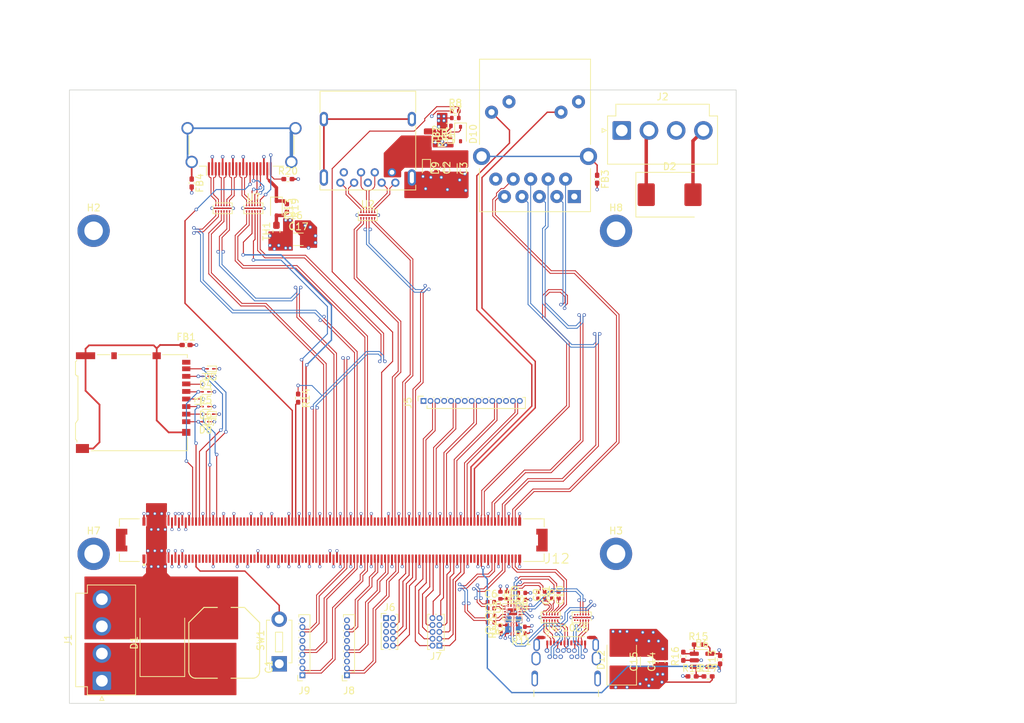
<source format=kicad_pcb>
(kicad_pcb (version 20231231) (generator "pcbnew") (generator_version "7.99")
  (layers (0 "F.Cu" signal) (1 "In1.Cu" signal) (2 "In2.Cu" signal) (31 "B.Cu" signal) (34 "B.Paste" user) (35 "F.Paste" user) (36 "B.SilkS" user "B.Silkscreen") (37 "F.SilkS" user "F.Silkscreen") (38 "B.Mask" user) (39 "F.Mask" user) (44 "Edge.Cuts" user))
  (net 0 "")
  (net 1 "GND")
  (net 2 "UART4_RXD")
  (net 3 "USB1_PWR_EN")
  (net 4 "SD2_nRST")
  (net 5 "SPI1_MOSI")
  (net 6 "PCIE1_TXP")
  (net 7 "USB1_RX_N")
  (net 8 "DSI_CLK_P")
  (net 9 "USB1_DN")
  (net 10 "SPI1_SCLK")
  (net 11 "GBE0_MDI0_N")
  (net 12 "SPI2_MOSI")
  (net 13 "USB1_VBUS")
  (net 14 "USB1_TX_N")
  (net 15 "PCIE2_RXP")
  (net 16 "USB1_ID1")
  (net 17 "SD2_D2")
  (net 18 "PCIE1_TXN")
  (net 19 "GPIO0")
  (net 20 "USB2_TX_P")
  (net 21 "SD2_CLK")
  (net 22 "DSI_D1_P")
  (net 23 "GPIO5")
  (net 24 "SD2_D1")
  (net 25 "USB2_RX_P")
  (net 26 "HDMI_SCL")
  (net 27 "DSI_D3_N")
  (net 28 "SPI2_MISO")
  (net 29 "DSI_D1_N")
  (net 30 "GBE0_MDI1_P")
  (net 31 "I2C3_SDA")
  (net 32 "DSI_D3_P")
  (net 33 "HDMI_TX2_P")
  (net 34 "DSI_D2_N")
  (net 35 "UART2_TXD")
  (net 36 "USB2_ID1")
  (net 37 "HDMI_TX1_N")
  (net 38 "USB1_RX_P")
  (net 39 "SPI1_SSO")
  (net 40 "GBE0_MDI2_N")
  (net 41 "I2C1_SDA")
  (net 42 "USB2_OC")
  (net 43 "DSI_D0_P")
  (net 44 "HDMI_TX0_P")
  (net 45 "USB1_TX_P")
  (net 46 "SD2_nCD")
  (net 47 "I2C1_SCL")
  (net 48 "DSI_D0_N")
  (net 49 "VBAT")
  (net 50 "I2C2_SCL")
  (net 51 "UART2_RXD")
  (net 52 "I2C3_SCL")
  (net 53 "SPI2_SSO")
  (net 54 "PCIE2_RXN")
  (net 55 "UART4_TXD")
  (net 56 "GPIO8")
  (net 57 "BOOT_SEL")
  (net 58 "GBE0_MDI2_P")
  (net 59 "PCIE2_TXN")
  (net 60 "DSI_CLK_N")
  (net 61 "GBE0_MDI1_N")
  (net 62 "HDMI_TX1_P")
  (net 63 "HDMI_TX3_N")
  (net 64 "SPI2_SCLK")
  (net 65 "HDMI_CEC")
  (net 66 "USB2_TX_N")
  (net 67 "PCIE2_TXP")
  (net 68 "I2C2_SDA")
  (net 69 "GPIO10")
  (net 70 "GPIO9")
  (net 71 "USB2_RX_N")
  (net 72 "USB2_VBUS")
  (net 73 "DSI_D2_P")
  (net 74 "USB1_OC")
  (net 75 "HDMI_TX2_N")
  (net 76 "USB1_DP")
  (net 77 "USB2_DP")
  (net 78 "GBE0_MDI0_P")
  (net 79 "UART1_RXD")
  (net 80 "UART3_RXD")
  (net 81 "HDMI_AUX_P")
  (net 82 "UART3_TXD")
  (net 83 "HDMI_TX0_N")
  (net 84 "GPIO6")
  (net 85 "USB2_PWR_EN")
  (net 86 "PCIE1_RXN")
  (net 87 "USB2_DN")
  (net 88 "HDMI_SDA")
  (net 89 "HDMI_HDP")
  (net 90 "PCIE1_RXP")
  (net 91 "SYS_NRST_OUT")
  (net 92 "HDMI_TX3_P")
  (net 93 "GPIO4")
  (net 94 "HDMI_AUX_N")
  (net 95 "SD2_WP")
  (net 96 "GPIO3")
  (net 97 "GBE0_MDI3_N")
  (net 98 "SD2_CMD")
  (net 99 "UART1_TXD")
  (net 100 "SD2_D3")
  (net 101 "GBE0_MDI3_P")
  (net 102 "SYS_NRST")
  (net 103 "SPI1_MISO")
  (net 104 "SD2_D0")
  (net 105 "+5V")
  (net 106 "Net-(FB3-Pad1)")
  (net 107 "/BASEBOARD/LED1")
  (net 108 "/BASEBOARD/LED0")
  (net 109 "HDMI_REFCLK_N")
  (net 110 "HDMI_REFCLK_P")
  (net 111 "+1V8")
  (net 112 "HOST_PCIE2_CLK_P")
  (net 113 "VIN")
  (net 114 "HOST_PCIE2_CLK_N")
  (net 115 "HOST_PCIE1_CLK_N")
  (net 116 "HOST_PCIE1_CLK_P")
  (net 117 "/BASEBOARD/RX1_P")
  (net 118 "/BASEBOARD/TX1_P")
  (net 119 "/BASEBOARD/D1_N")
  (net 120 "/BASEBOARD/TX1_N")
  (net 121 "/BASEBOARD/RX1_N")
  (net 122 "/BASEBOARD/D1_P")
  (net 123 "/BASEBOARD/HEAC_P")
  (net 124 "/BASEBOARD/HEAC_N")
  (net 125 "/BASEBOARD/HSDA")
  (net 126 "/BASEBOARD/HSCL")
  (net 127 "/BASEBOARD/HDMI_5V")
  (net 128 "/BASEBOARD/HTX1_N")
  (net 129 "/BASEBOARD/HC_N")
  (net 130 "/BASEBOARD/HTX2_P")
  (net 131 "/BASEBOARD/HTX2_N")
  (net 132 "/BASEBOARD/HC_P")
  (net 133 "/BASEBOARD/HTX0_P")
  (net 134 "/BASEBOARD/HTX1_P")
  (net 135 "/BASEBOARD/HTX0_N")
  (net 137 "/BASEBOARD/U2TX2_P")
  (net 138 "/BASEBOARD/U2D_P")
  (net 139 "/BASEBOARD/U2D_N")
  (net 140 "/BASEBOARD/U2TX2_N")
  (net 141 "/BASEBOARD/U2RX2_P")
  (net 142 "/BASEBOARD/U2RX2_N")
  (net 143 "/BASEBOARD/U2TX1_P")
  (net 144 "/BASEBOARD/U2TX1_N")
  (net 145 "/BASEBOARD/U1RX1_P")
  (net 146 "/BASEBOARD/U1RX1_N")
  (net 147 "/BASEBOARD/_TXC1_P")
  (net 148 "/BASEBOARD/TXC1_P")
  (net 149 "/BASEBOARD/TXC2_P")
  (net 150 "/BASEBOARD/TXC1_N")
  (net 151 "/BASEBOARD/_TXC1_N")
  (net 152 "/BASEBOARD/_TXC2_N")
  (net 153 "/BASEBOARD/TXC2_N")
  (net 154 "/BASEBOARD/RX_C2_P")
  (net 155 "/BASEBOARD/RX_C2_N")
  (net 156 "/BASEBOARD/RXC_N")
  (net 157 "/BASEBOARD/RXC_P")
  (net 158 "/BASEBOARD/AP_P")
  (net 159 "/BASEBOARD/R_AP_P")
  (net 160 "/BASEBOARD/AP_N")
  (net 161 "/BASEBOARD/R_AP_N")
  (net 165 "Net-(U4C-CH3_OUT+)")
  (net 167 "Net-(D10-K)")
  (net 168 "Net-(J3-SHIELD)")
  (net 192 "/BASEBOARD/C_VBUS")
  (net 193 "Net-(U3-RXDE)")
  (net 194 "Net-(U3-TXEQ)")
  (net 195 "Net-(U3-TXDE)")
  (net 196 "Net-(U3-RXEQ)")
  (net 197 "Net-(U6--)")
  (net 198 "Net-(U6-+)")
  (net 203 "Net-(U1-VBUS1)")
  (net 204 "Net-(FB4-Pad1)")
  (net 205 "Net-(U1-IL)")
  (net 206 "Net-(D13-A)")
  (net 207 "Net-(U1-EN)")
  (net 208 "Net-(D11-A)")
  (net 211 "/BASEBOARD/U1_VBUS")
  (net 218 "unconnected-(J3-VDD-Pad4)")
  (footprint "Diode_SMD:D_SOD-923" (layer "F.Cu") (at 72.495 108.125 180)
    (property "Reference" "D5")
    (property "Value" "ESD9B3.3ST5G")
  )
  (footprint "Capacitor_SMD:C_0402_1005Metric" (layer "F.Cu") (at 114.0148 138.7034)
    (property "Reference" "C6")
    (property "Value" "220nF")
  )
  (footprint "MountingHole:MountingHole_2.7mm_M2.5_DIN965_Pad_TopBottom" (layer "F.Cu") (at 132.22 131.7)
    (property "Reference" "H3")
    (property "Value" "MountingHole_Pad")
  )
  (footprint "Connector_USB:USB3_A_Molex_48393-001" (layer "F.Cu") (at 99.62 76.2 180)
    (property "Reference" "J4" (hide yes))
    (property "Value" "USB3_A")
  )
  (footprint "Resistor_SMD:R_0402_1005Metric_Pad0.72x0.64mm_HandSolder" (layer "F.Cu") (at 142.0075 146.6 90)
    (property "Reference" "R16")
    (property "Value" "49.9")
  )
  (footprint "Capacitor_SMD:C_0402_1005Metric" (layer "F.Cu") (at 122.92 137.7 -90)
    (property "Reference" "C10")
    (property "Value" "220nF")
  )
  (footprint "Connector_PinSocket_1.00mm:PinSocket_1x09_P1.00mm_Vertical" (layer "F.Cu") (at 86.595 149.36 180)
    (property "Reference" "J9")
    (property "Value" "Conn_01x09_Pin")
  )
  (footprint "Resistor_SMD:R_0402_1005Metric" (layer "F.Cu") (at 115.42 142.6 90)
    (property "Reference" "R12")
    (property "Value" "49.9")
  )
  (footprint "Resistor_SMD:R_0402_1005Metric" (layer "F.Cu") (at 118.45 143.2724 180)
    (property "Reference" "R11")
    (property "Value" "49.9")
  )
  (footprint "Package_CSP:Nexperia_WLCSP-15_6-3-6_2.37x1.17mm_Layout6x3_P0.4mm" (layer "F.Cu") (at 74.987185 81.423185)
    (property "Reference" "U8" (hide yes))
    (property "Value" "PCMF3USB3S")
  )
  (footprint "Capacitor_SMD:C_0402_1005Metric" (layer "F.Cu") (at 114.0376 140.71)
    (property "Reference" "C7")
    (property "Value" "220nF")
  )
  (footprint "Resistor_SMD:R_0402_1005Metric_Pad0.72x0.64mm_HandSolder" (layer "F.Cu") (at 85.97 109.0475 -90)
    (property "Reference" "R14")
    (property "Value" "49.9")
  )
  (footprint "Connector_USB:USB_C_Receptacle_CNCTech_C-ARA1-AK51X" (layer "F.Cu") (at 124.97 147.9675)
    (property "Reference" "J10")
    (property "Value" "USB_C_Receptacle")
  )
  (footprint "Resistor_SMD:R_0402_1005Metric" (layer "F.Cu") (at 116.37 142.6 90)
    (property "Reference" "R3")
    (property "Value" "49.9")
  )
  (footprint "Diode_SMD:D_SOD-523" (layer "F.Cu") (at 104.6445 75.576798 -90)
    (property "Reference" "D9")
    (property "Value" "ESD5Zxx")
  )
  (footprint "Capacitor_SMD:C_0603_1608Metric" (layer "F.Cu") (at 138.845 147.4 90)
    (property "Reference" "C14")
    (property "Value" "220nF")
  )
  (footprint "SBC:DHX2QFN18" (layer "F.Cu") (at 117.1364 140.1228 90)
    (property "Reference" "U3")
    (property "Value" "PTN36043ABX")
  )
  (footprint "Resistor_SMD:R_0402_1005Metric_Pad0.72x0.64mm_HandSolder" (layer "F.Cu") (at 84.487185 77.180185)
    (property "Reference" "R20")
    (property "Value" "1M")
  )
  (footprint "Inductor_SMD:L_0402_1005Metric_Pad0.77x0.64mm_HandSolder" (layer "F.Cu") (at 129.47 77.2 -90)
    (property "Reference" "FB3")
    (property "Value" "FerriteBead")
  )
  (footprint "SBC:CONN_3-1827253-6" (layer "F.Cu") (at 90.87 129.7 180)
    (property "Reference" "J12")
    (property "Value" "3-1827253-6")
  )
  (footprint "Resistor_SMD:R_0402_1005Metric_Pad0.72x0.64mm_HandSolder" (layer "F.Cu") (at 145.6075 149.525)
    (property "Reference" "R17")
    (property "Value" "49.9")
  )
  (footprint "Capacitor_SMD:C_1206_3216Metric" (layer "F.Cu") (at 86.013585 85.941785)
    (property "Reference" "C17")
    (property "Value" "10uF")
  )
  (footprint "Resistor_SMD:R_0402_1005Metric" (layer "F.Cu") (at 108.0735 71.679798 90)
    (property "Reference" "R2")
    (property "Value" "24.3K")
  )
  (footprint "Diode_SMD:D_SOD-323" (layer "F.Cu") (at 109.5975 70.623798 -90)
    (property "Reference" "D10")
    (property "Value" "SD0603S040S0R2")
  )
  (footprint "awg1000:EEE-FK1H221GP" (layer "F.Cu") (at 75.22 144.644 90)
    (property "Reference" "C1")
    (property "Value" "220uF")
  )
  (footprint "Package_CSP:Nexperia_WLCSP-15_6-3-6_2.37x1.17mm_Layout6x3_P0.4mm" (layer "F.Cu") (at 79.467185 81.423185)
    (property "Reference" "U7")
    (property "Value" "PCMF3USB3S")
  )
  (footprint "Diode_SMD:D_SMC" (layer "F.Cu") (at 140.015 79.45)
    (property "Reference" "D2")
    (property "Value" "D_TVS")
  )
  (footprint "Diode_SMD:D_SOD-923" (layer "F.Cu") (at 72.495 112.475 180)
    (property "Reference" "D8")
    (property "Value" "ESD9B3.3ST5G")
  )
  (footprint "Capacitor_SMD:C_0402_1005Metric" (layer "F.Cu") (at 123.87 137.7 90)
    (property "Reference" "C8")
    (property "Value" "220nF")
  )
  (footprint "Fuse:Fuse_0603_1608Metric_Pad1.05x0.95mm_HandSolder" (layer "F.Cu") (at 82.813185 84.773385 90)
    (property "Reference" "TH1")
    (property "Value" "Thermistor_PTC_US")
  )
  (footprint "Capacitor_SMD:C_0402_1005Metric" (layer "F.Cu") (at 121.87 137.7 90)
    (property "Reference" "C9")
    (property "Value" "220nF")
  )
  (footprint "Package_CSP:Nexperia_WLCSP-15_6-3-6_2.37x1.17mm_Layout6x3_P0.4mm" (layer "F.Cu") (at 122.72 140.95 180)
    (property "Reference" "U4")
    (property "Value" "PCMF3USB3S")
  )
  (footprint "awg1000:HDMI_A_Amphenol_10029449-x01xLF_Horizontal" (layer "F.Cu") (at 77.737185 70.680185 180)
    (property "Reference" "J13" (hide yes))
    (property "Value" "HDMI_A" (hide yes))
  )
  (footprint "MountingHole:MountingHole_2.7mm_M2.5_DIN965_Pad_TopBottom" (layer "F.Cu") (at 132.22 84.7)
    (property "Reference" "H8")
    (property "Value" "MountingHole_Pad")
  )
  (footprint "Package_CSP:Nexperia_WLCSP-15_6-3-6_2.37x1.17mm_Layout6x3_P0.4mm" (layer "F.Cu") (at 127.22 140.95 180)
    (property "Reference" "U5")
    (property "Value" "PCMF3USB3S")
  )
  (footprint "Diode_SMD:D_SOD-923" (layer "F.Cu") (at 72.5225 105.875 180)
    (property "Reference" "D4")
    (property "Value" "ESD9B3.3ST5G")
  )
  (footprint "Capacitor_SMD:C_0402_1005Metric" (layer "F.Cu") (at 120.92 137.7 -90)
    (property "Reference" "C11")
    (property "Value" "220nF")
  )
  (footprint "Resistor_SMD:R_0402_1005Metric_Pad0.72x0.64mm_HandSolder" (layer "F.Cu") (at 147.3575 147.1 90)
    (property "Reference" "R13")
    (property "Value" "49.9")
  )
  (footprint "Package_CSP:Nexperia_WLCSP-15_6-3-6_2.37x1.17mm_Layout6x3_P0.4mm" (layer "F.Cu") (at 96.101 82.422)
    (property "Reference" "U2")
    (property "Value" "PCMF3USB3S")
  )
  (footprint "Capacitor_SMD:C_1206_3216Metric" (layer "F.Cu") (at 108.2005 75.633798 -90)
    (property "Reference" "C3")
    (property "Value" "10uF")
  )
  (footprint "Connector_JST:JST_VH_B4P-VH-B_1x04_P3.96mm_Vertical" (layer "F.Cu") (at 133.0525 70.1025)
    (property "Reference" "J2")
    (property "Value" "B4P-VH(LF)(SN)")
  )
  (footprint "Resistor_SMD:R_0402_1005Metric" (layer "F.Cu") (at 118.45 142.3072 180)
    (property "Reference" "R4")
    (property "Value" "49.9")
  )
  (footprint "Resistor_SMD:R_0402_1005Metric" (layer "F.Cu") (at 108.8355 68.292798)
    (property "Reference" "R7")
    (property "Value" "24.3K")
  )
  (footprint "Resistor_SMD:R_0402_1005Metric" (layer "F.Cu") (at 115.402 137.7352 -90)
    (property "Reference" "R5")
    (property "Value" "49.9")
  )
  (footprint "Connector_PinSocket_1.00mm:PinSocket_1x09_P1.00mm_Vertical" (layer "F.Cu") (at 93.08 149.36 180)
    (property "Reference" "J8")
    (property "Value" "Conn_01x09_Pin")
  )
  (footprint "Connector_PinHeader_1.00mm:PinHeader_2x05_P1.00mm_Vertical" (layer "F.Cu") (at 98.77 141.05)
    (property "Reference" "J6")
    (property "Value" "Conn_02x05_Odd_Even")
  )
  (footprint "awg1000:RJ45_UDE_RB1-125B8G1A" (layer "F.Cu") (at 126.15 79.72 180)
    (property "Reference" "J11" (hide yes))
    (property "Value" "RJ45_RB1-125B8G1A" (hide yes))
  )
  (footprint "Connector_PinHeader_1.00mm:PinHeader_2x05_P1.00mm_Vertical" (layer "F.Cu") (at 106.52 145.05 180)
    (property "Reference" "J7")
    (property "Value" "Conn_02x05_Odd_Even")
  )
  (footprint "Diode_SMD:D_SMC" (layer "F.Cu") (at 66.22 144.644 90)
    (property "Reference" "D1")
    (property "Value" "D_TVS")
  )
  (footprint "Package_TO_SOT_SMD:SOT-23-5" (layer "F.Cu") (at 144.739 147.184)
    (property "Reference" "U6")
    (property "Value" "LM397")
  )
  (footprint "Connector_JST:JST_VH_B4P-VH-B_1x04_P3.96mm_Vertical" (layer "F.Cu") (at 57.42 150.1675 90)
    (property "Reference" "J1")
    (property "Value" "B4P-VH(LF)(SN)")
  )
  (footprint "Resistor_SMD:R_0402_1005Metric" (layer "F.Cu") (at 107.6925 69.437798 180)
    (property "Reference" "R1")
    (property "Value" "10K")
  )
  (footprint "Resistor_SMD:R_0402_1005Metric_Pad0.72x0.64mm_HandSolder" (layer "F.Cu") (at 144.1935 144.898)
    (property "Reference" "R15")
    (property "Value" "49.9")
  )
  (footprint "Diode_SMD:D_SOD-923" (layer "F.Cu") (at 73.195 111.375 180)
    (property "Reference" "D7")
    (property "Value" "ESD9B3.3ST5G")
  )
  (footprint "Capacitor_SMD:C_0603_1608Metric" (layer "F.Cu") (at 85.200785 83.909785)
    (property "Reference" "C16")
    (property "Value" "220nF")
  )
  (footprint "Inductor_SMD:L_0402_1005Metric_Pad0.77x0.64mm_HandSolder" (layer "F.Cu") (at 69.676072 101.317)
    (property "Reference" "FB1")
    (property "Value" "FerriteBead")
  )
  (footprint "Button_Switch_THT:SW_PUSH_1P1T_6x3.5mm_H4.3_APEM_MJTP1243" (layer "F.Cu") (at 83.22 147.7 90)
    (property "Reference" "SW1")
    (property "Value" "SW_Push")
  )
  (footprint "Connector_PinSocket_1.00mm:PinSocket_1x15_P1.00mm_Vertical" (layer "F.Cu") (at 104.22 109.45 90)
    (property "Reference" "J5")
    (property "Value" "Conn_01x15_Pin")
  )
  (footprint "Resistor_SMD:R_0402_1005Metric_Pad0.72x0.64mm_HandSolder" (layer "F.Cu") (at 143.2825 149.525)
    (property "Reference" "R18")
    (property "Value" "49.9")
  )
  (footprint "Capacitor_SMD:C_0603_1608Metric" (layer "F.Cu") (at 106.1685 75.531798 -90)
    (property "Reference" "C2")
    (property "Value" "220nF")
  )
  (footprint "Diode_SMD:D_SOD-323" (layer "F.Cu") (at 82.813185 81.414785 -90)
    (property "Reference" "D13")
    (property "Value" "SD0603S040S0R2")
  )
  (footprint "Diode_SMD:D_SOD-923" (layer "F.Cu") (at 73.2225 104.775 180)
    (property "Reference" "D3")
    (property "Value" "ESD9B3.3ST5G")
  )
  (footprint "Capacitor_SMD:C_0402_1005Metric" (layer "F.Cu") (at 114.0148 139.6432 180)
    (property "Reference" "C4")
    (property "Value" "220nF")
  )
  (footprint "Resistor_SMD:R_0402_1005Metric" (layer "F.Cu") (at 118.5008 138.3448 180)
    (property "Reference" "R9")
    (property "Value" "49.9")
  )
  (footprint "Resistor_SMD:R_0402_1005Metric_Pad0.72x0.64mm_HandSolder" (layer "F.Cu") (at 84.337185 81.381885 -90)
    (property "Reference" "R19")
    (property "Value" "49.9")
  )
  (footprint "Resistor_SMD:R_0402_1005Metric" (layer "F.Cu") (at 118.5008 137.3796 180)
    (property "Reference" "R6")
    (property "Value" "49.9")
  )
  (footprint "Resistor_SMD:R_0402_1005Metric" (layer "F.Cu") (at 116.3672 137.7352 -90)
    (property "Reference" "R10")
    (property "Value" "49.9")
  )
  (footprint "Resistor_SMD:R_0402_1005Metric" (layer "F.Cu") (at 108.8355 67.276798)
    (property "Reference" "R8")
    (property "Value" "24.3K")
  )
  (footprint "MountingHole:MountingHole_2.7mm_M2.5_DIN965_Pad_TopBottom" (layer "F.Cu") (at 56.22 84.7)
    (property "Reference" "H2")
    (property "Value" "MountingHole_Pad")
  )
  (footprint "Diode_SMD:D_SMB" (layer "F.Cu") (at 133.0475 147.1275 90)
    (property "Reference" "D12")
    (property "Value" "SM6T24A")
  )
  (footprint "Diode_SMD:D_SOD-923" (layer "F.Cu") (at 72.495 110.275 180)
    (property "Reference" "D6")
    (property "Value" "ESD9B3.3ST5G")
  )
  (footprint "SBC:WLCSP12_1.65X1.35" (layer "F.Cu") (at 106.5495 70.686798 -90)
    (property "Reference" "U1")
    (property "Value" "NX5P3090" (hide yes))
  )
  (footprint "Inductor_SMD:L_0402_1005Metric_Pad0.77x0.64mm_HandSolder" (layer "F.Cu") (at 70.487185 77.752685 -90)
    (property "Reference" "FB4")
    (property "Value" "FerriteBead")
  )
  (footprint "Capacitor_SMD:C_1206_3216Metric" (layer "F.Cu") (at 136.67 147.375 90)
    (property "Reference" "C15")
    (property "Value" "10uF")
  )
  (footprint "Capacitor_SMD:C_0402_1005Metric" (layer "F.Cu") (at 114.0376 141.6752 180)
    (property "Reference" "C5")
    (property "Value" "220nF")
  )
  (footprint "MountingHole:MountingHole_2.7mm_M2.5_DIN965_Pad_TopBottom" (layer "F.Cu") (at 56.22 131.7)
    (property "Reference" "H7")
    (property "Value" "MountingHole_Pad")
  )
  (footprint "Inductor_SMD:L_0402_1005Metric" (layer "F.Cu") (at 104.8985 70.686798 -90)
    (property "Reference" "FB2")
    (property "Value" "FerriteBead_Small")
  )
  (footprint "Connector_Card:microSD_HC_Hirose_DM3AT-SF-PEJM5" (layer "F.Cu") (at 61.97 109.7 -90)
    (property "Reference" "J3")
    (property "Value" "Micro_SD_Card_Det")
  )
  (footprint "Capacitor_SMD:C_0603_1608Metric" (layer "B.Cu") (at 117.32 141.2 180)
    (property "Reference" "C12")
    (property "Value" "220nF")
  )
  (footprint "Capacitor_SMD:C_0603_1608Metric" (layer "B.Cu") (at 117.32 142.7 180)
    (property "Reference" "C13")
    (property "Value" "220nF")
  )
  (gr_rect (start 52.7 64.21) (end 149.7 153.449) (stroke (width 0.1)) (fill none) (layer "Edge.Cuts"))
  (segment (start 56.103 131.817) (end 56.22 131.7) (width 0.15) (layer "F.Cu") (net 0))
  (segment (start 133.109 85.589) (end 132.22 84.7) (width 0.15) (layer "F.Cu") (net 0))
  (segment (start 80.62 127) (end 80.62 125.85) (width 0.25) (layer "F.Cu") (net 1))
  (segment (start 69.695 107.025) (end 72.195 107.025) (width 0.15) (layer "F.Cu") (net 1))
  (segment (start 68.12 127) (end 68.12 125.85) (width 0.25) (layer "F.Cu") (net 1))
  (segment (start 78.667185 81.423185) (end 77.937385 81.423185) (width 0.2) (layer "F.Cu") (net 1))
  (segment (start 136.615 79.45) (end 136.615 70.5) (width 0.5) (layer "F.Cu") (net 1))
  (segment (start 73.6425 104.775) (end 74.5225 104.775) (width 0.15) (layer "F.Cu") (net 1))
  (segment (start 74.987185 81.423185) (end 74.187185 81.423185) (width 0.2) (layer "F.Cu") (net 1))
  (segment (start 93.62 127) (end 93.62 125.85) (width 0.25) (layer "F.Cu") (net 1))
  (segment (start 116.62 132.4) (end 116.62 133.55) (width 0.25) (layer "F.Cu") (net 1))
  (segment (start 69.12 132.4) (end 69.12 131.25) (width 0.25) (layer "F.Cu") (net 1))
  (segment (start 121.92 140.95) (end 121.1902 140.95) (width 0.2) (layer "F.Cu") (net 1))
  (segment (start 143.6015 147.184) (end 144.612 147.184) (width 0.2) (layer "F.Cu") (net 1))
  (segment (start 75.787185 81.423185) (end 74.987185 81.423185) (width 0.2) (layer "F.Cu") (net 1))
  (segment (start 142 149.525) (end 141.945 149.47) (width 0.2) (layer "F.Cu") (net 1))
  (segment (start 73.615 111.375) (end 74.495 111.375) (width 0.15) (layer "F.Cu") (net 1))
  (segment (start 115.42 143.11) (end 115.42 143.85) (width 0.2) (layer "F.Cu") (net 1))
  (segment (start 129.0925 143.8725) (end 128.345 143.8725) (width 0.5) (layer "F.Cu") (net 1))
  (segment (start 129.47 77.7725) (end 129.47 78.7) (width 0.2) (layer "F.Cu") (net 1))
  (segment (start 95.301 82.422) (end 94.5712 82.422) (width 0.2) (layer "F.Cu") (net 1))
  (segment (start 128.02 140.95) (end 128.7498 140.95) (width 0.2) (layer "F.Cu") (net 1))
  (segment (start 109.62 127) (end 109.62 125.85) (width 0.25) (layer "F.Cu") (net 1))
  (segment (start 68.62 127) (end 68.62 128.15) (width 0.25) (layer "F.Cu") (net 1))
  (segment (start 96.101 82.422) (end 96.901 82.422) (width 0.2) (layer "F.Cu") (net 1))
  (segment (start 116.62 127) (end 116.62 125.85) (width 0.25) (layer "F.Cu") (net 1))
  (segment (start 99.62 132.4) (end 99.62 133.55) (width 0.25) (layer "F.Cu") (net 1))
  (segment (start 122.72 140.95) (end 121.92 140.95) (width 0.2) (layer "F.Cu") (net 1))
  (segment (start 67.62 132.4) (end 67.62 133.55) (width 0.25) (layer "F.Cu") (net 1))
  (segment (start 72.915 108.125) (end 73.795 108.125) (width 0.15) (layer "F.Cu") (net 1))
  (segment (start 143.6015 147.184) (end 142.021 147.184) (width 0.2) (layer "F.Cu") (net 1))
  (segment (start 105.12 127) (end 105.12 125.85) (width 0.25) (layer "F.Cu") (net 1))
  (segment (start 102.12 127) (end 102.12 125.85) (width 0.25) (layer "F.Cu") (net 1))
  (segment (start 113.62 127) (end 113.62 125.85) (width 0.25) (layer "F.Cu") (net 1))
  (segment (start 127.72 144.6575) (end 127.72 145.7175) (width 0.2) (layer "F.Cu") (net 1))
  (segment (start 67.12 127) (end 67.12 125.85) (width 0.25) (layer "F.Cu") (net 1))
  (segment (start 96.62 132.4) (end 96.62 133.55) (width 0.25) (layer "F.Cu") (net 1))
  (segment (start 78.667185 81.423185) (end 79.467185 81.423185) (width 0.2) (layer "F.Cu") (net 1))
  (segment (start 126.42 140.95) (end 125.6902 140.95) (width 0.2) (layer "F.Cu") (net 1))
  (segment (start 123.52 140.95) (end 122.72 140.95) (width 0.2) (layer "F.Cu") (net 1))
  (segment (start 92.12 127) (end 92.12 125.85) (width 0.25) (layer "F.Cu") (net 1))
  (segment (start 70.487185 78.325185) (end 70.487185 79.180185) (width 0.25) (layer "F.Cu") (net 1))
  (segment (start 95.12 132.4) (end 95.12 133.55) (width 0.25) (layer "F.Cu") (net 1))
  (segment (start 77.12 132.4) (end 77.12 133.55) (width 0.25) (layer "F.Cu") (net 1))
  (segment (start 119.0108 138.3448) (end 119.7708 138.3448) (width 0.2) (layer "F.Cu") (net 1))
  (segment (start 80.987185 75.680185) (end 80.987185 73.930185) (width 0.25) (layer "F.Cu") (net 1))
  (segment (start 70.248572 101.317) (end 71.176072 101.317) (width 0.2) (layer "F.Cu") (net 1))
  (segment (start 85.084685 77.180185) (end 85.987185 77.180185) (width 0.25) (layer "F.Cu") (net 1))
  (segment (start 113.62 132.4) (end 113.62 133.55) (width 0.25) (layer "F.Cu") (net 1))
  (segment (start 129.265 144.045) (end 129.0925 143.8725) (width 0.5) (layer "F.Cu") (net 1))
  (segment (start 69.12 127) (end 69.12 125.85) (width 0.25) (layer "F.Cu") (net 1))
  (segment (start 106.1685 67.276798) (end 108.3255 67.276798) (width 0.15) (layer "F.Cu") (net 1))
  (segment (start 89.72 68.45) (end 89.72 76.95) (width 0.25) (layer "F.Cu") (net 1))
  (segment (start 72.12 127) (end 72.12 125.85) (width 0.25) (layer "F.Cu") (net 1))
  (segment (start 119.8724 142.9168) (end 119.5168 143.2724) (width 0.2) (layer "F.Cu") (net 1))
  (segment (start 89.12 132.4) (end 89.12 133.55) (width 0.25) (layer "F.Cu") (net 1))
  (segment (start 103.62 127) (end 103.62 125.85) (width 0.25) (layer "F.Cu") (net 1))
  (segment (start 72.915 110.275) (end 73.795 110.275) (width 0.15) (layer "F.Cu") (net 1))
  (segment (start 80.12 132.4) (end 80.12 131.25) (width 0.25) (layer "F.Cu") (net 1))
  (segment (start 107.62 132.4) (end 107.62 133.55) (width 0.25) (layer "F.Cu") (net 1))
  (segment (start 123.52 140.95) (end 124.2498 140.95) (width 0.2) (layer "F.Cu") (net 1))
  (segment (start 63.545 127) (end 63.545 125.85) (width 0.25) (layer "F.Cu") (net 1))
  (segment (start 122.22 145.7175) (end 122.17 145.7675) (width 0.2) (layer "F.Cu") (net 1))
  (segment (start 129.265 144.9375) (end 129.265 144.045) (width 0.5) (layer "F.Cu") (net 1))
  (segment (start 79.467185 81.423185) (end 80.267185 81.423185) (width 0.2) (layer "F.Cu") (net 1))
  (segment (start 74.187185 81.423185) (end 73.457385 81.423185) (width 0.2) (layer "F.Cu") (net 1))
  (segment (start 120.9975 143.8725) (end 121.595 143.8725) (width 0.5) (layer "F.Cu") (net 1))
  (segment (start 101.12 132.4) (end 101.12 133.55) (width 0.25) (layer "F.Cu") (net 1))
  (segment (start 119.5168 143.2724) (end 118.96 143.2724) (width 0.2) (layer "F.Cu") (net 1))
  (segment (start 127.72 145.7175) (end 127.77 145.7675) (width 0.2) (layer "F.Cu") (net 1))
  (segment (start 102.52 68.45) (end 89.72 68.45) (width 0.25) (layer "F.Cu") (net 1))
  (segment (start 93.62 132.4) (end 93.62 133.55) (width 0.25) (layer "F.Cu") (net 1))
  (segment (start 109.12 132.4) (end 109.12 133.55) (width 0.25) (layer "F.Cu") (net 1))
  (segment (start 81.62 132.4) (end 81.62 133.55) (width 0.25) (layer "F.Cu") (net 1))
  (segment (start 115.12 132.4) (end 115.12 133.55) (width 0.25) (layer "F.Cu") (net 1))
  (segment (start 90.62 127) (end 90.62 125.85) (width 0.25) (layer "F.Cu") (net 1))
  (segment (start 122.22 144.6575) (end 122.22 145.7175) (width 0.2) (layer "F.Cu") (net 1))
  (segment (start 87.62 132.4) (end 87.62 133.55) (width 0.25) (layer "F.Cu") (net 1))
  (segment (start 103.62 132.4) (end 103.62 133.55) (width 0.25) (layer "F.Cu") (net 1))
  (segment (start 82.12 127) (end 82.12 125.85) (width 0.25) (layer "F.Cu") (net 1))
  (segment (start 73.62 132.4) (end 73.62 133.55) (width 0.25) (layer "F.Cu") (net 1))
  (segment (start 106.62 127) (end 106.62 125.85) (width 0.25) (layer "F.Cu") (net 1))
  (segment (start 112.12 132.4) (end 112.12 133.55) (width 0.25) (layer "F.Cu") (net 1))
  (segment (start 69.62 127) (end 69.62 128.15) (width 0.25) (layer "F.Cu") (net 1))
  (segment (start 95.301 82.422) (end 96.101 82.422) (width 0.2) (layer "F.Cu") (net 1))
  (segment (start 84.62 132.4) (end 84.62 133.55) (width 0.25) (layer "F.Cu") (net 1))
  (segment (start 73.487185 75.680185) (end 73.487185 73.930185) (width 0.25) (layer "F.Cu") (net 1))
  (segment (start 128.02 140.95) (end 127.22 140.95) (width 0.2) (layer "F.Cu") (net 1))
  (segment (start 79.12 127) (end 79.12 125.85) (width 0.25) (layer "F.Cu") (net 1))
  (segment (start 106.12 132.4) (end 106.12 133.55) (width 0.25) (layer "F.Cu") (net 1))
  (segment (start 87.62 127) (end 87.62 125.85) (width 0.25) (layer "F.Cu") (net 1))
  (segment (start 99.12 127) (end 99.12 125.85) (width 0.25) (layer "F.Cu") (net 1))
  (segment (start 83.12 132.4) (end 83.12 133.55) (width 0.25) (layer "F.Cu") (net 1))
  (segment (start 80.267185 81.423185) (end 80.996985 81.423185) (width 0.2) (layer "F.Cu") (net 1))
  (segment (start 76.62 127) (end 76.62 125.85) (width 0.25) (layer "F.Cu") (net 1))
  (segment (start 77.987185 75.680185) (end 77.987185 73.930185) (width 0.25) (layer "F.Cu") (net 1))
  (segment (start 68.12 132.4) (end 68.12 131.25) (width 0.25) (layer "F.Cu") (net 1))
  (segment (start 116.3672 137.2252) (end 116.3672 136.4144) (width 0.2) (layer "F.Cu") (net 1))
  (segment (start 142.021 147.184) (end 142.0075 147.1975) (width 0.2) (layer "F.Cu") (net 1))
  (segment (start 76.487185 75.680185) (end 76.487185 73.930185) (width 0.25) (layer "F.Cu") (net 1))
  (segment (start 67.62 127) (end 67.62 128.15) (width 0.25) (layer "F.Cu") (net 1))
  (segment (start 136.615 70.5) (end 137.0125 70.1025) (width 0.5) (layer "F.Cu") (net 1))
  (segment (start 86.12 127) (end 86.12 125.85) (width 0.25) (layer "F.Cu") (net 1))
  (segment (start 96.901 82.422) (end 97.6308 82.422) (width 0.2) (layer "F.Cu") (net 1))
  (segment (start 68.62 132.4) (end 68.62 133.55) (width 0.25) (layer "F.Cu") (net 1))
  (segment (start 120.675 144.195) (end 120.9975 143.8725) (width 0.5) (layer "F.Cu") (net 1))
  (segment (start 72.915 112.475) (end 73.795 112.475) (width 0.15) (layer "F.Cu") (net 1))
  (segment (start 120.675 144.9375) (end 120.675 144.195) (width 0.5) (layer "F.Cu") (net 1))
  (segment (start 89.12 127) (end 89.12 125.85) (width 0.25) (layer "F.Cu") (net 1))
  (segment (start 91.12 132.4) (end 91.12 133.55) (width 0.25) (layer "F.Cu") (net 1))
  (segment (start 70.12 127) (end 70.12 125.85) (width 0.25) (layer "F.Cu") (net 1))
  (segment (start 84.62 127) (end 84.62 125.85) (width 0.25) (layer "F.Cu") (net 1))
  (segment (start 75.787185 81.423185) (end 76.516985 81.423185) (width 0.2) (layer "F.Cu") (net 1))
  (segment (start 127.22 140.95) (end 126.42 140.95) (width 0.2) (layer "F.Cu") (net 1))
  (segment (start 95.12 127) (end 95.12 125.85) (width 0.25) (layer "F.Cu") (net 1))
  (segment (start 98.12 132.4) (end 98.12 133.55) (width 0.25) (layer "F.Cu") (net 1))
  (segment (start 86.12 132.4) (end 86.12 133.55) (width 0.25) (layer "F.Cu") (net 1))
  (segment (start 63.545 132.4) (end 63.545 133.55) (width 0.25) (layer "F.Cu") (net 1))
  (segment (start 78.62 132.4) (end 78.62 133.55) (width 0.25) (layer "F.Cu") (net 1))
  (segment (start 74.987185 75.680185) (end 74.987185 73.930185) (width 0.25) (layer "F.Cu") (net 1))
  (segment (start 92.12 132.4) (end 92.12 133.55) (width 0.25) (layer "F.Cu") (net 1))
  (segment (start 75.12 127) (end 75.12 125.85) (width 0.25) (layer "F.Cu") (net 1))
  (segment (start 73.62 127) (end 73.62 125.85) (width 0.25) (layer "F.Cu") (net 1))
  (segment (start 96.62 127) (end 96.62 125.85) (width 0.25) (layer "F.Cu") (net 1))
  (segment (start 108.12 127) (end 108.12 125.85) (width 0.25) (layer "F.Cu") (net 1))
  (segment (start 91.62 132.4) (end 91.62 131.25) (width 0.25) (layer "F.Cu") (net 1))
  (segment (start 115.12 127) (end 115.12 125.85) (width 0.25) (layer "F.Cu") (net 1))
  (segment (start 72.9425 105.875) (end 73.8225 105.875) (width 0.15) (layer "F.Cu") (net 1))
  (segment (start 100.62 127) (end 100.62 125.85) (width 0.25) (layer "F.Cu") (net 1))
  (segment (start 118.195 132.4) (end 118.195 133.55) (width 0.25) (layer "F.Cu") (net 1))
  (segment (start 112.12 127) (end 112.12 125.85) (width 0.25) (layer "F.Cu") (net 1))
  (segment (start 67.12 132.4) (end 67.12 131.25) (width 0.25) (layer "F.Cu") (net 1))
  (segment (start 142.685 149.525) (end 142 149.525) (width 0.2) (layer "F.Cu") (net 1))
  (segment (start 118.195 127) (end 118.195 125.85) (width 0.25) (layer "F.Cu") (net 1))
  (segment (start 110.62 132.4) (end 110.62 133.55) (width 0.25) (layer "F.Cu") (net 1))
  (segment (start 69.62 132.4) (end 69.62 133.55) (width 0.25) (layer "F.Cu") (net 1))
  (segment (start 90.62 132.4) (end 90.62 131.25) (width 0.25) (layer "F.Cu") (net 1))
  (segment (start 105.4065 68.038798) (end 106.1685 67.276798) (width 0.15) (layer "F.Cu") (net 1))
  (via (at 112.12 125.85) (size 0.45) (drill 0.3) (layers "F.Cu" "B.Cu") (net 1))
  (via (at 103.62 133.55) (size 0.45) (drill 0.3) (layers "F.Cu" "B.Cu") (net 1))
  (via (at 90.62 125.85) (size 0.45) (drill 0.3) (layers "F.Cu" "B.Cu") (net 1))
  (via (at 71.176072 101.317) (size 0.5) (drill 0.3) (layers "F.Cu" "B.Cu") (net 1))
  (via (at 110.62 133.55) (size 0.45) (drill 0.3) (layers "F.Cu" "B.Cu") (net 1))
  (via (at 106.62 125.85) (size 0.45) (drill 0.3) (layers "F.Cu" "B.Cu") (net 1))
  (via (at 86.987185 83.930185) (size 0.5) (drill 0.3) (layers "F.Cu" "B.Cu") (net 1))
  (via (at 69.12 125.85) (size 0.45) (drill 0.3) (layers "F.Cu" "B.Cu") (net 1))
  (via (at 118.195 133.55) (size 0.45) (drill 0.3) (layers "F.Cu" "B.Cu") (net 1))
  (via (at 63.545 133.55) (size 0.45) (drill 0.3) (layers "F.Cu" "B.Cu") (net 1))
  (via (at 100.62 125.85) (size 0.45) (drill 0.3) (layers "F.Cu" "B.Cu") (net 1))
  (via (at 77.987185 73.930185) (size 0.5) (drill 0.3) (layers "F.Cu" "B.Cu") (net 1))
  (via (at 63.545 125.85) (size 0.45) (drill 0.3) (layers "F.Cu" "B.Cu") (net 1))
  (via (at 94.5666 82.4174) (size 0.5) (drill 0.3) (layers "F.Cu" "B.Cu") (net 1))
  (via (at 76.487185 73.930185) (size 0.5) (drill 0.3) (layers "F.Cu" "B.Cu") (net 1))
  (via (at 98.12 133.55) (size 0.45) (drill 0.3) (layers "F.Cu" "B.Cu") (net 1))
  (via (at 73.795 108.125) (size 0.5) (drill 0.3) (layers "F.Cu" "B.Cu") (net 1))
  (via (at 121.1856 140.9454) (size 0.5) (drill 0.3) (layers "F.Cu" "B.Cu") (net 1))
  (via (at 86.12 133.55) (size 0.45) (drill 0.3) (layers "F.Cu" "B.Cu") (net 1))
  (via (at 112.12 133.55) (size 0.45) (drill 0.3) (layers "F.Cu" "B.Cu") (net 1))
  (via (at 79.12 125.85) (size 0.45) (drill 0.3) (layers "F.Cu" "B.Cu") (net 1))
  (via (at 67.62 128.15) (size 0.45) (drill 0.3) (layers "F.Cu" "B.Cu") (net 1))
  (via (at 102.12 125.85) (size 0.45) (drill 0.3) (layers "F.Cu" "B.Cu") (net 1))
  (via (at 86.12 125.85) (size 0.45) (drill 0.3) (layers "F.Cu" "B.Cu") (net 1))
  (via (at 131.785 142.993) (size 0.5) (drill 0.3) (layers "F.Cu" "B.Cu") (net 1))
  (via (at 137.627 143.12) (size 0.5) (drill 0.3) (layers "F.Cu" "B.Cu") (net 1))
  (via (at 68.62 128.15) (size 0.45) (drill 0.3) (layers "F.Cu" "B.Cu") (net 1))
  (via (at 106.12 133.55) (size 0.45) (drill 0.3) (layers "F.Cu" "B.Cu") (net 1))
  (via (at 129.47 78.7) (size 0.5) (drill 0.3) (layers "F.Cu" "B.Cu") (net 1))
  (via (at 78.62 133.55) (size 0.45) (drill 0.3) (layers "F.Cu" "B.Cu") (net 1))
  (via (at 81.62 133.55) (size 0.45) (drill 0.3) (layers "F.Cu" "B.Cu") (net 1))
  (via (at 135.214 144.263) (size 0.5) (drill 0.3) (layers "F.Cu" "B.Cu") (net 1))
  (via (at 105.4065 68.038798) (size 0.5) (drill 0.3) (layers "F.Cu" "B.Cu") (net 1))
  (via (at 87.487185 87.180185) (size 0.5) (drill 0.3) (layers "F.Cu" "B.Cu") (net 1))
  (via (at 93.62 125.85) (size 0.45) (drill 0.3) (layers "F.Cu" "B.Cu") (net 1))
  (via (at 68.62 125.85) (size 0.45) (drill 0.3) (layers "F.Cu" "B.Cu") (net 1))
  (via (at 80.12 131.25) (size 0.45) (drill 0.3) (layers "F.Cu" "B.Cu") (net 1))
  (via (at 93.62 133.55) (size 0.45) (drill 0.3) (layers "F.Cu" "B.Cu") (net 1))
  (via (at 73.487185 73.930185) (size 0.5) (drill 0.3) (layers "F.Cu" "B.Cu") (net 1))
  (via (at 139.024 145.533) (size 0.5) (drill 0.3) (layers "F.Cu" "B.Cu") (net 1))
  (via (at 72.195 107.025) (size 0.5) (drill 0.3) (layers "F.Cu" "B.Cu") (net 1))
  (via (at 105.9145 71.848798) (size 0.5) (drill 0.3) (layers "F.Cu" "B.Cu") (net 1))
  (via (at 110.2325 76.420798) (size 0.5) (drill 0.3) (layers "F.Cu" "B.Cu") (net 1))
  (via (at 141.945 149.47) (size 0.5) (drill 0.3) (layers "F.Cu" "B.Cu") (net 1))
  (via (at 80.62 125.85) (size 0.45) (drill 0.3) (layers "F.Cu" "B.Cu") (net 1))
  (via (at 109.62 125.85) (size 0.45) (drill 0.3) (layers "F.Cu" "B.Cu") (net 1))
  (via (at 73.452785 81.418585) (size 0.5) (drill 0.3) (layers "F.Cu" "B.Cu") (net 1))
  (via (at 67.12 125.85) (size 0.45) (drill 0.3) (layers "F.Cu" "B.Cu") (net 1))
  (via (at 81.001585 81.427785) (size 0.5) (drill 0.3) (layers "F.Cu" "B.Cu") (net 1))
  (via (at 115.12 133.55) (size 0.45) (drill 0.3) (layers "F.Cu" "B.Cu") (net 1))
  (via (at 77.12 133.55) (size 0.45) (drill 0.3) (layers "F.Cu" "B.Cu") (net 1))
  (via (at 113.62 133.55) (size 0.45) (drill 0.3) (layers "F.Cu" "B.Cu") (net 1))
  (via (at 76.521585 81.427785) (size 0.5) (drill 0.3) (layers "F.Cu" "B.Cu") (net 1))
  (via (at 106.9305 71.721798) (size 0.5) (drill 0.3) (layers "F.Cu" "B.Cu") (net 1))
  (via (at 99.12 125.85) (size 0.45) (drill 0.3) (layers "F.Cu" "B.Cu") (net 1))
  (via (at 67.62 133.55) (size 0.45) (drill 0.3) (layers "F.Cu" "B.Cu") (net 1))
  (via (at 76.62 125.85) (size 0.45) (drill 0.3) (layers "F.Cu" "B.Cu") (net 1))
  (via (at 68.12 131.25) (size 0.45) (drill 0.3) (layers "F.Cu" "B.Cu") (net 1))
  (via (at 88.487185 85.430185) (size 0.5) (drill 0.3) (layers "F.Cu" "B.Cu") (net 1))
  (via (at 84.62 133.55) (size 0.45) (drill 0.3) (layers "F.Cu" "B.Cu") (net 1))
  (via (at 109.4705 77.309798) (size 0.5) (drill 0.3) (layers "F.Cu" "B.Cu") (net 1))
  (via (at 103.62 125.85) (size 0.45) (drill 0.3) (layers "F.Cu" "B.Cu") (net 1))
  (via (at 138.389 144.39) (size 0.5) (drill 0.3) (layers "F.Cu" "B.Cu") (net 1))
  (via (at 95.12 133.55) (size 0.45) (drill 0.3) (layers "F.Cu" "B.Cu") (net 1))
  (via (at 70.487185 79.180185) (size 0.5) (drill 0.3) (layers "F.Cu" "B.Cu") (net 1))
  (via (at 118.195 125.85) (size 0.45) (drill 0.3) (layers "F.Cu" "B.Cu") (net 1))
  (via (at 116.62 125.85) (size 0.45) (drill 0.3) (layers "F.Cu" "B.Cu") (net 1))
  (via (at 96.62 125.85) (size 0.45) (drill 0.3) (layers "F.Cu" "B.Cu") (net 1))
  (via (at 99.62 133.55) (size 0.45) (drill 0.3) (layers "F.Cu" "B.Cu") (net 1))
  (via (at 132.801 142.993) (size 0.5) (drill 0.3) (layers "F.Cu" "B.Cu") (net 1))
  (via (at 124.2544 140.9546) (size 0.5) (drill 0.3) (layers "F.Cu" "B.Cu") (net 1))
  (via (at 110.3595 78.833798) (size 0.5) (drill 0.3) (layers "F.Cu" "B.Cu") (net 1))
  (via (at 73.795 112.475) (size 0.5) (drill 0.3) (layers "F.Cu" "B.Cu") (net 1))
  (via (at 92.12 125.85) (size 0.45) (drill 0.3) (layers "F.Cu" "B.Cu") (net 1))
  (via (at 88.487185 86.430185) (size 0.5) (drill 0.3) (layers "F.Cu" "B.Cu") (net 1))
  (via (at 68.62 133.55) (size 0.45) (drill 0.3) (layers "F.Cu" "B.Cu") (net 1))
  (via (at 73.62 133.55) (size 0.45) (drill 0.3) (layers "F.Cu" "B.Cu") (net 1))
  (via (at 87.737185 84.180185) (size 0.5) (drill 0.3) (layers "F.Cu" "B.Cu") (net 1))
  (via (at 108.12 125.85) (size 0.45) (drill 0.3) (layers "F.Cu" "B.Cu") (net 1))
  (via (at 136.992 144.39) (size 0.5) (drill 0.3) (layers "F.Cu" "B.Cu") (net 1))
  (via (at 115.42 143.85) (size 0.5) (drill 0.3) (layers "F.Cu" "B.Cu") (net 1))
  (via (at 70.12 125.85) (size 0.45) (drill 0.3) (layers "F.Cu" "B.Cu") (net 1))
  (via (at 116.62 133.55) (size 0.45) (drill 0.3) (layers "F.Cu" "B.Cu") (net 1))
  (via (at 73.795 110.275) (size 0.5) (drill 0.3) (layers "F.Cu" "B.Cu") (net 1))
  (via (at 106.5495 72.229798) (size 0.5) (drill 0.3) (layers "F.Cu" "B.Cu") (net 1))
  (via (at 119.7708 138.3448) (size 0.5) (drill 0.3) (layers "F.Cu" "B.Cu") (net 1))
  (via (at 116.3672 136.4144) (size 0.5) (drill 0.3) (layers "F.Cu" "B.Cu") (net 1))
  (via (at 105.2795 76.928798) (size 0.5) (drill 0.3) (layers "F.Cu" "B.Cu") (net 1))
  (via (at 105.12 125.85) (size 0.45) (drill 0.3) (layers "F.Cu" "B.Cu") (net 1))
  (via (at 101.12 133.55) (size 0.45) (drill 0.3) (layers "F.Cu" "B.Cu") (net 1))
  (via (at 75.12 125.85) (size 0.45) (drill 0.3) (layers "F.Cu" "B.Cu") (net 1))
  (via (at 107.62 133.55) (size 0.45) (drill 0.3) (layers "F.Cu" "B.Cu") (net 1))
  (via (at 136.103 143.12) (size 0.5) (drill 0.3) (layers "F.Cu" "B.Cu") (net 1))
  (via (at 119.8724 142.9168) (size 0.5) (drill 0.3) (layers "F.Cu" "B.Cu") (net 1))
  (via (at 67.12 131.25) (size 0.45) (drill 0.3) (layers "F.Cu" "B.Cu") (net 1))
  (via (at 90.62 131.25) (size 0.45) (drill 0.3) (layers "F.Cu" "B.Cu") (net 1))
  (via (at 80.987185 73.930185) (size 0.5) (drill 0.3) (layers "F.Cu" "B.Cu") (net 1))
  (via (at 84.62 125.85) (size 0.45) (drill 0.3) (layers "F.Cu" "B.Cu") (net 1))
  (via (at 104.1365 76.801798) (size 0.5) (drill 0.3) (layers "F.Cu" "B.Cu") (net 1))
  (via (at 107.4385 72.229798) (size 0.5) (drill 0.3) (layers "F.Cu" "B.Cu") (net 1))
  (via (at 68.12 125.85) (size 0.45) (drill 0.3) (layers "F.Cu" "B.Cu") (net 1))
  (via (at 72.12 125.85) (size 0.45) (drill 0.3) (layers "F.Cu" "B.Cu") (net 1))
  (via (at 89.12 125.85) (size 0.45) (drill 0.3) (layers "F.Cu" "B.Cu") (net 1))
  (via (at 106.8035 76.928798) (size 0.5) (drill 0.3) (layers "F.Cu" "B.Cu") (net 1))
  (via (at 92.12 133.55) (size 0.45) (drill 0.3) (layers "F.Cu" "B.Cu") (net 1))
  (via (at 83.12 133.55) (size 0.45) (drill 0.3) (layers "F.Cu" "B.Cu") (net 1))
  (via (at 125.6856 140.9454) (size 0.5) (drill 0.3) (layers "F.Cu" "B.Cu") (net 1))
  (via (at 82.12 125.85) (size 0.45) (drill 0.3) (layers "F.Cu" "B.Cu") (net 1))
  (via (at 87.62 125.85) (size 0.45) (drill 0.3) (layers "F.Cu" "B.Cu") (net 1))
  (via (at 73.8225 105.875) (size 0.5) (drill 0.3) (layers "F.Cu" "B.Cu") (net 1))
  (via (at 85.987185 77.180185) (size 0.5) (drill 0.3) (layers "F.Cu" "B.Cu") (net 1))
  (via (at 109.12 133.55) (size 0.45) (drill 0.3) (layers "F.Cu" "B.Cu") (net 1))
  (via (at 113.62 125.85) (size 0.45) (drill 0.3) (layers "F.Cu" "B.Cu") (net 1))
  (via (at 95.12 125.85) (size 0.45) (drill 0.3) (layers "F.Cu" "B.Cu") (net 1))
  (via (at 91.62 131.25) (size 0.45) (drill 0.3) (layers "F.Cu" "B.Cu") (net 1))
  (via (at 73.62 125.85) (size 0.45) (drill 0.3) (layers "F.Cu" "B.Cu") (net 1))
  (via (at 107.6925 78.706798) (size 0.5) (drill 0.3) (layers "F.Cu" "B.Cu") (net 1))
  (via (at 74.495 111.375) (size 0.5) (drill 0.3) (layers "F.Cu" "B.Cu") (net 1))
  (via (at 128.7544 140.9546) (size 0.5) (drill 0.3) (layers "F.Cu" "B.Cu") (net 1))
  (via (at 144.612 147.184) (size 0.5) (drill 0.3) (layers "F.Cu" "B.Cu") (net 1))
  (via (at 115.12 125.85) (size 0.45) (drill 0.3) (layers "F.Cu" "B.Cu") (net 1))
  (via (at 74.987185 73.930185) (size 0.5) (drill 0.3) (layers "F.Cu" "B.Cu") (net 1))
  (via (at 74.5225 104.775) (size 0.5) (drill 0.3) (layers "F.Cu" "B.Cu") (net 1))
  (via (at 69.62 133.55) (size 0.45) (drill 0.3) (layers "F.Cu" "B.Cu") (net 1))
  (via (at 96.62 133.55) (size 0.45) (drill 0.3) (layers "F.Cu" "B.Cu") (net 1))
  (via (at 69.12 131.25) (size 0.45) (drill 0.3) (layers "F.Cu" "B.Cu") (net 1))
  (via (at 87.62 133.55) (size 0.45) (drill 0.3) (layers "F.Cu" "B.Cu") (net 1))
  (via (at 133.817 142.993) (size 0.5) (drill 0.3) (layers "F.Cu" "B.Cu") (net 1))
  (via (at 89.12 133.55) (size 0.45) (drill 0.3) (layers "F.Cu" "B.Cu") (net 1))
  (via (at 69.62 128.15) (size 0.45) (drill 0.3) (layers "F.Cu" "B.Cu") (net 1))
  (via (at 91.12 133.55) (size 0.45) (drill 0.3) (layers "F.Cu" "B.Cu") (net 1))
  (via (at 77.932785 81.418585) (size 0.5) (drill 0.3) (layers "F.Cu" "B.Cu") (net 1))
  (via (at 97.6354 82.4266) (size 0.5) (drill 0.3) (layers "F.Cu" "B.Cu") (net 1))
  (via (at 104.5175 78.579798) (size 0.5) (drill 0.3) (layers "F.Cu" "B.Cu") (net 1))
  (arc (start 94.5712 82.422) (mid 94.567947 82.420653) (end 94.5666 82.4174) (width 0.2) (layer "F.Cu") (net 1))
  (segment (start 116.545 141.2) (end 116.545 140.2642) (width 0.2) (layer "B.Cu") (net 1))
  (segment (start 116.545 142.7) (end 116.545 141.2) (width 0.2) (layer "B.Cu") (net 1))
  (segment (start 116.545 140.2642) (end 116.6864 140.1228) (width 0.2) (layer "B.Cu") (net 1))
  (segment (start 116.545 142.725) (end 115.42 143.85) (width 0.2) (layer "B.Cu") (net 1))
  (segment (start 116.545 142.7) (end 116.545 142.725) (width 0.2) (layer "B.Cu") (net 1))
  (segment (start 101.22 135.7) (end 102.12 134.8) (width 0.15) (layer "F.Cu") (net 5))
  (segment (start 102.12 134.8) (end 102.12 132.4) (width 0.15) (layer "F.Cu") (net 5))
  (segment (start 99.77 143.05) (end 100.42 143.05) (width 0.15) (layer "F.Cu") (net 5))
  (segment (start 100.42 143.05) (end 101.22 142.25) (width 0.15) (layer "F.Cu") (net 5))
  (segment (start 101.22 142.25) (end 101.22 135.7) (width 0.15) (layer "F.Cu") (net 5))
  (segment (start 94.56 133.878702) (end 90.135 138.303702) (width 0.13) (layer "F.Cu") (net 6))
  (segment (start 94.62 132.85) (end 94.56 132.91) (width 0.13) (layer "F.Cu") (net 6))
  (segment (start 90.135 144.578702) (end 88.663702 146.05) (width 0.13) (layer "F.Cu") (net 6))
  (segment (start 88.663702 146.05) (end 86.905 146.05) (width 0.13) (layer "F.Cu") (net 6))
  (segment (start 86.905 146.05) (end 86.595 146.36) (width 0.13) (layer "F.Cu") (net 6))
  (segment (start 90.135 138.303702) (end 90.135 144.578702) (width 0.13) (layer "F.Cu") (net 6))
  (segment (start 94.56 132.91) (end 94.56 133.878702) (width 0.13) (layer "F.Cu") (net 6))
  (segment (start 94.62 132.4) (end 94.62 132.85) (width 0.13) (layer "F.Cu") (net 6))
  (segment (start 94.1305 91.629202) (end 100.53 98.028702) (width 0.13) (layer "F.Cu") (net 7))
  (segment (start 95.111 83.524596) (end 94.1305 84.505096) (width 0.13) (layer "F.Cu") (net 7))
  (segment (start 99.68 126.49) (end 99.62 126.55) (width 0.13) (layer "F.Cu") (net 7))
  (segment (start 99.68 105.971298) (end 99.68 126.49) (width 0.13) (layer "F.Cu") (net 7))
  (segment (start 95.101 82.822) (end 95.111 82.832) (width 0.13) (layer "F.Cu") (net 7))
  (segment (start 100.53 98.028702) (end 100.53 105.121298) (width 0.13) (layer "F.Cu") (net 7))
  (segment (start 100.53 105.121298) (end 99.68 105.971298) (width 0.13) (layer "F.Cu") (net 7))
  (segment (start 99.62 126.55) (end 99.62 127) (width 0.13) (layer "F.Cu") (net 7))
  (segment (start 94.1305 84.505096) (end 94.1305 91.629202) (width 0.13) (layer "F.Cu") (net 7))
  (segment (start 95.111 82.832) (end 95.111 83.524596) (width 0.13) (layer "F.Cu") (net 7))
  (segment (start 104.18 126.49) (end 104.12 126.55) (width 0.13) (layer "F.Cu") (net 8))
  (segment (start 104.18 114.971298) (end 104.18 126.49) (width 0.13) (layer "F.Cu") (net 8))
  (segment (start 105.22 109.45) (end 105.53 109.76) (width 0.13) (layer "F.Cu") (net 8))
  (segment (start 104.12 126.55) (end 104.12 127) (width 0.13) (layer "F.Cu") (net 8))
  (segment (start 105.53 109.76) (end 105.53 113.621298) (width 0.13) (layer "F.Cu") (net 8))
  (segment (start 105.53 113.621298) (end 104.18 114.971298) (width 0.13) (layer "F.Cu") (net 8))
  (segment (start 102.62 126.55) (end 102.68 126.49) (width 0.13) (layer "F.Cu") (net 9))
  (segment (start 103.78 93.621299) (end 104.454834 92.946465) (width 0.13) (layer "F.Cu") (net 9))
  (segment (start 102.62 127) (end 102.62 126.55) (width 0.13) (layer "F.Cu") (net 9))
  (segment (start 102.68 107.721298) (end 103.78 106.621298) (width 0.13) (layer "F.Cu") (net 9))
  (segment (start 96.291 82.832) (end 96.291 84.3152) (width 0.13) (layer "F.Cu") (net 9))
  (segment (start 102.68 126.49) (end 102.68 107.721298) (width 0.13) (layer "F.Cu") (net 9))
  (segment (start 103.78 106.621298) (end 103.78 93.621299) (width 0.13) (layer "F.Cu") (net 9))
  (segment (start 96.301 82.822) (end 96.291 82.832) (width 0.13) (layer "F.Cu") (net 9))
  (segment (start 96.291 84.3152) (end 96.476 84.5002) (width 0.13) (layer "F.Cu") (net 9))
  (segment (start 104.454834 92.946465) (end 104.454834 92.684834) (width 0.13) (layer "F.Cu") (net 9))
  (via (at 96.476 84.5002) (size 0.5) (drill 0.3) (layers "F.Cu" "B.Cu") (net 9))
  (via (at 104.454834 92.684834) (size 0.5) (drill 0.3) (layers "F.Cu" "B.Cu") (net 9))
  (segment (start 104.141299 93.26) (end 103.048702 93.26) (width 0.13) (layer "B.Cu") (net 9))
  (segment (start 104.454834 92.946465) (end 104.141299 93.26) (width 0.13) (layer "B.Cu") (net 9))
  (segment (start 96.291 86.502298) (end 96.291 84.6852) (width 0.13) (layer "B.Cu") (net 9))
  (segment (start 96.291 84.6852) (end 96.476 84.5002) (width 0.13) (layer "B.Cu") (net 9))
  (segment (start 103.048702 93.26) (end 96.291 86.502298) (width 0.13) (layer "B.Cu") (net 9))
  (segment (start 104.454834 92.684834) (end 104.454834 92.946465) (width 0.13) (layer "B.Cu") (net 9))
  (segment (start 103.12 135.4) (end 102.17 136.35) (width 0.15) (layer "F.Cu") (net 10))
  (segment (start 100.57 145.05) (end 102.17 143.45) (width 0.15) (layer "F.Cu") (net 10))
  (segment (start 102.17 136.35) (end 102.17 143.45) (width 0.15) (layer "F.Cu") (net 10))
  (segment (start 99.77 145.05) (end 100.57 145.05) (width 0.15) (layer "F.Cu") (net 10))
  (segment (start 103.12 132.4) (end 103.12 135.4) (width 0.15) (layer "F.Cu") (net 10))
  (segment (start 121.91 97.371298) (end 125.41 100.871298) (width 0.13) (layer "F.Cu") (net 11))
  (segment (start 113.06 122.628702) (end 113.06 126.039999) (width 0.13) (layer "F.Cu") (net 11))
  (segment (start 124.466465 95.434834) (end 124.78 95.121299) (width 0.13) (layer "F.Cu") (net 11))
  (segment (start 124.78 95.121299) (end 124.78 94.278702) (width 0.13) (layer "F.Cu") (net 11))
  (segment (start 113.06 126.039999) (end 113.12 126.099999) (width 0.13) (layer "F.Cu") (net 11))
  (segment (start 113.12 126.099999) (end 113.12 127) (width 0.13) (layer "F.Cu") (net 11))
  (segment (start 124.78 94.278702) (end 124.141298 93.64) (width 0.13) (layer "F.Cu") (net 11))
  (segment (start 122.548702 93.64) (end 121.91 94.278702) (width 0.13) (layer "F.Cu") (net 11))
  (segment (start 124.204834 95.434834) (end 124.466465 95.434834) (width 0.13) (layer "F.Cu") (net 11))
  (segment (start 121.91 94.278702) (end 121.91 97.371298) (width 0.13) (layer "F.Cu") (net 11))
  (segment (start 125.41 100.871298) (end 125.41 110.278702) (width 0.13) (layer "F.Cu") (net 11))
  (segment (start 125.41 110.278702) (end 113.06 122.628702) (width 0.13) (layer "F.Cu") (net 11))
  (segment (start 124.141298 93.64) (end 122.548702 93.64) (width 0.13) (layer "F.Cu") (net 11))
  (via (at 124.204834 95.434834) (size 0.5) (drill 0.3) (layers "F.Cu" "B.Cu") (net 11))
  (segment (start 124.466465 95.434834) (end 124.204834 95.434834) (width 0.13) (layer "B.Cu") (net 11))
  (segment (start 123.61 79.72) (end 124.499999 80.609999) (width 0.13) (layer "B.Cu") (net 11))
  (segment (start 124.499999 80.609999) (end 124.499999 95.4013) (width 0.13) (layer "B.Cu") (net 11))
  (segment (start 124.499999 95.4013) (end 124.466465 95.434834) (width 0.13) (layer "B.Cu") (net 11))
  (segment (start 104.62 135.9) (end 103.52 137) (width 0.15) (layer "F.Cu") (net 12))
  (segment (start 104.62 132.4) (end 104.62 135.9) (width 0.15) (layer "F.Cu") (net 12))
  (segment (start 104.32 144.05) (end 105.52 144.05) (width 0.15) (layer "F.Cu") (net 12))
  (segment (start 103.52 143.25) (end 104.32 144.05) (width 0.15) (layer "F.Cu") (net 12))
  (segment (start 103.52 137) (end 103.52 143.25) (width 0.15) (layer "F.Cu") (net 12))
  (segment (start 99.72 103.7) (end 99.72 99.45) (width 0.15) (layer "F.Cu") (net 13))
  (segment (start 90.9285 90.6585) (end 90.9285 75.658798) (width 0.15) (layer "F.Cu") (net 13))
  (segment (start 98.12 127) (end 98.12 105.3) (width 0.15) (layer "F.Cu") (net 13))
  (segment (start 104.3905 68.673798) (end 104.3905 68.383046) (width 0.15) (layer "F.Cu") (net 13))
  (segment (start 109.2165 66.641798) (end 109.3455 66.770798) (width 0.15) (layer "F.Cu") (net 13))
  (segment (start 99.72 99.45) (end 90.9285 90.6585) (width 0.15) (layer "F.Cu") (net 13))
  (segment (start 104.3905 68.383046) (end 106.131748 66.641798) (width 0.15) (layer "F.Cu") (net 13))
  (segment (start 102.8665 70.197798) (end 104.3905 68.673798) (width 0.15) (layer "F.Cu") (net 13))
  (segment (start 90.9285 75.658798) (end 96.3895 70.197798) (width 0.15) (layer "F.Cu") (net 13))
  (segment (start 109.3455 66.770798) (end 109.3455 67.276798) (width 0.15) (layer "F.Cu") (net 13))
  (segment (start 98.12 105.3) (end 99.72 103.7) (width 0.15) (layer "F.Cu") (net 13))
  (segment (start 106.131748 66.641798) (end 109.2165 66.641798) (width 0.15) (layer "F.Cu") (net 13))
  (segment (start 109.3455 68.292798) (end 109.3455 67.276798) (width 0.15) (layer "F.Cu") (net 13))
  (segment (start 96.3895 70.197798) (end 102.8665 70.197798) (width 0.15) (layer "F.Cu") (net 13))
  (segment (start 96.711 82.832) (end 96.711 83.408102) (width 0.13) (layer "F.Cu") (net 14))
  (segment (start 96.701 82.822) (end 96.711 82.832) (width 0.13) (layer "F.Cu") (net 14))
  (segment (start 101.18 126.49) (end 101.12 126.55) (width 0.13) (layer "F.Cu") (net 14))
  (segment (start 101.12 126.55) (end 101.12 127) (width 0.13) (layer "F.Cu") (net 14))
  (segment (start 102.28 105.621298) (end 101.18 106.721298) (width 0.13) (layer "F.Cu") (net 14))
  (segment (start 96.711 83.408102) (end 102.28 88.977102) (width 0.13) (layer "F.Cu") (net 14))
  (segment (start 102.28 88.977102) (end 102.28 105.621298) (width 0.13) (layer "F.Cu") (net 14))
  (segment (start 101.18 106.721298) (end 101.18 126.49) (width 0.13) (layer "F.Cu") (net 14))
  (segment (start 94.831298 145.67) (end 93.39 145.67) (width 0.13) (layer "F.Cu") (net 15))
  (segment (start 98.68 134.371298) (end 97.48 135.571298) (width 0.13) (layer "F.Cu") (net 15))
  (segment (start 97.48 135.571298) (end 97.48 137.021298) (width 0.13) (layer "F.Cu") (net 15))
  (segment (start 93.39 145.67) (end 93.08 145.36) (width 0.13) (layer "F.Cu") (net 15))
  (segment (start 98.62 132.85) (end 98.68 132.91) (width 0.13) (layer "F.Cu") (net 15))
  (segment (start 95.78 144.721298) (end 94.831298 145.67) (width 0.13) (layer "F.Cu") (net 15))
  (segment (start 95.78 138.721298) (end 95.78 144.721298) (width 0.13) (layer "F.Cu") (net 15))
  (segment (start 98.62 132.4) (end 98.62 132.85) (width 0.13) (layer "F.Cu") (net 15))
  (segment (start 97.48 137.021298) (end 95.78 138.721298) (width 0.13) (layer "F.Cu") (net 15))
  (segment (start 98.68 132.91) (end 98.68 134.371298) (width 0.13) (layer "F.Cu") (net 15))
  (segment (start 69.695 112.475) (end 71.445 112.475) (width 0.15) (layer "F.Cu") (net 17))
  (segment (start 71.445 112.475) (end 72.075 112.475) (width 0.15) (layer "F.Cu") (net 17))
  (segment (start 73.12 127) (end 73.12 118.75) (width 0.15) (layer "F.Cu") (net 17))
  (via (at 73.12 118.75) (size 0.5) (drill 0.3) (layers "F.Cu" "B.Cu") (net 17))
  (via (at 71.445 112.475) (size 0.5) (drill 0.3) (layers "F.Cu" "B.Cu") (net 17))
  (segment (start 73.12 114.15) (end 71.445 112.475) (width 0.15) (layer "B.Cu") (net 17))
  (segment (start 73.12 118.75) (end 73.12 114.15) (width 0.15) (layer "B.Cu") (net 17))
  (segment (start 94.18 133.721298) (end 89.755 138.146298) (width 0.13) (layer "F.Cu") (net 18))
  (segment (start 89.755 144.421298) (end 88.506298 145.67) (width 0.13) (layer "F.Cu") (net 18))
  (segment (start 89.755 138.146298) (end 89.755 144.421298) (width 0.13) (layer "F.Cu") (net 18))
  (segment (start 94.12 132.4) (end 94.12 132.85) (width 0.13) (layer "F.Cu") (net 18))
  (segment (start 94.12 132.85) (end 94.18 132.91) (width 0.13) (layer "F.Cu") (net 18))
  (segment (start 94.18 132.91) (end 94.18 133.721298) (width 0.13) (layer "F.Cu") (net 18))
  (segment (start 88.506298 145.67) (end 86.905 145.67) (width 0.13) (layer "F.Cu") (net 18))
  (segment (start 86.905 145.67) (end 86.595 145.36) (width 0.13) (layer "F.Cu") (net 18))
  (segment (start 116.12 132.85) (end 116.06 132.91) (width 0.13) (layer "F.Cu") (net 20))
  (segment (start 112.0116 138.728302) (end 112.0116 138.3266) (width 0.13) (layer "F.Cu") (net 20))
  (segment (start 113.5048 139.6432) (end 113.2249 139.3633) (width 0.13) (layer "F.Cu") (net 20))
  (segment (start 116.12 132.4) (end 116.12 132.85) (width 0.13) (layer "F.Cu") (net 20))
  (segment (start 116.06 132.91) (end 116.06 134.247102) (width 0.13) (layer "F.Cu") (net 20))
  (segment (start 112.0116 138.3266) (end 111.8266 138.1416) (width 0.13) (layer "F.Cu") (net 20))
  (segment (start 113.2249 139.3633) (end 112.646598 139.3633) (width 0.13) (layer "F.Cu") (net 20))
  (segment (start 111.791665 136.781166) (end 111.530034 136.781166) (width 0.13) (layer "F.Cu") (net 20))
  (segment (start 116.06 134.247102) (end 113.143902 137.1632) (width 0.13) (layer "F.Cu") (net 20))
  (segment (start 112.173699 137.1632) (end 111.791665 136.781166) (width 0.13) (layer "F.Cu") (net 20))
  (segment (start 113.143902 137.1632) (end 112.173699 137.1632) (width 0.13) (layer "F.Cu") (net 20))
  (segment (start 113.5348 139.6432) (end 113.5048 139.6432) (width 0.13) (layer "F.Cu") (net 20))
  (segment (start 112.646598 139.3633) (end 112.0116 138.728302) (width 0.13) (layer "F.Cu") (net 20))
  (via (at 111.530034 136.781166) (size 0.5) (drill 0.3) (layers "F.Cu" "B.Cu") (net 20))
  (via (at 111.8266 138.1416) (size 0.5) (drill 0.3) (layers "F.Cu" "B.Cu") (net 20))
  (segment (start 111.791665 136.781166) (end 111.530034 136.781166) (width 0.13) (layer "B.Cu") (net 20))
  (segment (start 111.8266 138.1416) (end 112.0116 137.9566) (width 0.13) (layer "B.Cu") (net 20))
  (segment (start 112.0116 137.001101) (end 111.791665 136.781166) (width 0.13) (layer "B.Cu") (net 20))
  (segment (start 112.0116 137.9566) (end 112.0116 137.001101) (width 0.13) (layer "B.Cu") (net 20))
  (segment (start 69.695 108.125) (end 71.445 108.125) (width 0.15) (layer "F.Cu") (net 21))
  (segment (start 70.62 127) (end 70.62 119.1) (width 0.15) (layer "F.Cu") (net 21))
  (segment (start 71.445 108.125) (end 72.075 108.125) (width 0.15) (layer "F.Cu") (net 21))
  (segment (start 70.62 119.1) (end 69.72 118.2) (width 0.15) (layer "F.Cu") (net 21))
  (via (at 71.445 108.125) (size 0.5) (drill 0.3) (layers "F.Cu" "B.Cu") (net 21))
  (via (at 69.72 118.2) (size 0.5) (drill 0.3) (layers "F.Cu" "B.Cu") (net 21))
  (segment (start 69.72 118.2) (end 69.72 109.85) (width 0.15) (layer "B.Cu") (net 21))
  (segment (start 69.72 109.85) (end 71.445 108.125) (width 0.15) (layer "B.Cu") (net 21))
  (segment (start 107.18 116.971298) (end 107.18 126.49) (width 0.13) (layer "F.Cu") (net 22))
  (segment (start 111.53 112.621298) (end 107.18 116.971298) (width 0.13) (layer "F.Cu") (net 22))
  (segment (start 107.18 126.49) (end 107.12 126.55) (width 0.13) (layer "F.Cu") (net 22))
  (segment (start 107.12 126.55) (end 107.12 127) (width 0.13) (layer "F.Cu") (net 22))
  (segment (start 111.22 109.45) (end 111.53 109.76) (width 0.13) (layer "F.Cu") (net 22))
  (segment (start 111.53 109.76) (end 111.53 112.621298) (width 0.13) (layer "F.Cu") (net 22))
  (segment (start 72.195 104.775) (end 72.8025 104.775) (width 0.15) (layer "F.Cu") (net 24))
  (segment (start 72.62 127) (end 72.62 116.8) (width 0.15) (layer "F.Cu") (net 24))
  (segment (start 72.62 116.8) (end 75.47 113.95) (width 0.15) (layer "F.Cu") (net 24))
  (segment (start 69.695 104.775) (end 72.195 104.775) (width 0.15) (layer "F.Cu") (net 24))
  (via (at 72.195 104.775) (size 0.5) (drill 0.3) (layers "F.Cu" "B.Cu") (net 24))
  (via (at 75.47 113.95) (size 0.5) (drill 0.3) (layers "F.Cu" "B.Cu") (net 24))
  (segment (start 75.47 108.194252) (end 72.195 104.919252) (width 0.15) (layer "B.Cu") (net 24))
  (segment (start 75.47 113.95) (end 75.47 108.194252) (width 0.15) (layer "B.Cu") (net 24))
  (segment (start 72.195 104.919252) (end 72.195 104.775) (width 0.15) (layer "B.Cu") (net 24))
  (segment (start 112.178702 135.0296) (end 110.502302 136.706) (width 0.13) (layer "F.Cu") (net 25))
  (segment (start 114.56 134.223102) (end 113.753502 135.0296) (width 0.13) (layer "F.Cu") (net 25))
  (segment (start 109.6434 136.706) (end 109.4584 136.891) (width 0.13) (layer "F.Cu") (net 25))
  (segment (start 113.5276 141.6752) (end 113.235 141.3826) (width 0.13) (layer "F.Cu") (net 25))
  (segment (start 114.62 132.85) (end 114.56 132.91) (width 0.13) (layer "F.Cu") (net 25))
  (segment (start 113.753502 135.0296) (end 112.178702 135.0296) (width 0.13) (layer "F.Cu") (net 25))
  (segment (start 110.2336 139.0886) (end 110.0486 138.9036) (width 0.13) (layer "F.Cu") (net 25))
  (segment (start 113.5576 141.6752) (end 113.5276 141.6752) (width 0.13) (layer "F.Cu") (net 25))
  (segment (start 110.2336 140.099902) (end 110.2336 139.0886) (width 0.13) (layer "F.Cu") (net 25))
  (segment (start 110.502302 136.706) (end 109.6434 136.706) (width 0.13) (layer "F.Cu") (net 25))
  (segment (start 111.516298 141.3826) (end 110.2336 140.099902) (width 0.13) (layer "F.Cu") (net 25))
  (segment (start 114.62 132.4) (end 114.62 132.85) (width 0.13) (layer "F.Cu") (net 25))
  (segment (start 113.235 141.3826) (end 111.516298 141.3826) (width 0.13) (layer "F.Cu") (net 25))
  (segment (start 114.56 132.91) (end 114.56 134.223102) (width 0.13) (layer "F.Cu") (net 25))
  (via (at 109.4584 136.891) (size 0.5) (drill 0.3) (layers "F.Cu" "B.Cu") (net 25))
  (via (at 110.0486 138.9036) (size 0.5) (drill 0.3) (layers "F.Cu" "B.Cu") (net 25))
  (segment (start 109.6434 136.706) (end 109.786098 136.706) (width 0.13) (layer "B.Cu") (net 25))
  (segment (start 109.786098 136.706) (end 110.2336 137.153502) (width 0.13) (layer "B.Cu") (net 25))
  (segment (start 110.2336 137.153502) (end 110.2336 138.7186) (width 0.13) (layer "B.Cu") (net 25))
  (segment (start 110.2336 138.7186) (end 110.0486 138.9036) (width 0.13) (layer "B.Cu") (net 25))
  (segment (start 109.4584 136.891) (end 109.6434 136.706) (width 0.13) (layer "B.Cu") (net 25))
  (segment (start 86.62 127) (end 86.62 103.6) (width 0.15) (layer "F.Cu") (net 26))
  (segment (start 79.667185 81.823185) (end 79.707185 81.863185) (width 0.15) (layer "F.Cu") (net 26))
  (segment (start 86.62 103.6) (end 86.47 103.45) (width 0.15) (layer "F.Cu") (net 26))
  (segment (start 79.707185 81.863185) (end 79.707185 85.152334) (width 0.15) (layer "F.Cu") (net 26))
  (segment (start 79.47 86.189519) (end 79.707185 85.952334) (width 0.15) (layer "F.Cu") (net 26))
  (segment (start 79.47 88.95) (end 79.47 86.189519) (width 0.15) (layer "F.Cu") (net 26))
  (segment (start 79.707185 85.152334) (end 79.707185 85.952334) (width 0.15) (layer "F.Cu") (net 26))
  (via (at 79.47 88.95) (size 0.5) (drill 0.3) (layers "F.Cu" "B.Cu") (net 26))
  (via (at 86.47 103.45) (size 0.5) (drill 0.3) (layers "F.Cu" "B.Cu") (net 26))
  (segment (start 90.235166 95.715166) (end 84.22 89.7) (width 0.15) (layer "B.Cu") (net 26))
  (segment (start 86.47 103.45) (end 90.235166 99.684834) (width 0.15) (layer "B.Cu") (net 26))
  (segment (start 83.47 88.95) (end 79.47 88.95) (width 0.15) (layer "B.Cu") (net 26))
  (segment (start 84.22 89.7) (end 83.47 88.95) (width 0.15) (layer "B.Cu") (net 26))
  (segment (start 90.235166 99.684834) (end 90.235166 97.2) (width 0.15) (layer "B.Cu") (net 26))
  (segment (start 90.235166 97.2) (end 90.235166 95.715166) (width 0.15) (layer "B.Cu") (net 26))
  (segment (start 109.22 109.45) (end 108.91 109.76) (width 0.13) (layer "F.Cu") (net 27))
  (segment (start 106.12 126.55) (end 106.12 127) (width 0.13) (layer "F.Cu") (net 27))
  (segment (start 108.91 113.528702) (end 106.06 116.378702) (width 0.13) (layer "F.Cu") (net 27))
  (segment (start 106.06 126.49) (end 106.12 126.55) (width 0.13) (layer "F.Cu") (net 27))
  (segment (start 108.91 109.76) (end 108.91 113.528702) (width 0.13) (layer "F.Cu") (net 27))
  (segment (start 106.06 116.378702) (end 106.06 126.49) (width 0.13) (layer "F.Cu") (net 27))
  (segment (start 104.12 132.4) (end 104.12 135.35) (width 0.15) (layer "F.Cu") (net 28))
  (segment (start 104.12 135.35) (end 103.02 136.45) (width 0.15) (layer "F.Cu") (net 28))
  (segment (start 103.67 145.05) (end 105.52 145.05) (width 0.15) (layer "F.Cu") (net 28))
  (segment (start 103.02 136.45) (end 103.02 144.4) (width 0.15) (layer "F.Cu") (net 28))
  (segment (start 103.02 144.4) (end 103.67 145.05) (width 0.15) (layer "F.Cu") (net 28))
  (segment (start 107.56 126.49) (end 107.62 126.55) (width 0.13) (layer "F.Cu") (net 29))
  (segment (start 112.22 109.45) (end 111.91 109.76) (width 0.13) (layer "F.Cu") (net 29))
  (segment (start 107.62 126.55) (end 107.62 127) (width 0.13) (layer "F.Cu") (net 29))
  (segment (start 111.91 112.778702) (end 107.56 117.128702) (width 0.13) (layer "F.Cu") (net 29))
  (segment (start 107.56 117.128702) (end 107.56 126.49) (width 0.13) (layer "F.Cu") (net 29))
  (segment (start 111.91 109.76) (end 111.91 112.778702) (width 0.13) (layer "F.Cu") (net 29))
  (segment (start 114.12 126.55) (end 114.18 126.49) (width 0.13) (layer "F.Cu") (net 30))
  (segment (start 114.18 124.221298) (end 118.891298 119.51) (width 0.13) (layer "F.Cu") (net 30))
  (segment (start 114.12 127) (end 114.12 126.55) (width 0.13) (layer "F.Cu") (net 30))
  (segment (start 122.641298 119.51) (end 127.03 115.121298) (width 0.13) (layer "F.Cu") (net 30))
  (segment (start 118.891298 119.51) (end 122.641298 119.51) (width 0.13) (layer "F.Cu") (net 30))
  (segment (start 114.18 126.49) (end 114.18 124.221298) (width 0.13) (layer "F.Cu") (net 30))
  (segment (start 127.03 115.121298) (end 127.03 97.135) (width 0.13) (layer "F.Cu") (net 30))
  (segment (start 127.03 97.135) (end 126.845 96.95) (width 0.13) (layer "F.Cu") (net 30))
  (via (at 126.845 96.95) (size 0.5) (drill 0.3) (layers "F.Cu" "B.Cu") (net 30))
  (segment (start 121.91 84.528702) (end 121.91 95.121298) (width 0.13) (layer "B.Cu") (net 30))
  (segment (start 122.34 77.18) (end 122.34 84.098702) (width 0.13) (layer "B.Cu") (net 30))
  (segment (start 127.03 97.871298) (end 127.03 97.135) (width 0.13) (layer "B.Cu") (net 30))
  (segment (start 126.391298 98.51) (end 127.03 97.871298) (width 0.13) (layer "B.Cu") (net 30))
  (segment (start 127.03 97.135) (end 126.845 96.95) (width 0.13) (layer "B.Cu") (net 30))
  (segment (start 121.91 95.121298) (end 125.298702 98.51) (width 0.13) (layer "B.Cu") (net 30))
  (segment (start 122.34 84.098702) (end 121.91 84.528702) (width 0.13) (layer "B.Cu") (net 30))
  (segment (start 125.298702 98.51) (end 126.391298 98.51) (width 0.13) (layer "B.Cu") (net 30))
  (segment (start 105.68 126.49) (end 105.62 126.55) (width 0.13) (layer "F.Cu") (net 32))
  (segment (start 108.53 109.76) (end 108.53 113.371298) (width 0.13) (layer "F.Cu") (net 32))
  (segment (start 108.22 109.45) (end 108.53 109.76) (width 0.13) (layer "F.Cu") (net 32))
  (segment (start 108.53 113.371298) (end 105.68 116.221298) (width 0.13) (layer "F.Cu") (net 32))
  (segment (start 105.62 126.55) (end 105.62 127) (width 0.13) (layer "F.Cu") (net 32))
  (segment (start 105.68 116.221298) (end 105.68 126.49) (width 0.13) (layer "F.Cu") (net 32))
  (segment (start 94.62 126.55) (end 94.56 126.49) (width 0.13) (layer "F.Cu") (net 33))
  (segment (start 94.56 102.271299) (end 89.735166 97.446465) (width 0.13) (layer "F.Cu") (net 33))
  (segment (start 73.997185 82.500283) (end 72.035134 84.462334) (width 0.13) (layer "F.Cu") (net 33))
  (segment (start 73.987185 81.823185) (end 73.997185 81.833185) (width 0.13) (layer "F.Cu") (net 33))
  (segment (start 94.62 127) (end 94.62 126.55) (width 0.13) (layer "F.Cu") (net 33))
  (segment (start 70.992185 84.462334) (end 70.807185 84.277334) (width 0.13) (layer "F.Cu") (net 33))
  (segment (start 89.735166 97.446465) (end 89.735166 97.184834) (width 0.13) (layer "F.Cu") (net 33))
  (segment (start 94.56 126.49) (end 94.56 102.271299) (width 0.13) (layer "F.Cu") (net 33))
  (segment (start 73.997185 81.833185) (end 73.997185 82.500283) (width 0.13) (layer "F.Cu") (net 33))
  (segment (start 72.035134 84.462334) (end 70.992185 84.462334) (width 0.13) (layer "F.Cu") (net 33))
  (via (at 89.735166 97.184834) (size 0.5) (drill 0.3) (layers "F.Cu" "B.Cu") (net 33))
  (via (at 70.807185 84.277334) (size 0.5) (drill 0.3) (layers "F.Cu" "B.Cu") (net 33))
  (segment (start 89.473535 97.184834) (end 89.735166 97.184834) (width 0.13) (layer "B.Cu") (net 33))
  (segment (start 72.16 91.871298) (end 76.548702 96.26) (width 0.13) (layer "B.Cu") (net 33))
  (segment (start 88.548701 96.26) (end 89.473535 97.184834) (width 0.13) (layer "B.Cu") (net 33))
  (segment (start 71.501036 84.462334) (end 72.16 85.121298) (width 0.13) (layer "B.Cu") (net 33))
  (segment (start 70.992185 84.462334) (end 71.501036 84.462334) (width 0.13) (layer "B.Cu") (net 33))
  (segment (start 72.16 85.121298) (end 72.16 91.871298) (width 0.13) (layer "B.Cu") (net 33))
  (segment (start 70.807185 84.277334) (end 70.992185 84.462334) (width 0.13) (layer "B.Cu") (net 33))
  (segment (start 76.548702 96.26) (end 88.548701 96.26) (width 0.13) (layer "B.Cu") (net 33))
  (segment (start 110.56 118.628702) (end 110.56 126.49) (width 0.13) (layer "F.Cu") (net 34))
  (segment (start 117.91 111.278702) (end 110.56 118.628702) (width 0.13) (layer "F.Cu") (net 34))
  (segment (start 118.22 109.45) (end 117.91 109.76) (width 0.13) (layer "F.Cu") (net 34))
  (segment (start 117.91 109.76) (end 117.91 111.278702) (width 0.13) (layer "F.Cu") (net 34))
  (segment (start 110.56 126.49) (end 110.62 126.55) (width 0.13) (layer "F.Cu") (net 34))
  (segment (start 110.62 126.55) (end 110.62 127) (width 0.13) (layer "F.Cu") (net 34))
  (segment (start 105.62 140.95) (end 105.52 141.05) (width 0.15) (layer "F.Cu") (net 35))
  (segment (start 105.62 138.6) (end 105.62 140.95) (width 0.15) (layer "F.Cu") (net 35))
  (segment (start 106.62 132.4) (end 106.62 137.6) (width 0.15) (layer "F.Cu") (net 35))
  (segment (start 106.62 137.6) (end 105.62 138.6) (width 0.15) (layer "F.Cu") (net 35))
  (segment (start 75.177185 83.351036) (end 73.347185 85.181036) (width 0.13) (layer "F.Cu") (net 37))
  (segment (start 77.798701 95.26) (end 81.298702 95.26) (width 0.13) (layer "F.Cu") (net 37))
  (segment (start 90.12 126.55) (end 90.12 127) (width 0.13) (layer "F.Cu") (net 37))
  (segment (start 73.347185 90.808484) (end 77.798701 95.26) (width 0.13) (layer "F.Cu") (net 37))
  (segment (start 81.298702 95.26) (end 90.06 104.021298) (width 0.13) (layer "F.Cu") (net 37))
  (segment (start 75.187185 81.823185) (end 75.177185 81.833185) (width 0.13) (layer "F.Cu") (net 37))
  (segment (start 90.06 104.021298) (end 90.06 126.49) (width 0.13) (layer "F.Cu") (net 37))
  (segment (start 75.177185 81.833185) (end 75.177185 83.351036) (width 0.13) (layer "F.Cu") (net 37))
  (segment (start 73.347185 85.181036) (end 73.347185 90.808484) (width 0.13) (layer "F.Cu") (net 37))
  (segment (start 90.06 126.49) (end 90.12 126.55) (width 0.13) (layer "F.Cu") (net 37))
  (segment (start 100.91 105.278702) (end 100.06 106.128702) (width 0.13) (layer "F.Cu") (net 38))
  (segment (start 95.491 82.832) (end 95.491 83.682) (width 0.13) (layer "F.Cu") (net 38))
  (segment (start 94.5105 84.6625) (end 94.5105 91.471798) (width 0.13) (layer "F.Cu") (net 38))
  (segment (start 95.491 83.682) (end 94.5105 84.6625) (width 0.13) (layer "F.Cu") (net 38))
  (segment (start 94.5105 91.471798) (end 100.91 97.871298) (width 0.13) (layer "F.Cu") (net 38))
  (segment (start 100.06 126.49) (end 100.12 126.55) (width 0.13) (layer "F.Cu") (net 38))
  (segment (start 95.501 82.822) (end 95.491 82.832) (width 0.13) (layer "F.Cu") (net 38))
  (segment (start 100.06 106.128702) (end 100.06 126.49) (width 0.13) (layer "F.Cu") (net 38))
  (segment (start 100.12 126.55) (end 100.12 127) (width 0.13) (layer "F.Cu") (net 38))
  (segment (start 100.91 97.871298) (end 100.91 105.278702) (width 0.13) (layer "F.Cu") (net 38))
  (segment (start 101.72 136.05) (end 101.72 142.55) (width 0.15) (layer "F.Cu") (net 39))
  (segment (start 102.62 135.15) (end 101.72 136.05) (width 0.15) (layer "F.Cu") (net 39))
  (segment (start 102.62 132.4) (end 102.62 135.15) (width 0.15) (layer "F.Cu") (net 39))
  (segment (start 99.77 144.05) (end 100.22 144.05) (width 0.15) (layer "F.Cu") (net 39))
  (segment (start 100.22 144.05) (end 101.72 142.55) (width 0.15) (layer "F.Cu") (net 39))
  (segment (start 129.66 116.028702) (end 129.66 99.885) (width 0.13) (layer "F.Cu") (net 40))
  (segment (start 116.12 126.55) (end 116.06 126.49) (width 0.13) (layer "F.Cu") (net 40))
  (segment (start 116.06 124.628702) (end 119.548702 121.14) (width 0.13) (layer "F.Cu") (net 40))
  (segment (start 116.12 127) (end 116.12 126.55) (width 0.13) (layer "F.Cu") (net 40))
  (segment (start 119.548702 121.14) (end 124.548702 121.14) (width 0.13) (layer "F.Cu") (net 40))
  (segment (start 124.548702 121.14) (end 129.66 116.028702) (width 0.13) (layer "F.Cu") (net 40))
  (segment (start 116.06 126.49) (end 116.06 124.628702) (width 0.13) (layer "F.Cu") (net 40))
  (segment (start 129.66 99.885) (end 129.845 99.7) (width 0.13) (layer "F.Cu") (net 40))
  (via (at 129.845 99.7) (size 0.5) (drill 0.3) (layers "F.Cu" "B.Cu") (net 40))
  (segment (start 118.53 79.72) (end 119.419999 80.609999) (width 0.13) (layer "B.Cu") (net 40))
  (segment (start 119.419999 80.609999) (end 119.419999 95.418701) (width 0.13) (layer "B.Cu") (net 40))
  (segment (start 129.845 99.7) (end 129.66 99.515) (width 0.13) (layer "B.Cu") (net 40))
  (segment (start 129.66 101.028702) (end 129.66 99.885) (width 0.13) (layer "B.Cu") (net 40))
  (segment (start 119.419999 95.418701) (end 125.641298 101.64) (width 0.13) (layer "B.Cu") (net 40))
  (segment (start 129.66 99.885) (end 129.845 99.7) (width 0.13) (layer "B.Cu") (net 40))
  (segment (start 129.048702 101.64) (end 129.66 101.028702) (width 0.13) (layer "B.Cu") (net 40))
  (segment (start 125.641298 101.64) (end 129.048702 101.64) (width 0.13) (layer "B.Cu") (net 40))
  (segment (start 108.68 117.971298) (end 108.68 126.49) (width 0.13) (layer "F.Cu") (net 43))
  (segment (start 114.53 109.76) (end 114.53 112.121298) (width 0.13) (layer "F.Cu") (net 43))
  (segment (start 108.62 126.55) (end 108.62 127) (width 0.13) (layer "F.Cu") (net 43))
  (segment (start 114.53 112.121298) (end 108.68 117.971298) (width 0.13) (layer "F.Cu") (net 43))
  (segment (start 108.68 126.49) (end 108.62 126.55) (width 0.13) (layer "F.Cu") (net 43))
  (segment (start 114.22 109.45) (end 114.53 109.76) (width 0.13) (layer "F.Cu") (net 43))
  (segment (start 86.16 97.121298) (end 86.16 93.135) (width 0.13) (layer "F.Cu") (net 44))
  (segment (start 75.597185 84.443632) (end 75.597185 81.833185) (width 0.13) (layer "F.Cu") (net 44))
  (segment (start 74.332185 87.752334) (end 74.517185 87.567334) (width 0.13) (layer "F.Cu") (net 44))
  (segment (start 91.56 126.94) (end 91.56 126.7) (width 0.13) (layer "F.Cu") (net 44))
  (segment (start 75.597185 81.833185) (end 75.587185 81.823185) (width 0.13) (layer "F.Cu") (net 44))
  (segment (start 91.56 126.49) (end 91.56 102.521298) (width 0.13) (layer "F.Cu") (net 44))
  (segment (start 74.517185 87.567334) (end 74.517185 85.523632) (width 0.13) (layer "F.Cu") (net 44))
  (segment (start 91.62 126.55) (end 91.56 126.49) (width 0.13) (layer "F.Cu") (net 44))
  (segment (start 91.62 127) (end 91.62 126.55) (width 0.13) (layer "F.Cu") (net 44))
  (segment (start 86.16 93.135) (end 86.345 92.95) (width 0.13) (layer "F.Cu") (net 44))
  (segment (start 74.517185 85.523632) (end 75.597185 84.443632) (width 0.13) (layer "F.Cu") (net 44))
  (segment (start 91.56 102.521298) (end 86.16 97.121298) (width 0.13) (layer "F.Cu") (net 44))
  (segment (start 91.62 127) (end 91.56 126.94) (width 0.13) (layer "F.Cu") (net 44))
  (via (at 86.345 92.95) (size 0.5) (drill 0.3) (layers "F.Cu" "B.Cu") (net 44))
  (via (at 74.332185 87.752334) (size 0.5) (drill 0.3) (layers "F.Cu" "B.Cu") (net 44))
  (segment (start 86.16 93.778702) (end 85.048702 94.89) (width 0.13) (layer "B.Cu") (net 44))
  (segment (start 74.517185 87.937334) (end 74.332185 87.752334) (width 0.13) (layer "B.Cu") (net 44))
  (segment (start 74.517185 89.765887) (end 74.517185 87.937334) (width 0.13) (layer "B.Cu") (net 44))
  (segment (start 86.345 92.95) (end 86.16 93.135) (width 0.13) (layer "B.Cu") (net 44))
  (segment (start 86.16 93.135) (end 86.16 93.778702) (width 0.13) (layer "B.Cu") (net 44))
  (segment (start 85.048702 94.89) (end 79.641298 94.89) (width 0.13) (layer "B.Cu") (net 44))
  (segment (start 79.641298 94.89) (end 74.517185 89.765887) (width 0.13) (layer "B.Cu") (net 44))
  (segment (start 101.62 126.55) (end 101.62 127) (width 0.13) (layer "F.Cu") (net 45))
  (segment (start 101.56 106.878702) (end 101.56 126.49) (width 0.13) (layer "F.Cu") (net 45))
  (segment (start 97.091 82.832) (end 97.091 83.250698) (width 0.13) (layer "F.Cu") (net 45))
  (segment (start 101.56 126.49) (end 101.62 126.55) (width 0.13) (layer "F.Cu") (net 45))
  (segment (start 102.66 88.819698) (end 102.66 105.778702) (width 0.13) (layer "F.Cu") (net 45))
  (segment (start 97.091 83.250698) (end 102.66 88.819698) (width 0.13) (layer "F.Cu") (net 45))
  (segment (start 97.101 82.822) (end 97.091 82.832) (width 0.13) (layer "F.Cu") (net 45))
  (segment (start 102.66 105.778702) (end 101.56 106.878702) (width 0.13) (layer "F.Cu") (net 45))
  (segment (start 114.91 112.278702) (end 109.06 118.128702) (width 0.13) (layer "F.Cu") (net 48))
  (segment (start 109.06 126.49) (end 109.12 126.55) (width 0.13) (layer "F.Cu") (net 48))
  (segment (start 115.22 109.45) (end 114.91 109.76) (width 0.13) (layer "F.Cu") (net 48))
  (segment (start 114.91 109.76) (end 114.91 112.278702) (width 0.13) (layer "F.Cu") (net 48))
  (segment (start 109.06 118.128702) (end 109.06 126.49) (width 0.13) (layer "F.Cu") (net 48))
  (segment (start 109.12 126.55) (end 109.12 127) (width 0.13) (layer "F.Cu") (net 48))
  (segment (start 107.12 132.4) (end 107.12 138.1) (width 0.15) (layer "F.Cu") (net 51))
  (segment (start 106.72 138.5) (end 106.72 140.85) (width 0.15) (layer "F.Cu") (net 51))
  (segment (start 107.12 138.1) (end 106.72 138.5) (width 0.15) (layer "F.Cu") (net 51))
  (segment (start 106.72 140.85) (end 106.52 141.05) (width 0.15) (layer "F.Cu") (net 51))
  (segment (start 105.12 136.5) (end 104.07 137.55) (width 0.15) (layer "F.Cu") (net 53))
  (segment (start 104.77 143.05) (end 105.52 143.05) (width 0.15) (layer "F.Cu") (net 53))
  (segment (start 105.12 132.4) (end 105.12 136.5) (width 0.15) (layer "F.Cu") (net 53))
  (segment (start 104.07 137.55) (end 104.07 142.35) (width 0.15) (layer "F.Cu") (net 53))
  (segment (start 104.07 142.35) (end 104.77 143.05) (width 0.15) (layer "F.Cu") (net 53))
  (segment (start 97.86 137.178702) (end 96.16 138.878702) (width 0.13) (layer "F.Cu") (net 54))
  (segment (start 94.988702 146.05) (end 93.39 146.05) (width 0.13) (layer "F.Cu") (net 54))
  (segment (start 93.39 146.05) (end 93.08 146.36) (width 0.13) (layer "F.Cu") (net 54))
  (segment (start 99.06 132.91) (end 99.06 134.528702) (width 0.13) (layer "F.Cu") (net 54))
  (segment (start 99.06 134.528702) (end 97.86 135.728702) (width 0.13) (layer "F.Cu") (net 54))
  (segment (start 99.12 132.4) (end 99.12 132.85) (width 0.13) (layer "F.Cu") (net 54))
  (segment (start 99.12 132.85) (end 99.06 132.91) (width 0.13) (layer "F.Cu") (net 54))
  (segment (start 97.86 135.728702) (end 97.86 137.178702) (width 0.13) (layer "F.Cu") (net 54))
  (segment (start 96.16 138.878702) (end 96.16 144.878702) (width 0.13) (layer "F.Cu") (net 54))
  (segment (start 96.16 144.878702) (end 94.988702 146.05) (width 0.13) (layer "F.Cu") (net 54))
  (segment (start 115.68 126.49) (end 115.68 124.471298) (width 0.13) (layer "F.Cu") (net 58))
  (segment (start 119.391298 120.76) (end 124.391298 120.76) (width 0.13) (layer "F.Cu") (net 58))
  (segment (start 115.68 124.471298) (end 119.391298 120.76) (width 0.13) (layer "F.Cu") (net 58))
  (segment (start 115.62 127) (end 115.62 126.55) (width 0.13) (layer "F.Cu") (net 58))
  (segment (start 129.28 99.885) (end 129.095 99.7) (width 0.13) (layer "F.Cu") (net 58))
  (segment (start 115.62 126.55) (end 115.68 126.49) (width 0.13) (layer "F.Cu") (net 58))
  (segment (start 129.28 115.871298) (end 129.28 99.885) (width 0.13) (layer "F.Cu") (net 58))
  (segment (start 124.391298 120.76) (end 129.28 115.871298) (width 0.13) (layer "F.Cu") (net 58))
  (via (at 129.095 99.7) (size 0.5) (drill 0.3) (layers "F.Cu" "B.Cu") (net 58))
  (segment (start 129.28 99.885) (end 129.095 99.7) (width 0.13) (layer "B.Cu") (net 58))
  (segment (start 129.095 99.7) (end 129.28 99.515) (width 0.13) (layer "B.Cu") (net 58))
  (segment (start 119.8 95.261298) (end 125.798702 101.26) (width 0.13) (layer "B.Cu") (net 58))
  (segment (start 125.798702 101.26) (end 128.891298 101.26) (width 0.13) (layer "B.Cu") (net 58))
  (segment (start 128.891298 101.26) (end 129.28 100.871298) (width 0.13) (layer "B.Cu") (net 58))
  (segment (start 129.28 100.871298) (end 129.28 99.885) (width 0.13) (layer "B.Cu") (net 58))
  (segment (start 119.8 77.18) (end 119.8 95.261298) (width 0.13) (layer "B.Cu") (net 58))
  (segment (start 95.638702 149.05) (end 93.39 149.05) (width 0.13) (layer "F.Cu") (net 59))
  (segment (start 100.62 132.85) (end 100.56 132.91) (width 0.13) (layer "F.Cu") (net 59))
  (segment (start 97.26 147.428702) (end 95.638702 149.05) (width 0.13) (layer "F.Cu") (net 59))
  (segment (start 97.26 139.828702) (end 97.26 147.428702) (width 0.13) (layer "F.Cu") (net 59))
  (segment (start 99.21 135.728702) (end 99.21 137.878702) (width 0.13) (layer "F.Cu") (net 59))
  (segment (start 100.56 132.91) (end 100.56 134.378702) (width 0.13) (layer "F.Cu") (net 59))
  (segment (start 100.56 134.378702) (end 99.21 135.728702) (width 0.13) (layer "F.Cu") (net 59))
  (segment (start 100.62 132.4) (end 100.62 132.85) (width 0.13) (layer "F.Cu") (net 59))
  (segment (start 93.39 149.05) (end 93.08 149.36) (width 0.13) (layer "F.Cu") (net 59))
  (segment (start 99.21 137.878702) (end 97.26 139.828702) (width 0.13) (layer "F.Cu") (net 59))
  (segment (start 105.91 109.76) (end 105.91 113.778702) (width 0.13) (layer "F.Cu") (net 60))
  (segment (start 105.91 113.778702) (end 104.56 115.128702) (width 0.13) (layer "F.Cu") (net 60))
  (segment (start 106.22 109.45) (end 105.91 109.76) (width 0.13) (layer "F.Cu") (net 60))
  (segment (start 104.56 115.128702) (end 104.56 126.49) (width 0.13) (layer "F.Cu") (net 60))
  (segment (start 104.56 126.49) (end 104.62 126.55) (width 0.13) (layer "F.Cu") (net 60))
  (segment (start 104.62 126.55) (end 104.62 127) (width 0.13) (layer "F.Cu") (net 60))
  (segment (start 114.56 124.378702) (end 119.048702 119.89) (width 0.13) (layer "F.Cu") (net 61))
  (segment (start 122.798702 119.89) (end 127.41 115.278702) (width 0.13) (layer "F.Cu") (net 61))
  (segment (start 127.41 97.135) (end 127.595 96.95) (width 0.13) (layer "F.Cu") (net 61))
  (segment (start 127.41 115.278702) (end 127.41 97.135) (width 0.13) (layer "F.Cu") (net 61))
  (segment (start 114.62 127) (end 114.62 126.55) (width 0.13) (layer "F.Cu") (net 61))
  (segment (start 114.62 126.55) (end 114.56 126.49) (width 0.13) (layer "F.Cu") (net 61))
  (segment (start 119.048702 119.89) (end 122.798702 119.89) (width 0.13) (layer "F.Cu") (net 61))
  (segment (start 114.56 126.49) (end 114.56 124.378702) (width 0.13) (layer "F.Cu") (net 61))
  (via (at 127.595 96.95) (size 0.5) (drill 0.3) (layers "F.Cu" "B.Cu") (net 61))
  (segment (start 121.959999 83.941299) (end 121.53 84.371298) (width 0.13) (layer "B.Cu") (net 61))
  (segment (start 125.141298 98.89) (end 126.548702 98.89) (width 0.13) (layer "B.Cu") (net 61))
  (segment (start 121.53 95.278702) (end 125.141298 98.89) (width 0.13) (layer "B.Cu") (net 61))
  (segment (start 121.07 79.72) (end 121.959999 80.609999) (width 0.13) (layer "B.Cu") (net 61))
  (segment (start 121.53 84.371298) (end 121.53 95.278702) (width 0.13) (layer "B.Cu") (net 61))
  (segment (start 127.41 97.135) (end 127.595 96.95) (width 0.13) (layer "B.Cu") (net 61))
  (segment (start 127.41 98.028702) (end 127.41 97.135) (width 0.13) (layer "B.Cu") (net 61))
  (segment (start 126.548702 98.89) (end 127.41 98.028702) (width 0.13) (layer "B.Cu") (net 61))
  (segment (start 121.959999 80.609999) (end 121.959999 83.941299) (width 0.13) (layer "B.Cu") (net 61))
  (segment (start 72.967185 85.023632) (end 72.967185 90.965886) (width 0.13) (layer "F.Cu") (net 62))
  (segment (start 89.68 104.178702) (end 89.68 126.49) (width 0.13) (layer "F.Cu") (net 62))
  (segment (start 72.967185 90.965886) (end 77.641299 95.64) (width 0.13) (layer "F.Cu") (net 62))
  (segment (start 74.787185 81.823185) (end 74.797185 81.833185) (width 0.13) (layer "F.Cu") (net 62))
  (segment (start 77.641299 95.64) (end 81.141298 95.64) (width 0.13) (layer "F.Cu") (net 62))
  (segment (start 81.141298 95.64) (end 89.68 104.178702) (width 0.13) (layer "F.Cu") (net 62))
  (segment (start 89.68 126.49) (end 89.62 126.55) (width 0.13) (layer "F.Cu") (net 62))
  (segment (start 89.62 126.55) (end 89.62 127) (width 0.13) (layer "F.Cu") (net 62))
  (segment (start 74.797185 83.193632) (end 72.967185 85.023632) (width 0.13) (layer "F.Cu") (net 62))
  (segment (start 74.797185 81.833185) (end 74.797185 83.193632) (width 0.13) (layer "F.Cu") (net 62))
  (segment (start 96.06 100.021298) (end 85.798701 89.76) (width 0.13) (layer "F.Cu") (net 63))
  (segment (start 77.197185 88.908483) (end 77.197185 85.531036) (width 0.13) (layer "F.Cu") (net 63))
  (segment (start 85.798701 89.76) (end 78.048702 89.76) (width 0.13) (layer "F.Cu") (net 63))
  (segment (start 78.048702 89.76) (end 77.197185 88.908483) (width 0.13) (layer "F.Cu") (net 63))
  (segment (start 78.857185 83.871036) (end 78.857185 81.833185) (width 0.13) (layer "F.Cu") (net 63))
  (segment (start 78.857185 81.833185) (end 78.867185 81.823185) (width 0.13) (layer "F.Cu") (net 63))
  (segment (start 77.197185 85.531036) (end 78.857185 83.871036) (width 0.13) (layer "F.Cu") (net 63))
  (segment (start 96.06 126.49) (end 96.06 100.021298) (width 0.13) (layer "F.Cu") (net 63))
  (segment (start 96.12 127) (end 96.12 126.55) (width 0.13) (layer "F.Cu") (net 63))
  (segment (start 96.12 126.55) (end 96.06 126.49) (width 0.13) (layer "F.Cu") (net 63))
  (segment (start 105.62 132.4) (end 105.62 137) (width 0.15) (layer "F.Cu") (net 64))
  (segment (start 104.92 137.7) (end 104.57 138.05) (width 0.15) (layer "F.Cu") (net 64))
  (segment (start 104.57 138.05) (end 104.57 140.65) (width 0.15) (layer "F.Cu") (net 64))
  (segment (start 104.57 141.85) (end 104.77 142.05) (width 0.15) (layer "F.Cu") (net 64))
  (segment (start 104.57 140.65) (end 104.57 141.85) (width 0.15) (layer "F.Cu") (net 64))
  (segment (start 105.62 137) (end 104.92 137.7) (width 0.15) (layer "F.Cu") (net 64))
  (segment (start 104.77 142.05) (end 105.52 142.05) (width 0.15) (layer "F.Cu") (net 64))
  (segment (start 69.507185 83.252334) (end 69.51476 83.24476) (width 0.15) (layer "F.Cu") (net 65))
  (segment (start 78.987185 75.680185) (end 78.987185 76.780185) (width 0.15) (layer "F.Cu") (net 65))
  (segment (start 69.51476 83.24476) (end 71.157185 81.602334) (width 0.15) (layer "F.Cu") (net 65))
  (segment (start 69.51476 95.24476) (end 69.51476 83.24476) (width 0.2) (layer "F.Cu") (net 65))
  (segment (start 85.12 127) (end 85.12 110.85) (width 0.2) (layer "F.Cu") (net 65))
  (segment (start 85.12 110.85) (end 69.51476 95.24476) (width 0.2) (layer "F.Cu") (net 65))
  (segment (start 78.987185 76.780185) (end 78.987185 77.930185) (width 0.15) (layer "F.Cu") (net 65))
  (via (at 78.987185 77.930185) (size 0.5) (drill 0.3) (layers "F.Cu" "B.Cu") (net 65))
  (via (at 71.157185 81.602334) (size 0.5) (drill 0.3) (layers "F.Cu" "B.Cu") (net 65))
  (segment (start 78.21737 78.7) (end 74.059519 78.7) (width 0.15) (layer "B.Cu") (net 65))
  (segment (start 74.059519 78.7) (end 71.157185 81.602334) (width 0.15) (layer "B.Cu") (net 65))
  (segment (start 78.987185 77.930185) (end 78.21737 78.7) (width 0.15) (layer "B.Cu") (net 65))
  (segment (start 113.5048 138.7034) (end 113.2249 138.9833) (width 0.13) (layer "F.Cu") (net 66))
  (segment (start 112.986498 136.7832) (end 112.331101 136.7832) (width 0.13) (layer "F.Cu") (net 66))
  (segment (start 112.3916 138.570898) (end 112.3916 138.3266) (width 0.13) (layer "F.Cu") (net 66))
  (segment (start 112.804002 138.9833) (end 112.3916 138.570898) (width 0.13) (layer "F.Cu") (net 66))
  (segment (start 112.331101 136.7832) (end 112.060366 136.512465) (width 0.13) (layer "F.Cu") (net 66))
  (segment (start 113.5348 138.7034) (end 113.5048 138.7034) (width 0.13) (layer "F.Cu") (net 66))
  (segment (start 115.62 132.4) (end 115.62 132.85) (width 0.13) (layer "F.Cu") (net 66))
  (segment (start 115.68 134.089698) (end 112.986498 136.7832) (width 0.13) (layer "F.Cu") (net 66))
  (segment (start 115.62 132.85) (end 115.68 132.91) (width 0.13) (layer "F.Cu") (net 66))
  (segment (start 112.060366 136.512465) (end 112.060366 136.250834) (width 0.13) (layer "F.Cu") (net 66))
  (segment (start 115.68 132.91) (end 115.68 134.089698) (width 0.13) (layer "F.Cu") (net 66))
  (segment (start 112.3916 138.3266) (end 112.5766 138.1416) (width 0.13) (layer "F.Cu") (net 66))
  (segment (start 113.2249 138.9833) (end 112.804002 138.9833) (width 0.13) (layer "F.Cu") (net 66))
  (via (at 112.060366 136.250834) (size 0.5) (drill 0.3) (layers "F.Cu" "B.Cu") (net 66))
  (via (at 112.5766 138.1416) (size 0.5) (drill 0.3) (layers "F.Cu" "B.Cu") (net 66))
  (segment (start 112.3916 137.9566) (end 112.3916 136.843699) (width 0.13) (layer "B.Cu") (net 66))
  (segment (start 112.3916 136.843699) (end 112.060366 136.512465) (width 0.13) (layer "B.Cu") (net 66))
  (segment (start 112.060366 136.512465) (end 112.060366 136.250834) (width 0.13) (layer "B.Cu") (net 66))
  (segment (start 112.5766 138.1416) (end 112.3916 137.9566) (width 0.13) (layer "B.Cu") (net 66))
  (segment (start 98.83 137.721298) (end 96.88 139.671298) (width 0.13) (layer "F.Cu") (net 67))
  (segment (start 100.18 132.91) (end 100.18 134.221298) (width 0.13) (layer "F.Cu") (net 67))
  (segment (start 98.83 135.571298) (end 98.83 137.721298) (width 0.13) (layer "F.Cu") (net 67))
  (segment (start 100.12 132.85) (end 100.18 132.91) (width 0.13) (layer "F.Cu") (net 67))
  (segment (start 100.12 132.4) (end 100.12 132.85) (width 0.13) (layer "F.Cu") (net 67))
  (segment (start 96.88 139.671298) (end 96.88 147.271298) (width 0.13) (layer "F.Cu") (net 67))
  (segment (start 93.39 148.67) (end 93.08 148.36) (width 0.13) (layer "F.Cu") (net 67))
  (segment (start 96.88 147.271298) (end 95.481298 148.67) (width 0.13) (layer "F.Cu") (net 67))
  (segment (start 95.481298 148.67) (end 93.39 148.67) (width 0.13) (layer "F.Cu") (net 67))
  (segment (start 100.18 134.221298) (end 98.83 135.571298) (width 0.13) (layer "F.Cu") (net 67))
  (segment (start 113.5576 140.71) (end 113.5276 140.71) (width 0.13) (layer "F.Cu") (net 71))
  (segment (start 113.235 141.0026) (end 111.673702 141.0026) (width 0.13) (layer "F.Cu") (net 71))
  (segment (start 109.6434 136.326) (end 109.4584 136.141) (width 0.13) (layer "F.Cu") (net 71))
  (segment (start 113.596098 134.6496) (end 112.021298 134.6496) (width 0.13) (layer "F.Cu") (net 71))
  (segment (start 114.12 132.4) (end 114.12 132.85) (width 0.13) (layer "F.Cu") (net 71))
  (segment (start 110.6136 139.942498) (end 110.6136 139.0886) (width 0.13) (layer "F.Cu") (net 71))
  (segment (start 113.5276 140.71) (end 113.235 141.0026) (width 0.13) (layer "F.Cu") (net 71))
  (segment (start 110.6136 139.0886) (end 110.7986 138.9036) (width 0.13) (layer "F.Cu") (net 71))
  (segment (start 111.673702 141.0026) (end 110.6136 139.942498) (width 0.13) (layer "F.Cu") (net 71))
  (segment (start 114.18 132.91) (end 114.18 134.065698) (width 0.13) (layer "F.Cu") (net 71))
  (segment (start 110.344898 136.326) (end 109.6434 136.326) (width 0.13) (layer "F.Cu") (net 71))
  (segment (start 114.18 134.065698) (end 113.596098 134.6496) (width 0.13) (layer "F.Cu") (net 71))
  (segment (start 114.12 132.85) (end 114.18 132.91) (width 0.13) (layer "F.Cu") (net 71))
  (segment (start 112.021298 134.6496) (end 110.344898 136.326) (width 0.13) (layer "F.Cu") (net 71))
  (via (at 110.7986 138.9036) (size 0.5) (drill 0.3) (layers "F.Cu" "B.Cu") (net 71))
  (via (at 109.4584 136.141) (size 0.5) (drill 0.3) (layers "F.Cu" "B.Cu") (net 71))
  (segment (start 109.4584 136.141) (end 109.6434 136.326) (width 0.13) (layer "B.Cu") (net 71))
  (segment (start 110.6136 138.7186) (end 110.7986 138.9036) (width 0.13) (layer "B.Cu") (net 71))
  (segment (start 109.943502 136.326) (end 110.6136 136.996098) (width 0.13) (layer "B.Cu") (net 71))
  (segment (start 110.6136 136.996098) (end 110.6136 138.7186) (width 0.13) (layer "B.Cu") (net 71))
  (segment (start 109.6434 136.326) (end 109.943502 136.326) (width 0.13) (layer "B.Cu") (net 71))
  (segment (start 145.8765 148.134) (end 146.921 148.134) (width 0.2) (layer "F.Cu") (net 72))
  (segment (start 112.62 133.48) (end 112.862 133.722) (width 0.2) (layer "F.Cu") (net 72))
  (segment (start 146.921 148.134) (end 147.3575 147.6975) (width 0.2) (layer "F.Cu") (net 72))
  (segment (start 147.22 148.7) (end 147.3575 148.5625) (width 0.2) (layer "F.Cu") (net 72))
  (segment (start 112.62 132.4) (end 112.62 133.48) (width 0.2) (layer "F.Cu") (net 72))
  (segment (start 147.3575 148.5625) (end 147.3575 147.6975) (width 0.2) (layer "F.Cu") (net 72))
  (via (at 147.22 148.7) (size 0.5) (drill 0.3) (layers "F.Cu" "B.Cu") (net 72))
  (via (at 112.862 133.722) (size 0.5) (drill 0.3) (layers "F.Cu" "B.Cu") (net 72))
  (segment (start 133.944 148.073) (end 130.134 151.883) (width 0.2) (layer "B.Cu") (net 72))
  (segment (start 147.22 148.7) (end 147.22 148.268) (width 0.2) (layer "B.Cu") (net 72))
  (segment (start 113.497 135.373) (end 112.862 134.738) (width 0.2) (layer "B.Cu") (net 72))
  (segment (start 112.862 134.738) (end 112.862 133.722) (width 0.2) (layer "B.Cu") (net 72))
  (segment (start 147.025 148.073) (end 133.944 148.073) (width 0.2) (layer "B.Cu") (net 72))
  (segment (start 147.22 148.268) (end 147.025 148.073) (width 0.2) (layer "B.Cu") (net 72))
  (segment (start 117.053 151.883) (end 113.497 148.327) (width 0.2) (layer "B.Cu") (net 72))
  (segment (start 130.134 151.883) (end 117.053 151.883) (width 0.2) (layer "B.Cu") (net 72))
  (segment (start 113.497 148.327) (end 113.497 135.373) (width 0.2) (layer "B.Cu") (net 72))
  (segment (start 110.12 126.55) (end 110.12 127) (width 0.13) (layer "F.Cu") (net 73))
  (segment (start 117.22 109.45) (end 117.53 109.76) (width 0.13) (layer "F.Cu") (net 73))
  (segment (start 110.18 118.471298) (end 110.18 126.49) (width 0.13) (layer "F.Cu") (net 73))
  (segment (start 117.53 109.76) (end 117.53 111.121298) (width 0.13) (layer "F.Cu") (net 73))
  (segment (start 117.53 111.121298) (end 110.18 118.471298) (width 0.13) (layer "F.Cu") (net 73))
  (segment (start 110.18 126.49) (end 110.12 126.55) (width 0.13) (layer "F.Cu") (net 73))
  (segment (start 94.18 102.428701) (end 89.466465 97.715166) (width 0.13) (layer "F.Cu") (net 75))
  (segment (start 94.12 127) (end 94.12 126.55) (width 0.13) (layer "F.Cu") (net 75))
  (segment (start 94.12 126.55) (end 94.18 126.49) (width 0.13) (layer "F.Cu") (net 75))
  (segment (start 70.992185 84.842334) (end 70.807185 85.027334) (width 0.13) (layer "F.Cu") (net 75))
  (segment (start 89.466465 97.715166) (end 89.204834 97.715166) (width 0.13) (layer "F.Cu") (net 75))
  (segment (start 74.377185 81.833185) (end 74.377185 82.657687) (width 0.13) (layer "F.Cu") (net 75))
  (segment (start 94.18 126.49) (end 94.18 102.428701) (width 0.13) (layer "F.Cu") (net 75))
  (segment (start 74.377185 82.657687) (end 72.192538 84.842334) (width 0.13) (layer "F.Cu") (net 75))
  (segment (start 72.192538 84.842334) (end 70.992185 84.842334) (width 0.13) (layer "F.Cu") (net 75))
  (segment (start 74.387185 81.823185) (end 74.377185 81.833185) (width 0.13) (layer "F.Cu") (net 75))
  (via (at 70.807185 85.027334) (size 0.5) (drill 0.3) (layers "F.Cu" "B.Cu") (net 75))
  (via (at 89.204834 97.715166) (size 0.5) (drill 0.3) (layers "F.Cu" "B.Cu") (net 75))
  (segment (start 76.391298 96.64) (end 88.391299 96.64) (width 0.13) (layer "B.Cu") (net 75))
  (segment (start 70.992185 84.842334) (end 71.343632 84.842334) (width 0.13) (layer "B.Cu") (net 75))
  (segment (start 71.343632 84.842334) (end 71.78 85.278702) (width 0.13) (layer "B.Cu") (net 75))
  (segment (start 88.391299 96.64) (end 89.204834 97.453535) (width 0.13) (layer "B.Cu") (net 75))
  (segment (start 89.204834 97.453535) (end 89.204834 97.715166) (width 0.13) (layer "B.Cu") (net 75))
  (segment (start 71.78 85.278702) (end 71.78 92.028702) (width 0.13) (layer "B.Cu") (net 75))
  (segment (start 71.78 92.028702) (end 76.391298 96.64) (width 0.13) (layer "B.Cu") (net 75))
  (segment (start 70.807185 85.027334) (end 70.992185 84.842334) (width 0.13) (layer "B.Cu") (net 75))
  (segment (start 95.911 84.3152) (end 95.726 84.5002) (width 0.13) (layer "F.Cu") (net 76))
  (segment (start 103.06 107.878702) (end 104.16 106.778702) (width 0.13) (layer "F.Cu") (net 76))
  (segment (start 104.16 106.778702) (end 104.16 93.778701) (width 0.13) (layer "F.Cu") (net 76))
  (segment (start 103.12 127) (end 103.12 126.55) (width 0.13) (layer "F.Cu") (net 76))
  (segment (start 103.12 126.55) (end 103.06 126.49) (width 0.13) (layer "F.Cu") (net 76))
  (segment (start 95.911 82.832) (end 95.911 84.3152) (width 0.13) (layer "F.Cu") (net 76))
  (segment (start 104.16 93.778701) (end 104.723535 93.215166) (width 0.13) (layer "F.Cu") (net 76))
  (segment (start 103.06 126.49) (end 103.06 107.878702) (width 0.13) (layer "F.Cu") (net 76))
  (segment (start 104.723535 93.215166) (end 104.985166 93.215166) (width 0.13) (layer "F.Cu") (net 76))
  (segment (start 95.901 82.822) (end 95.911 82.832) (width 0.13) (layer "F.Cu") (net 76))
  (via (at 95.726 84.5002) (size 0.5) (drill 0.3) (layers "F.Cu" "B.Cu") (net 76))
  (via (at 104.985166 93.215166) (size 0.5) (drill 0.3) (layers "F.Cu" "B.Cu") (net 76))
  (segment (start 104.298701 93.64) (end 102.891298 93.64) (width 0.13) (layer "B.Cu") (net 76))
  (segment (start 104.985166 93.215166) (end 104.723535 93.215166) (width 0.13) (layer "B.Cu") (net 76))
  (segment (start 95.911 86.659702) (end 95.911 84.6852) (width 0.13) (layer "B.Cu") (net 76))
  (segment (start 104.723535 93.215166) (end 104.298701 93.64) (width 0.13) (layer "B.Cu") (net 76))
  (segment (start 102.891298 93.64) (end 95.911 86.659702) (width 0.13) (layer "B.Cu") (net 76))
  (segment (start 95.911 84.6852) (end 95.726 84.5002) (width 0.13) (layer "B.Cu") (net 76))
  (segment (start 123.507102 133.9892) (end 125.01 135.492098) (width 0.13) (layer "F.Cu") (net 77))
  (segment (start 117.62 132.4) (end 117.62 132.85) (width 0.13) (layer "F.Cu") (net 77))
  (segment (start 117.62 132.85) (end 117.56 132.91) (width 0.13) (layer "F.Cu") (net 77))
  (segment (start 117.969902 133.9892) (end 123.507102 133.9892) (width 0.13) (layer "F.Cu") (net 77))
  (segment (start 123.71 140.387846) (end 123.71 140.54) (width 0.13) (layer "F.Cu") (net 77))
  (segment (start 117.56 133.579298) (end 117.969902 133.9892) (width 0.13) (layer "F.Cu") (net 77))
  (segment (start 125.01 139.087846) (end 123.71 140.387846) (width 0.13) (layer "F.Cu") (net 77))
  (segment (start 125.01 135.492098) (end 125.01 139.087846) (width 0.13) (layer "F.Cu") (net 77))
  (segment (start 123.71 140.54) (end 123.72 140.55) (width 0.13) (layer "F.Cu") (net 77))
  (segment (start 117.56 132.91) (end 117.56 133.579298) (width 0.13) (layer "F.Cu") (net 77))
  (segment (start 125.03 110.121298) (end 112.68 122.471298) (width 0.13) (layer "F.Cu") (net 78))
  (segment (start 112.62 126.099999) (end 112.62 127) (width 0.13) (layer "F.Cu") (net 78))
  (segment (start 125.16 95.278701) (end 125.16 94.121298) (width 0.13) (layer "F.Cu") (net 78))
  (segment (start 121.53 97.528702) (end 125.03 101.028702) (width 0.13) (layer "F.Cu") (net 78))
  (segment (start 121.53 94.121298) (end 121.53 97.528702) (width 0.13) (layer "F.Cu") (net 78))
  (segment (start 112.68 126.039999) (end 112.62 126.099999) (width 0.13) (layer "F.Cu") (net 78))
  (segment (start 124.298702 93.26) (end 122.391298 93.26) (width 0.13) (layer "F.Cu") (net 78))
  (segment (start 124.735166 95.965166) (end 124.735166 95.703535) (width 0.13) (layer "F.Cu") (net 78))
  (segment (start 124.735166 95.703535) (end 125.16 95.278701) (width 0.13) (layer "F.Cu") (net 78))
  (segment (start 125.03 101.028702) (end 125.03 110.121298) (width 0.13) (layer "F.Cu") (net 78))
  (segment (start 112.68 122.471298) (end 112.68 126.039999) (width 0.13) (layer "F.Cu") (net 78))
  (segment (start 125.16 94.121298) (end 124.298702 93.26) (width 0.13) (layer "F.Cu") (net 78))
  (segment (start 122.391298 93.26) (end 121.53 94.121298) (width 0.13) (layer "F.Cu") (net 78))
  (via (at 124.735166 95.965166) (size 0.5) (drill 0.3) (layers "F.Cu" "B.Cu") (net 78))
  (segment (start 124.88 95.558701) (end 124.735166 95.703535) (width 0.13) (layer "B.Cu") (net 78))
  (segment (start 124.735166 95.703535) (end 124.735166 95.965166) (width 0.13) (layer "B.Cu") (net 78))
  (segment (start 124.88 77.18) (end 124.88 95.558701) (width 0.13) (layer "B.Cu") (net 78))
  (segment (start 106.52 144.05) (end 107.87 144.05) (width 0.15) (layer "F.Cu") (net 79))
  (segment (start 107.87 144.05) (end 108.52 143.4) (width 0.15) (layer "F.Cu") (net 79))
  (segment (start 109.62 134.35) (end 109.62 132.4) (width 0.15) (layer "F.Cu") (net 79))
  (segment (start 108.52 143.4) (end 108.52 135.45) (width 0.15) (layer "F.Cu") (net 79))
  (segment (start 108.52 135.45) (end 109.62 134.35) (width 0.15) (layer "F.Cu") (net 79))
  (segment (start 106.52 142.05) (end 107.32 142.05) (width 0.15) (layer "F.Cu") (net 80))
  (segment (start 107.62 141.75) (end 107.62 134.7) (width 0.15) (layer "F.Cu") (net 80))
  (segment (start 107.62 134.7) (end 108.12 134.2) (width 0.15) (layer "F.Cu") (net 80))
  (segment (start 108.12 134.2) (end 108.12 132.4) (width 0.15) (layer "F.Cu") (net 80))
  (segment (start 107.32 142.05) (end 107.62 141.75) (width 0.15) (layer "F.Cu") (net 80))
  (segment (start 80.077185 87.575887) (end 81.141298 88.64) (width 0.13) (layer "F.Cu") (net 81))
  (segment (start 88.56 110.635) (end 88.745 110.45) (width 0.13) (layer "F.Cu") (net 81))
  (segment (start 86.891298 88.64) (end 98.03 99.778702) (width 0.13) (layer "F.Cu") (net 81))
  (segment (start 88.56 126.49) (end 88.56 110.635) (width 0.13) (layer "F.Cu") (net 81))
  (segment (start 98.03 99.778702) (end 98.03 103.515) (width 0.13) (layer "F.Cu") (net 81))
  (segment (start 88.62 126.55) (end 88.56 126.49) (width 0.13) (layer "F.Cu") (net 81))
  (segment (start 80.067185 81.823185) (end 80.077185 81.833185) (width 0.13) (layer "F.Cu") (net 81))
  (segment (start 98.03 103.515) (end 97.845 103.7) (width 0.13) (layer "F.Cu") (net 81))
  (segment (start 88.62 127) (end 88.62 126.55) (width 0.13) (layer "F.Cu") (net 81))
  (segment (start 80.077185 81.833185) (end 80.077185 87.575887) (width 0.13) (layer "F.Cu") (net 81))
  (segment (start 81.141298 88.64) (end 86.891298 88.64) (width 0.13) (layer "F.Cu") (net 81))
  (via (at 97.845 103.7) (size 0.5) (drill 0.3) (layers "F.Cu" "B.Cu") (net 81))
  (via (at 88.745 110.45) (size 0.5) (drill 0.3) (layers "F.Cu" "B.Cu") (net 81))
  (segment (start 88.56 110.128702) (end 88.56 110.265) (width 0.13) (layer "B.Cu") (net 81))
  (segment (start 88.56 110.265) (end 88.745 110.45) (width 0.13) (layer "B.Cu") (net 81))
  (segment (start 98.03 103.028702) (end 97.641298 102.64) (width 0.13) (layer "B.Cu") (net 81))
  (segment (start 97.845 103.7) (end 98.03 103.515) (width 0.13) (layer "B.Cu") (net 81))
  (segment (start 98.03 103.515) (end 98.03 103.028702) (width 0.13) (layer "B.Cu") (net 81))
  (segment (start 96.048702 102.64) (end 88.56 110.128702) (width 0.13) (layer "B.Cu") (net 81))
  (segment (start 97.641298 102.64) (end 96.048702 102.64) (width 0.13) (layer "B.Cu") (net 81))
  (segment (start 108.62 134.55) (end 108.62 132.4) (width 0.15) (layer "F.Cu") (net 82))
  (segment (start 108.07 142.85) (end 108.07 135.1) (width 0.15) (layer "F.Cu") (net 82))
  (segment (start 107.87 143.05) (end 108.07 142.85) (width 0.15) (layer "F.Cu") (net 82))
  (segment (start 106.52 143.05) (end 107.87 143.05) (width 0.15) (layer "F.Cu") (net 82))
  (segment (start 108.07 135.1) (end 108.62 134.55) (width 0.15) (layer "F.Cu") (net 82))
  (segment (start 75.082185 87.752334) (end 74.897185 87.567334) (width 0.13) (layer "F.Cu") (net 83))
  (segment (start 85.78 93.135) (end 85.595 92.95) (width 0.13) (layer "F.Cu") (net 83))
  (segment (start 91.12 127) (end 91.12 126.55) (width 0.13) (layer "F.Cu") (net 83))
  (segment (start 91.18 126.49) (end 91.18 102.678702) (width 0.13) (layer "F.Cu") (net 83))
  (segment (start 75.977185 84.601036) (end 75.977185 81.833185) (width 0.13) (layer "F.Cu") (net 83))
  (segment (start 91.12 126.55) (end 91.18 126.49) (width 0.13) (layer "F.Cu") (net 83))
  (segment (start 74.897185 85.681036) (end 75.977185 84.601036) (width 0.13) (layer "F.Cu") (net 83))
  (segment (start 75.977185 81.833185) (end 75.987185 81.823185) (width 0.13) (layer "F.Cu") (net 83))
  (segment (start 91.18 102.678702) (end 85.78 97.278702) (width 0.13) (layer "F.Cu") (net 83))
  (segment (start 74.897185 87.567334) (end 74.897185 85.681036) (width 0.13) (layer "F.Cu") (net 83))
  (segment (start 91.18 126.94) (end 91.18 126.7) (width 0.13) (layer "F.Cu") (net 83))
  (segment (start 91.12 127) (end 91.18 126.94) (width 0.13) (layer "F.Cu") (net 83))
  (segment (start 85.78 97.278702) (end 85.78 93.135) (width 0.13) (layer "F.Cu") (net 83))
  (via (at 75.082185 87.752334) (size 0.5) (drill 0.3) (layers "F.Cu" "B.Cu") (net 83))
  (via (at 85.595 92.95) (size 0.5) (drill 0.3) (layers "F.Cu" "B.Cu") (net 83))
  (segment (start 85.78 93.135) (end 85.78 93.621298) (width 0.13) (layer "B.Cu") (net 83))
  (segment (start 84.891298 94.51) (end 79.798702 94.51) (width 0.13) (layer "B.Cu") (net 83))
  (segment (start 74.897185 89.608483) (end 74.897185 87.937334) (width 0.13) (layer "B.Cu") (net 83))
  (segment (start 74.897185 87.937334) (end 75.082185 87.752334) (width 0.13) (layer "B.Cu") (net 83))
  (segment (start 85.595 92.95) (end 85.78 93.135) (width 0.13) (layer "B.Cu") (net 83))
  (segment (start 79.798702 94.51) (end 74.897185 89.608483) (width 0.13) (layer "B.Cu") (net 83))
  (segment (start 85.78 93.621298) (end 84.891298 94.51) (width 0.13) (layer "B.Cu") (net 83))
  (segment (start 88.655 141.671298) (end 87.656298 142.67) (width 0.13) (layer "F.Cu") (net 86))
  (segment (start 92.68 132.91) (end 92.68 133.671298) (width 0.13) (layer "F.Cu") (net 86))
  (segment (start 92.62 132.4) (end 92.62 132.85) (width 0.13) (layer "F.Cu") (net 86))
  (segment (start 87.656298 142.67) (end 86.905 142.67) (width 0.13) (layer "F.Cu") (net 86))
  (segment (start 92.62 132.85) (end 92.68 132.91) (width 0.13) (layer "F.Cu") (net 86))
  (segment (start 86.905 142.67) (end 86.595 142.36) (width 0.13) (layer "F.Cu") (net 86))
  (segment (start 88.655 137.696298) (end 88.655 141.671298) (width 0.13) (layer "F.Cu") (net 86))
  (segment (start 92.68 133.671298) (end 88.655 137.696298) (width 0.13) (layer "F.Cu") (net 86))
  (segment (start 123.349698 134.3692) (end 124.63 135.649502) (width 0.13) (layer "F.Cu") (net 87))
  (segment (start 117.12 133.676702) (end 117.812498 134.3692) (width 0.13) (layer "F.Cu") (net 87))
  (segment (start 124.63 138.985402) (end 123.32 140.295402) (width 0.13) (layer "F.Cu") (net 87))
  (segment (start 117.12 132.4) (end 117.12 133.676702) (width 0.13) (layer "F.Cu") (net 87))
  (segment (start 123.32 140.295402) (end 123.32 140.55) (width 0.13) (layer "F.Cu") (net 87))
  (segment (start 117.812498 134.3692) (end 123.349698 134.3692) (width 0.13) (layer "F.Cu") (net 87))
  (segment (start 124.63 135.649502) (end 124.63 138.985402) (width 0.13) (layer "F.Cu") (net 87))
  (segment (start 87.12 127) (end 87.12 104.3) (width 0.2) (layer "F.Cu") (net 88))
  (segment (start 79.267185 85.092334) (end 79.267185 81.823185) (width 0.15) (layer "F.Cu") (net 88))
  (segment (start 78.007185 86.352334) (end 79.267185 85.092334) (width 0.15) (layer "F.Cu") (net 88))
  (segment (start 87.12 104.3) (end 87.22 104.2) (width 0.2) (layer "F.Cu") (net 88))
  (segment (start 78.007185 86.352334) (end 78.007185 88.162815) (width 0.15) (layer "F.Cu") (net 88))
  (segment (start 78.007185 88.162815) (end 77.97 88.2) (width 0.15) (layer "F.Cu") (net 88))
  (via (at 87.22 104.2) (size 0.5) (drill 0.3) (layers "F.Cu" "B.Cu") (net 88))
  (via (at 77.97 88.2) (size 0.5) (drill 0.3) (layers "F.Cu" "B.Cu") (net 88))
  (segment (start 90.82 100.6) (end 90.82 95.55) (width 0.2) (layer "B.Cu") (net 88))
  (segment (start 90.82 95.55) (end 83.47 88.2) (width 0.2) (layer "B.Cu") (net 88))
  (segment (start 83.47 88.2) (end 77.97 88.2) (width 0.2) (layer "B.Cu") (net 88))
  (segment (start 87.22 104.2) (end 90.82 100.6) (width 0.2) (layer "B.Cu") (net 88))
  (segment (start 85.62 109.995) (end 85.97 109.645) (width 0.2) (layer "F.Cu") (net 89))
  (segment (start 85.62 127) (end 85.62 109.995) (width 0.2) (layer "F.Cu") (net 89))
  (segment (start 93.06 133.828702) (end 89.035 137.853702) (width 0.13) (layer "F.Cu") (net 90))
  (segment (start 93.06 132.91) (end 93.06 133.828702) (width 0.13) (layer "F.Cu") (net 90))
  (segment (start 89.035 137.853702) (end 89.035 141.828702) (width 0.13) (layer "F.Cu") (net 90))
  (segment (start 93.12 132.85) (end 93.06 132.91) (width 0.13) (layer "F.Cu") (net 90))
  (segment (start 86.905 143.05) (end 86.595 143.36) (width 0.13) (layer "F.Cu") (net 90))
  (segment (start 87.813702 143.05) (end 86.905 143.05) (width 0.13) (layer "F.Cu") (net 90))
  (segment (start 93.12 132.4) (end 93.12 132.85) (width 0.13) (layer "F.Cu") (net 90))
  (segment (start 89.035 141.828702) (end 87.813702 143.05) (width 0.13) (layer "F.Cu") (net 90))
  (segment (start 77.891298 90.14) (end 76.817185 89.065887) (width 0.13) (layer "F.Cu") (net 92))
  (segment (start 76.817185 85.373632) (end 78.477185 83.713632) (width 0.13) (layer "F.Cu") (net 92))
  (segment (start 95.68 100.178702) (end 85.641299 90.14) (width 0.13) (layer "F.Cu") (net 92))
  (segment (start 76.817185 89.065887) (end 76.817185 85.373632) (width 0.13) (layer "F.Cu") (net 92))
  (segment (start 78.477185 83.713632) (end 78.477185 81.833185) (width 0.13) (layer "F.Cu") (net 92))
  (segment (start 95.62 126.55) (end 95.68 126.49) (width 0.13) (layer "F.Cu") (net 92))
  (segment (start 85.641299 90.14) (end 77.891298 90.14) (width 0.13) (layer "F.Cu") (net 92))
  (segment (start 95.62 127) (end 95.62 126.55) (width 0.13) (layer "F.Cu") (net 92))
  (segment (start 78.477185 81.833185) (end 78.467185 81.823185) (width 0.13) (layer "F.Cu") (net 92))
  (segment (start 95.68 126.49) (end 95.68 100.178702) (width 0.13) (layer "F.Cu") (net 92))
  (segment (start 80.467185 81.823185) (end 80.457185 81.833185) (width 0.13) (layer "F.Cu") (net 94))
  (segment (start 85.97 108.45) (end 85.97 107.2) (width 0.13) (layer "F.Cu") (net 94))
  (segment (start 81.298702 88.26) (end 87.048702 88.26) (width 0.13) (layer "F.Cu") (net 94))
  (segment (start 88.18 110.635) (end 87.995 110.45) (width 0.13) (layer "F.Cu") (net 94))
  (segment (start 98.41 103.515) (end 98.595 103.7) (width 0.13) (layer "F.Cu") (net 94))
  (segment (start 88.12 126.55) (end 88.18 126.49) (width 0.13) (layer "F.Cu") (net 94))
  (segment (start 88.18 126.49) (end 88.18 110.635) (width 0.13) (layer "F.Cu") (net 94))
  (segment (start 87.048702 88.26) (end 98.41 99.621298) (width 0.13) (layer "F.Cu") (net 94))
  (segment (start 98.41 99.621298) (end 98.41 103.515) (width 0.13) (layer "F.Cu") (net 94))
  (segment (start 80.457185 87.418483) (end 81.298702 88.26) (width 0.13) (layer "F.Cu") (net 94))
  (segment (start 88.12 127) (end 88.12 126.55) (width 0.13) (layer "F.Cu") (net 94))
  (segment (start 80.457185 81.833185) (end 80.457185 87.418483) (width 0.13) (layer "F.Cu") (net 94))
  (via (at 87.995 110.45) (size 0.5) (drill 0.3) (layers "F.Cu" "B.Cu") (net 94))
  (via (at 98.595 103.7) (size 0.5) (drill 0.3) (layers "F.Cu" "B.Cu") (net 94))
  (via (at 85.97 107.2) (size 0.5) (drill 0.3) (layers "F.Cu" "B.Cu") (net 94))
  (segment (start 87.97 107.2) (end 89.460649 108.690649) (width 0.13) (layer "B.Cu") (net 94))
  (segment (start 98.41 103.515) (end 98.41 102.871298) (width 0.13) (layer "B.Cu") (net 94))
  (segment (start 88.18 109.971298) (end 88.18 110.265) (width 0.13) (layer "B.Cu") (net 94))
  (segment (start 98.41 102.871298) (end 97.798702 102.26) (width 0.13) (layer "B.Cu") (net 94))
  (segment (start 97.798702 102.26) (end 95.891298 102.26) (width 0.13) (layer "B.Cu") (net 94))
  (segment (start 88.18 110.265) (end 87.995 110.45) (width 0.13) (layer "B.Cu") (net 94))
  (segment (start 95.891298 102.26) (end 89.460649 108.690649) (width 0.13) (layer "B.Cu") (net 94))
  (segment (start 85.97 107.2) (end 87.97 107.2) (width 0.13) (layer "B.Cu") (net 94))
  (segment (start 98.595 103.7) (end 98.41 103.515) (width 0.13) (layer "B.Cu") (net 94))
  (segment (start 89.460649 108.690649) (end 88.18 109.971298) (width 0.13) (layer "B.Cu") (net 94))
  (segment (start 122.798702 90.51) (end 126.298702 90.51) (width 0.13) (layer "F.Cu") (net 97))
  (segment (start 115.99 79.72) (end 115.257402 79.72) (width 0.13) (layer "F.Cu") (net 97))
  (segment (start 132.66 115.528702) (end 125.548702 122.64) (width 0.13) (layer "F.Cu") (net 97))
  (segment (start 114.66 80.317402) (end 114.66 82.371298) (width 0.13) (layer "F.Cu") (net 97))
  (segment (start 115.257402 79.72) (end 114.66 80.317402) (width 0.13) (layer "F.Cu") (net 97))
  (segment (start 126.298702 90.51) (end 132.66 96.871298) (width 0.13) (layer "F.Cu") (net 97))
  (segment (start 117.62 127) (end 117.56 126.94) (width 0.13) (layer "F.Cu") (net 97))
  (segment (start 125.548702 122.64) (end 120.298702 122.64) (width 0.13) (layer "F.Cu") (net 97))
  (segment (start 114.66 82.371298) (end 122.798702 90.51) (width 0.13) (layer "F.Cu") (net 97))
  (segment (start 117.56 126.49) (end 117.62 126.55) (width 0.13) (layer "F.Cu") (net 97))
  (segment (start 117.62 126.55) (end 117.62 127) (width 0.13) (layer "F.Cu") (net 97))
  (segment (start 117.56 126.94) (end 117.56 126.5) (width 0.13) (layer "F.Cu") (net 97))
  (segment (start 132.66 96.871298) (end 132.66 115.528702) (width 0.13) (layer "F.Cu") (net 97))
  (segment (start 120.298702 122.64) (end 117.56 125.378702) (width 0.13) (layer "F.Cu") (net 97))
  (segment (start 117.56 125.378702) (end 117.56 126.49) (width 0.13) (layer "F.Cu") (net 97))
  (segment (start 71.12 127) (end 71.12 115.6) (width 0.15) (layer "F.Cu") (net 98))
  (segment (start 69.695 110.275) (end 71.445 110.275) (width 0.15) (layer "F.Cu") (net 98))
  (segment (start 71.445 110.275) (end 72.075 110.275) (width 0.15) (layer "F.Cu") (net 98))
  (via (at 71.445 110.275) (size 0.5) (drill 0.3) (layers "F.Cu" "B.Cu") (net 98))
  (via (at 71.12 115.6) (size 0.5) (drill 0.3) (layers "F.Cu" "B.Cu") (net 98))
  (segment (start 70.97 115.45) (end 70.97 110.75) (width 0.15) (layer "B.Cu") (net 98))
  (segment (start 71.12 115.6) (end 70.97 115.45) (width 0.15) (layer "B.Cu") (net 98))
  (segment (start 70.97 110.75) (end 71.445 110.275) (width 0.15) (layer "B.Cu") (net 98))
  (segment (start 108.02 145.05) (end 108.87 144.2) (width 0.15) (layer "F.Cu") (net 99))
  (segment (start 109.77 134.85) (end 108.87 135.75) (width 0.15) (layer "F.Cu") (net 99))
  (segment (start 110.12 132.4) (end 110.12 134.5) (width 0.15) (layer "F.Cu") (net 99))
  (segment (start 106.52 145.05) (end 108.02 145.05) (width 0.15) (layer "F.Cu") (net 99))
  (segment (start 108.87 136.95) (end 108.87 137.3) (width 0.15) (layer "F.Cu") (net 99))
  (segment (start 108.87 144.2) (end 108.87 139.55) (width 0.15) (layer "F.Cu") (net 99))
  (segment (start 110.12 134.5) (end 109.77 134.85) (width 0.15) (layer "F.Cu") (net 99))
  (segment (start 108.87 135.75) (end 108.87 136.95) (width 0.15) (layer "F.Cu") (net 99))
  (segment (start 108.87 139.55) (end 108.87 139.65) (width 0.15) (layer "F.Cu") (net 99))
  (segment (start 108.87 137.3) (end 108.87 139.55) (width 0.15) (layer "F.Cu") (net 99))
  (segment (start 72.195 111.375) (end 72.775 111.375) (width 0.15) (layer "F.Cu") (net 100))
  (segment (start 69.695 111.375) (end 72.195 111.375) (width 0.15) (layer "F.Cu") (net 100))
  (segment (start 74.12 127) (end 74.12 117.25) (width 0.15) (layer "F.Cu") (net 100))
  (via (at 72.195 111.375) (size 0.5) (drill 0.3) (layers "F.Cu" "B.Cu") (net 100))
  (via (at 74.12 117.25) (size 0.5) (drill 0.3) (layers "F.Cu" "B.Cu") (net 100))
  (segment (start 73.895 117.025) (end 73.895 114.15) (width 0.15) (layer "B.Cu") (net 100))
  (segment (start 74.12 117.25) (end 73.895 117.025) (width 0.15) (layer "B.Cu") (net 100))
  (segment (start 73.895 114.15) (end 72.195 112.45) (width 0.15) (layer "B.Cu") (net 100))
  (segment (start 72.195 112.45) (end 72.195 111.375) (width 0.15) (layer "B.Cu") (net 100))
  (segment (start 122.641298 90.89) (end 126.141298 90.89) (width 0.13) (layer "F.Cu") (net 101))
  (segment (start 120.141298 122.26) (end 117.18 125.221298) (width 0.13) (layer "F.Cu") (net 101))
  (segment (start 132.28 97.028702) (end 132.28 115.371298) (width 0.13) (layer "F.Cu") (net 101))
  (segment (start 117.18 126.94) (end 117.18 126.5) (width 0.13) (layer "F.Cu") (net 101))
  (segment (start 132.28 115.371298) (end 125.391298 122.26) (width 0.13) (layer "F.Cu") (net 101))
  (segment (start 117.18 125.221298) (end 117.18 126.49) (width 0.13) (layer "F.Cu") (net 101))
  (segment (start 115.885 78.555) (end 115.507441 78.555) (width 0.13) (layer "F.Cu") (net 101))
  (segment (start 115.507441 78.555) (end 114.825 79.237441) (width 0.13) (layer "F.Cu") (net 101))
  (segment (start 117.18 126.49) (end 117.12 126.55) (width 0.13) (layer "F.Cu") (net 101))
  (segment (start 114.825 79.615) (end 114.28 80.16) (width 0.13) (layer "F.Cu") (net 101))
  (segment (start 125.391298 122.26) (end 120.141298 122.26) (width 0.13) (layer "F.Cu") (net 101))
  (segment (start 114.28 82.528702) (end 122.641298 90.89) (width 0.13) (layer "F.Cu") (net 101))
  (segment (start 126.141298 90.89) (end 132.28 97.028702) (width 0.13) (layer "F.Cu") (net 101))
  (segment (start 114.28 80.16) (end 114.28 82.528702) (width 0.13) (layer "F.Cu") (net 101))
  (segment (start 117.12 127) (end 117.18 126.94) (width 0.13) (layer "F.Cu") (net 101))
  (segment (start 117.26 77.18) (end 115.885 78.555) (width 0.13) (layer "F.Cu") (net 101))
  (segment (start 117.12 126.55) (end 117.12 127) (width 0.13) (layer "F.Cu") (net 101))
  (segment (start 114.825 79.237441) (end 114.825 79.615) (width 0.13) (layer "F.Cu") (net 101))
  (segment (start 71.12 132.4) (end 71.12 133.6) (width 0.2) (layer "F.Cu") (net 102))
  (segment (start 71.12 133.6) (end 71.72 134.2) (width 0.2) (layer "F.Cu") (net 102))
  (segment (start 83.22 139.2) (end 83.22 141.2) (width 0.2) (layer "F.Cu") (net 102))
  (segment (start 71.72 134.2) (end 78.22 134.2) (width 0.2) (layer "F.Cu") (net 102))
  (segment (start 78.22 134.2) (end 83.22 139.2) (width 0.2) (layer "F.Cu") (net 102))
  (segment (start 99.77 142.05) (end 100.22 142.05) (width 0.15) (layer "F.Cu") (net 103))
  (segment (start 101.62 134.55) (end 101.62 132.4) (width 0.15) (layer "F.Cu") (net 103))
  (segment (start 100.67 135.5) (end 101.62 134.55) (width 0.15) (layer "F.Cu") (net 103))
  (segment (start 100.22 142.05) (end 100.67 141.6) (width 0.15) (layer "F.Cu") (net 103))
  (segment (start 100.67 141.6) (end 100.67 135.5) (width 0.15) (layer "F.Cu") (net 103))
  (segment (start 71.62 116.8) (end 74.72 113.7) (width 0.15) (layer "F.Cu") (net 104))
  (segment (start 71.445 105.875) (end 72.1025 105.875) (width 0.15) (layer "F.Cu") (net 104))
  (segment (start 69.695 105.875) (end 71.445 105.875) (width 0.15) (layer "F.Cu") (net 104))
  (segment (start 71.62 127) (end 71.62 116.8) (width 0.15) (layer "F.Cu") (net 104))
  (via (at 71.445 105.875) (size 0.5) (drill 0.3) (layers "F.Cu" "B.Cu") (net 104))
  (via (at 74.72 113.7) (size 0.5) (drill 0.3) (layers "F.Cu" "B.Cu") (net 104))
  (segment (start 74.97 113.45) (end 74.97 108.45) (width 0.15) (layer "B.Cu") (net 104))
  (segment (start 72.395 105.875) (end 71.445 105.875) (width 0.15) (layer "B.Cu") (net 104))
  (segment (start 74.97 108.45) (end 72.395 105.875) (width 0.15) (layer "B.Cu") (net 104))
  (segment (start 74.72 113.7) (end 74.97 113.45) (width 0.15) (layer "B.Cu") (net 104))
  (segment (start 147.22 145.7) (end 147.22 146.365) (width 0.2) (layer "F.Cu") (net 105))
  (segment (start 147.22 146.365) (end 147.3575 146.5025) (width 0.2) (layer "F.Cu") (net 105))
  (segment (start 145.8765 146.234) (end 145.8765 145.4115) (width 0.2) (layer "F.Cu") (net 105))
  (segment (start 107.5655 68.292798) (end 107.1845 68.673798) (width 0.15) (layer "F.Cu") (net 105))
  (segment (start 147.089 146.234) (end 147.3575 146.5025) (width 0.2) (layer "F.Cu") (net 105))
  (segment (start 144.791 144.898) (end 145.12 144.898) (width 0.2) (layer "F.Cu") (net 105))
  (segment (start 145.374 144.898) (end 145.12 144.898) (width 0.2) (layer "F.Cu") (net 105))
  (segment (start 143.415 71.62) (end 144.9325 70.1025) (width 0.5) (layer "F.Cu") (net 105))
  (segment (start 108.3255 68.292798) (end 107.5655 68.292798) (width 0.15) (layer "F.Cu") (net 105))
  (segment (start 145.8765 146.234) (end 147.089 146.234) (width 0.2) (layer "F.Cu") (net 105))
  (segment (start 145.8765 145.4115) (end 145.882 145.406) (width 0.2) (layer "F.Cu") (net 105))
  (segment (start 145.882 145.406) (end 145.374 144.898) (width 0.2) (layer "F.Cu") (net 105))
  (segment (start 143.415 79.45) (end 143.415 71.62) (width 0.5) (layer "F.Cu") (net 105))
  (via (at 81.879185 86.829334) (size 0.5) (drill 0.3) (layers "F.Cu" "B.Cu") (net 105))
  (via (at 84.165185 87.210334) (size 0.5) (drill 0.3) (layers "F.Cu" "B.Cu") (net 105))
  (via (at 84.800185 83.146334) (size 0.5) (drill 0.3) (layers "F.Cu" "B.Cu") (net 105))
  (via (at 83.149185 86.829334) (size 0.5) (drill 0.3) (layers "F.Cu" "B.Cu") (net 105))
  (via (at 106.4225 68.038798) (size 0.5) (drill 0.3) (layers "F.Cu" "B.Cu") (net 105))
  (via (at 84.800185 87.210334) (size 0.5) (drill 0.3) (layers "F.Cu" "B.Cu") (net 105))
  (via (at 107.1845 68.038798) (size 0.5) (drill 0.3) (layers "F.Cu" "B.Cu") (net 105))
  (via (at 106.4225 68.673798) (size 0.5) (drill 0.3) (layers "F.Cu" "B.Cu") (net 105))
  (via (at 81.879185 85.432334) (size 0.5) (drill 0.3) (layers "F.Cu" "B.Cu") (net 105))
  (via (at 84.165185 83.146334) (size 0.5) (drill 0.3) (layers "F.Cu" "B.Cu") (net 105))
  (via (at 82.514185 87.337334) (size 0.5) (drill 0.3) (layers "F.Cu" "B.Cu") (net 105))
  (via (at 106.4225 69.562798) (size 0.5) (drill 0.3) (layers "F.Cu" "B.Cu") (net 105))
  (via (at 147.22 145.7) (size 0.5) (drill 0.3) (layers "F.Cu" "B.Cu") (net 105))
  (via (at 107.1845 68.673798) (size 0.5) (drill 0.3) (layers "F.Cu" "B.Cu") (net 105))
  (segment (start 129.47 76.6275) (end 129.47 75.14) (width 0.2) (layer "F.Cu") (net 106))
  (segment (start 129.47 75.14) (end 128.21 73.88) (width 0.2) (layer "F.Cu") (net 106))
  (segment (start 128.21 73.88) (end 112.66 73.88) (width 0.2) (layer "B.Cu") (net 106))
  (segment (start 111.97 76.691321) (end 116.72 71.941321) (width 0.2) (layer "F.Cu") (net 107))
  (segment (start 119.97 110.2) (end 119.97 104.2) (width 0.2) (layer "F.Cu") (net 107))
  (segment (start 111.12 119.05) (end 119.97 110.2) (width 0.2) (layer "F.Cu") (net 107))
  (segment (start 119.97 104.2) (end 111.97 96.2) (width 0.2) (layer "F.Cu") (net 107))
  (segment (start 111.97 96.2) (end 111.97 76.691321) (width 0.2) (layer "F.Cu") (net 107))
  (segment (start 116.72 70.06) (end 114.11 67.45) (width 0.2) (layer "F.Cu") (net 107))
  (segment (start 111.12 127) (end 111.12 119.05) (width 0.2) (layer "F.Cu") (net 107))
  (segment (start 116.72 71.941321) (end 116.72 70.06) (width 0.2) (layer "F.Cu") (net 107))
  (segment (start 112.72 95.95) (end 112.72 76.95) (width 0.2) (layer "F.Cu") (net 108))
  (segment (start 120.47 110.45) (end 120.47 103.7) (width 0.2) (layer "F.Cu") (net 108))
  (segment (start 111.62 127) (end 111.62 119.3) (width 0.2) (layer "F.Cu") (net 108))
  (segment (start 112.72 76.95) (end 122.22 67.45) (width 0.2) (layer "F.Cu") (net 108))
  (segment (start 122.22 67.45) (end 124.22 67.45) (width 0.2) (layer "F.Cu") (net 108))
  (segment (start 111.62 119.3) (end 120.47 110.45) (width 0.2) (layer "F.Cu") (net 108))
  (segment (start 120.47 103.7) (end 112.72 95.95) (width 0.2) (layer "F.Cu") (net 108))
  (segment (start 93.06 126.49) (end 93.06 103.385) (width 0.13) (layer "F.Cu") (net 109))
  (segment (start 93.12 126.55) (end 93.06 126.49) (width 0.13) (layer "F.Cu") (net 109))
  (segment (start 93.12 127) (end 93.12 126.55) (width 0.13) (layer "F.Cu") (net 109))
  (segment (start 93.06 103.385) (end 93.245 103.2) (width 0.13) (layer "F.Cu") (net 109))
  (via (at 93.245 103.2) (size 0.5) (drill 0.3) (layers "F.Cu" "B.Cu") (net 109))
  (segment (start 92.68 126.49) (end 92.68 103.385) (width 0.13) (layer "F.Cu") (net 110))
  (segment (start 92.62 127) (end 92.62 126.55) (width 0.13) (layer "F.Cu") (net 110))
  (segment (start 92.68 103.385) (end 92.495 103.2) (width 0.13) (layer "F.Cu") (net 110))
  (segment (start 92.62 126.55) (end 92.68 126.49) (width 0.13) (layer "F.Cu") (net 110))
  (via (at 92.495 103.2) (size 0.5) (drill 0.3) (layers "F.Cu" "B.Cu") (net 110))
  (segment (start 116.12 143.36) (end 116.12 143.95) (width 0.2) (layer "F.Cu") (net 111))
  (segment (start 116.37 143.11) (end 116.12 143.36) (width 0.2) (layer "F.Cu") (net 111))
  (segment (start 119.8216 142.3072) (end 118.96 142.3072) (width 0.2) (layer "F.Cu") (net 111))
  (segment (start 118.3484 141.596) (end 118.1864 141.434) (width 0.2) (layer "F.Cu") (net 111))
  (segment (start 118.1864 141.434) (end 118.1864 140.9228) (width 0.2) (layer "F.Cu") (net 111))
  (segment (start 115.402 137.2252) (end 115.402 136.4144) (width 0.2) (layer "F.Cu") (net 111))
  (segment (start 119.974 142.1548) (end 119.8216 142.3072) (width 0.2) (layer "F.Cu") (net 111))
  (segment (start 119.0108 137.3796) (end 119.7708 137.3796) (width 0.2) (layer "F.Cu") (net 111))
  (via (at 119.974 142.1548) (size 0.5) (drill 0.3) (layers "F.Cu" "B.Cu") (net 111))
  (via (at 116.12 143.95) (size 0.5) (drill 0.3) (layers "F.Cu" "B.Cu") (net 111))
  (via (at 115.402 136.4144) (size 0.5) (drill 0.3) (layers "F.Cu" "B.Cu") (net 111))
  (via (at 119.7708 137.3796) (size 0.5) (drill 0.3) (layers "F.Cu" "B.Cu") (net 111))
  (via (at 118.3484 141.596) (size 0.5) (drill 0.3) (layers "F.Cu" "B.Cu") (net 111))
  (segment (start 118.095 141.8494) (end 118.3484 141.596) (width 0.2) (layer "B.Cu") (net 111))
  (segment (start 118.095 142.7) (end 118.095 141.8494) (width 0.2) (layer "B.Cu") (net 111))
  (segment (start 93.781298 142.67) (end 94.28 142.171298) (width 0.13) (layer "F.Cu") (net 112))
  (segment (start 93.08 142.36) (end 93.39 142.67) (width 0.13) (layer "F.Cu") (net 112))
  (segment (start 96.33 135.071298) (end 97.18 134.221298) (width 0.13) (layer "F.Cu") (net 112))
  (segment (start 96.33 136.321298) (end 96.33 135.071298) (width 0.13) (layer "F.Cu") (net 112))
  (segment (start 97.18 132.46) (end 97.12 132.4) (width 0.13) (layer "F.Cu") (net 112))
  (segment (start 94.28 142.171298) (end 94.28 138.371298) (width 0.13) (layer "F.Cu") (net 112))
  (segment (start 94.28 138.371298) (end 96.33 136.321298) (width 0.13) (layer "F.Cu") (net 112))
  (segment (start 93.39 142.67) (end 93.781298 142.67) (width 0.13) (layer "F.Cu") (net 112))
  (segment (start 97.18 134.221298) (end 97.18 132.46) (width 0.13) (layer "F.Cu") (net 112))
  (segment (start 64.12 127) (end 64.12 125.85) (width 0.25) (layer "F.Cu") (net 113))
  (segment (start 65.12 127) (end 65.12 125.85) (width 0.25) (layer "F.Cu") (net 113))
  (segment (start 66.62 132.4) (end 66.62 133.55) (width 0.25) (layer "F.Cu") (net 113))
  (segment (start 66.62 127) (end 66.62 128.15) (width 0.25) (layer "F.Cu") (net 113))
  (segment (start 64.62 132.4) (end 64.62 133.55) (width 0.25) (layer "F.Cu") (net 113))
  (segment (start 65.12 132.4) (end 65.12 131.25) (width 0.25) (layer "F.Cu") (net 113))
  (segment (start 66.12 132.4) (end 66.12 131.25) (width 0.25) (layer "F.Cu") (net 113))
  (segment (start 66.12 127) (end 66.12 125.85) (width 0.25) (layer "F.Cu") (net 113))
  (segment (start 65.62 132.4) (end 65.62 133.55) (width 0.25) (layer "F.Cu") (net 113))
  (segment (start 64.12 132.4) (end 64.12 131.25) (width 0.25) (layer "F.Cu") (net 113))
  (segment (start 64.62 127) (end 64.62 128.15) (width 0.25) (layer "F.Cu") (net 113))
  (segment (start 65.62 127) (end 65.62 128.15) (width 0.25) (layer "F.Cu") (net 113))
  (via (at 65.12 131.25) (size 0.45) (drill 0.3) (layers "F.Cu" "B.Cu") (net 113))
  (via (at 64.62 128.15) (size 0.45) (drill 0.3) (layers "F.Cu" "B.Cu") (net 113))
  (via (at 66.12 125.85) (size 0.45) (drill 0.3) (layers "F.Cu" "B.Cu") (net 113))
  (via (at 66.62 128.15) (size 0.45) (drill 0.3) (layers "F.Cu" "B.Cu") (net 113))
  (via (at 64.12 125.85) (size 0.45) (drill 0.3) (layers "F.Cu" "B.Cu") (net 113))
  (via (at 66.12 131.25) (size 0.45) (drill 0.3) (layers "F.Cu" "B.Cu") (net 113))
  (via (at 65.12 125.85) (size 0.45) (drill 0.3) (layers "F.Cu" "B.Cu") (net 113))
  (via (at 65.62 128.15) (size 0.45) (drill 0.3) (layers "F.Cu" "B.Cu") (net 113))
  (via (at 64.12 131.25) (size 0.45) (drill 0.3) (layers "F.Cu" "B.Cu") (net 113))
  (via (at 65.62 133.55) (size 0.45) (drill 0.3) (layers "F.Cu" "B.Cu") (net 113))
  (via (at 66.62 133.55) (size 0.45) (drill 0.3) (layers "F.Cu" "B.Cu") (net 113))
  (via (at 64.62 133.55) (size 0.45) (drill 0.3) (layers "F.Cu" "B.Cu") (net 113))
  (segment (start 93.938702 143.05) (end 94.66 142.328702) (width 0.13) (layer "F.Cu") (net 114))
  (segment (start 93.39 143.05) (end 93.938702 143.05) (width 0.13) (layer "F.Cu") (net 114))
  (segment (start 96.71 136.478702) (end 96.71 135.228702) (width 0.13) (layer "F.Cu") (net 114))
  (segment (start 97.56 134.378702) (end 97.56 132.46) (width 0.13) (layer "F.Cu") (net 114))
  (segment (start 97.56 132.46) (end 97.62 132.4) (width 0.13) (layer "F.Cu") (net 114))
  (segment (start 96.71 135.228702) (end 97.56 134.378702) (width 0.13) (layer "F.Cu") (net 114))
  (segment (start 94.66 138.528702) (end 96.71 136.478702) (width 0.13) (layer "F.Cu") (net 114))
  (segment (start 94.66 142.328702) (end 94.66 138.528702) (width 0.13) (layer "F.Cu") (net 114))
  (segment (start 93.08 143.36) (end 93.39 143.05) (width 0.13) (layer "F.Cu") (net 114))
  (segment (start 96.06 134.178702) (end 95.385 134.853702) (width 0.13) (layer "F.Cu") (net 115))
  (segment (start 96.12 132.85) (end 96.06 132.91) (width 0.13) (layer "F.Cu") (net 115))
  (segment (start 89.363702 149.05) (end 86.905 149.05) (width 0.13) (layer "F.Cu") (net 115))
  (segment (start 86.905 149.05) (end 86.595 149.36) (width 0.13) (layer "F.Cu") (net 115))
  (segment (start 91.36 139.678702) (end 91.36 147.053702) (width 0.13) (layer "F.Cu") (net 115))
  (segment (start 91.36 147.053702) (end 89.363702 149.05) (width 0.13) (layer "F.Cu") (net 115))
  (segment (start 95.385 135.653702) (end 91.36 139.678702) (width 0.13) (layer "F.Cu") (net 115))
  (segment (start 95.385 134.853702) (end 95.385 135.653702) (width 0.13) (layer "F.Cu") (net 115))
  (segment (start 96.12 132.4) (end 96.12 132.85) (width 0.13) (layer "F.Cu") (net 115))
  (segment (start 96.06 132.91) (end 96.06 134.178702) (width 0.13) (layer "F.Cu") (net 115))
  (segment (start 86.905 148.67) (end 86.595 148.36) (width 0.13) (layer "F.Cu") (net 116))
  (segment (start 95.68 132.91) (end 95.68 134.021298) (width 0.13) (layer "F.Cu") (net 116))
  (segment (start 95.005 135.496298) (end 90.98 139.521298) (width 0.13) (layer "F.Cu") (net 116))
  (segment (start 95.005 134.696298) (end 95.005 135.496298) (width 0.13) (layer "F.Cu") (net 116))
  (segment (start 95.62 132.4) (end 95.62 132.85) (width 0.13) (layer "F.Cu") (net 116))
  (segment (start 95.62 132.85) (end 95.68 132.91) (width 0.13) (layer "F.Cu") (net 116))
  (segment (start 95.68 134.021298) (end 95.005 134.696298) (width 0.13) (layer "F.Cu") (net 116))
  (segment (start 90.98 146.896298) (end 89.206298 148.67) (width 0.13) (layer "F.Cu") (net 116))
  (segment (start 90.98 139.521298) (end 90.98 146.896298) (width 0.13) (layer "F.Cu") (net 116))
  (segment (start 89.206298 148.67) (end 86.905 148.67) (width 0.13) (layer "F.Cu") (net 116))
  (segment (start 95.491 81.443298) (end 93.31 79.262298) (width 0.13) (layer "F.Cu") (net 117))
  (segment (start 95.501 82.022) (end 95.491 82.012) (width 0.13) (layer "F.Cu") (net 117))
  (segment (start 93.31 78.51) (end 94.12 77.7) (width 0.13) (layer "F.Cu") (net 117))
  (segment (start 93.31 79.262298) (end 93.31 78.51) (width 0.13) (layer "F.Cu") (net 117))
  (segment (start 95.491 82.012) (end 95.491 81.443298) (width 0.13) (layer "F.Cu") (net 117))
  (segment (start 97.091 81.600702) (end 99.31 79.381702) (width 0.13) (layer "F.Cu") (net 118))
  (segment (start 99.31 79.381702) (end 99.31 78.51) (width 0.13) (layer "F.Cu") (net 118))
  (segment (start 97.091 82.012) (end 97.091 81.600702) (width 0.13) (layer "F.Cu") (net 118))
  (segment (start 99.31 78.51) (end 100.12 77.7) (width 0.13) (layer "F.Cu") (net 118))
  (segment (start 97.101 82.022) (end 97.091 82.012) (width 0.13) (layer "F.Cu") (net 118))
  (segment (start 96.301 82.022) (end 96.291 82.012) (width 0.13) (layer "F.Cu") (net 119))
  (segment (start 96.291 82.012) (end 96.291 78.822) (width 0.13) (layer "F.Cu") (net 119))
  (segment (start 97.12 76.2) (end 97.12 77.993) (width 0.13) (layer "F.Cu") (net 119))
  (arc (start 97.12 77.993) (mid 96.877192 78.579192) (end 96.291 78.822) (width 0.13) (layer "F.Cu") (net 119))
  (segment (start 98.93 78.51) (end 98.12 77.7) (width 0.13) (layer "F.Cu") (net 120))
  (segment (start 98.93 79.224298) (end 98.93 78.51) (width 0.13) (layer "F.Cu") (net 120))
  (segment (start 96.711 81.443298) (end 98.93 79.224298) (width 0.13) (layer "F.Cu") (net 120))
  (segment (start 96.701 82.022) (end 96.711 82.012) (width 0.13) (layer "F.Cu") (net 120))
  (segment (start 96.711 82.012) (end 96.711 81.443298) (width 0.13) (layer "F.Cu") (net 120))
  (segment (start 95.111 81.600702) (end 92.93 79.419702) (width 0.13) (layer "F.Cu") (net 121))
  (segment (start 95.101 82.022) (end 95.111 82.012) (width 0.13) (layer "F.Cu") (net 121))
  (segment (start 95.111 82.012) (end 95.111 81.600702) (width 0.13) (layer "F.Cu") (net 121))
  (segment (start 92.93 78.51) (end 92.12 77.7) (width 0.13) (layer "F.Cu") (net 121))
  (segment (start 92.93 79.419702) (end 92.93 78.51) (width 0.13) (layer "F.Cu") (net 121))
  (segment (start 95.12 76.2) (end 95.12 78.031) (width 0.13) (layer "F.Cu") (net 122))
  (segment (start 95.901 82.022) (end 95.911 82.012) (width 0.13) (layer "F.Cu") (net 122))
  (segment (start 95.911 82.012) (end 95.911 78.822) (width 0.13) (layer "F.Cu") (net 122))
  (arc (start 95.12 78.031) (mid 95.351679 78.590321) (end 95.911 78.822) (width 0.13) (layer "F.Cu") (net 122))
  (segment (start 80.067185 79.600185) (end 80.487185 79.180185) (width 0.15) (layer "F.Cu") (net 123))
  (segment (start 79.487185 75.680185) (end 79.487185 77.430185) (width 0.15) (layer "F.Cu") (net 123))
  (segment (start 80.067185 81.023185) (end 80.067185 79.600185) (width 0.15) (layer "F.Cu") (net 123))
  (via (at 80.487185 79.180185) (size 0.5) (drill 0.3) (layers "F.Cu" "B.Cu") (net 123))
  (via (at 79.487185 77.430185) (size 0.5) (drill 0.3) (layers "F.Cu" "B.Cu") (net 123))
  (segment (start 80.200185 77.430185) (end 80.97 78.2) (width 0.15) (layer "B.Cu") (net 123))
  (segment (start 79.487185 77.430185) (end 80.200185 77.430185) (width 0.15) (layer "B.Cu") (net 123))
  (segment (start 80.487185 79.180185) (end 80.97 78.69737) (width 0.15) (layer "B.Cu") (net 123))
  (segment (start 80.97 78.69737) (end 80.97 78.2) (width 0.15) (layer "B.Cu") (net 123))
  (segment (start 80.467185 80.200185) (end 81.237185 79.430185) (width 0.15) (layer "F.Cu") (net 124))
  (segment (start 81.987185 75.680185) (end 81.987185 76.680185) (width 0.15) (layer "F.Cu") (net 124))
  (segment (start 82.487185 77.180185) (end 83.889685 77.180185) (width 0.15) (layer "F.Cu") (net 124))
  (segment (start 80.467185 81.023185) (end 80.467185 80.200185) (width 0.15) (layer "F.Cu") (net 124))
  (segment (start 81.987185 73.680185) (end 81.987185 75.680185) (width 0.15) (layer "F.Cu") (net 124))
  (segment (start 81.987185 76.680185) (end 82.487185 77.180185) (width 0.15) (layer "F.Cu") (net 124))
  (via (at 81.237185 79.430185) (size 0.5) (drill 0.3) (layers "F.Cu" "B.Cu") (net 124))
  (via (at 81.987185 73.680185) (size 0.5) (drill 0.3) (layers "F.Cu" "B.Cu") (net 124))
  (segment (start 81.237185 79.430185) (end 81.987185 78.680185) (width 0.15) (layer "B.Cu") (net 124))
  (segment (start 81.987185 78.680185) (end 81.987185 73.680185) (width 0.15) (layer "B.Cu") (net 124))
  (segment (start 79.512185 78.680185) (end 79.267185 78.925185) (width 0.15) (layer "F.Cu") (net 125))
  (segment (start 79.267185 78.925185) (end 79.267185 81.023185) (width 0.15) (layer "F.Cu") (net 125))
  (segment (start 80.487185 75.680185) (end 80.487185 78.430185) (width 0.15) (layer "F.Cu") (net 125))
  (via (at 79.512185 78.680185) (size 0.5) (drill 0.3) (layers "F.Cu" "B.Cu") (net 125))
  (via (at 80.487185 78.430185) (size 0.5) (drill 0.3) (layers "F.Cu" "B.Cu") (net 125))
  (segment (start 80.237185 78.680185) (end 80.487185 78.430185) (width 0.15) (layer "B.Cu") (net 125))
  (segment (start 79.512185 78.680185) (end 80.237185 78.680185) (width 0.15) (layer "B.Cu") (net 125))
  (segment (start 79.987185 79.101937) (end 79.987185 75.680185) (width 0.15) (layer "F.Cu") (net 126))
  (segment (start 79.667185 81.023185) (end 79.667185 79.421937) (width 0.15) (layer "F.Cu") (net 126))
  (segment (start 79.667185 79.421937) (end 79.987185 79.101937) (width 0.15) (layer "F.Cu") (net 126))
  (segment (start 82.813185 78.423385) (end 82.813185 80.364785) (width 0.5) (layer "F.Cu") (net 127))
  (segment (start 83.917585 80.364785) (end 84.337185 80.784385) (width 0.5) (layer "F.Cu") (net 127))
  (segment (start 81.487185 77.097385) (end 81.797185 77.407385) (width 0.25) (layer "F.Cu") (net 127))
  (segment (start 81.797185 77.407385) (end 82.813185 78.423385) (width 0.5) (layer "F.Cu") (net 127))
  (segment (start 82.813185 80.364785) (end 83.917585 80.364785) (width 0.5) (layer "F.Cu") (net 127))
  (segment (start 81.487185 75.680185) (end 81.487185 77.097385) (width 0.25) (layer "F.Cu") (net 127))
  (segment (start 75.187185 81.023185) (end 75.177185 81.013185) (width 0.13) (layer "F.Cu") (net 128))
  (segment (start 75.487185 76.704185) (end 75.487185 75.680185) (width 0.13) (layer "F.Cu") (net 128))
  (segment (start 75.177185 81.013185) (end 75.177185 77.014185) (width 0.13) (layer "F.Cu") (net 128))
  (arc (start 75.241185 76.950185) (mid 75.415133 76.878133) (end 75.487185 76.704185) (width 0.13) (layer "F.Cu") (net 128))
  (arc (start 75.177185 77.014185) (mid 75.19593 76.96893) (end 75.241185 76.950185) (width 0.13) (layer "F.Cu") (net 128))
  (segment (start 78.867185 81.023185) (end 78.857185 81.013185) (width 0.13) (layer "F.Cu") (net 129))
  (segment (start 78.177185 77.014185) (end 78.177185 79.411483) (width 0.13) (layer "F.Cu") (net 129))
  (segment (start 78.857185 80.091483) (end 78.177185 79.411483) (width 0.13) (layer "F.Cu") (net 129))
  (segment (start 78.857185 81.013185) (end 78.857185 80.091483) (width 0.13) (layer "F.Cu") (net 129))
  (segment (start 78.487185 76.704185) (end 78.487185 75.680185) (width 0.13) (layer "F.Cu") (net 129))
  (arc (start 78.177185 77.014185) (mid 78.19593 76.96893) (end 78.241185 76.950185) (width 0.13) (layer "F.Cu") (net 129))
  (arc (start 78.241185 76.950185) (mid 78.415133 76.878133) (end 78.487185 76.704185) (width 0.13) (layer "F.Cu") (net 129))
  (segment (start 73.987185 81.023185) (end 73.997185 81.013185) (width 0.13) (layer "F.Cu") (net 130))
  (segment (start 73.997185 81.013185) (end 73.997185 80.292887) (width 0.13) (layer "F.Cu") (net 130))
  (segment (start 73.997185 80.292887) (end 73.297185 79.592887) (width 0.13) (layer "F.Cu") (net 130))
  (segment (start 73.297185 79.592887) (end 73.297185 77.014185) (width 0.13) (layer "F.Cu") (net 130))
  (segment (start 72.987185 76.704185) (end 72.987185 75.680185) (width 0.13) (layer "F.Cu") (net 130))
  (arc (start 73.233185 76.950185) (mid 73.059237 76.878133) (end 72.987185 76.704185) (width 0.13) (layer "F.Cu") (net 130))
  (arc (start 73.297185 77.014185) (mid 73.27844 76.96893) (end 73.233185 76.950185) (width 0.13) (layer "F.Cu") (net 130))
  (segment (start 74.387185 81.023185) (end 74.377185 81.013185) (width 0.13) (layer "F.Cu") (net 131))
  (segment (start 73.677185 79.435483) (end 73.677185 77.014185) (width 0.13) (layer "F.Cu") (net 131))
  (segment (start 73.987185 76.704185) (end 73.987185 75.680185) (width 0.13) (layer "F.Cu") (net 131))
  (segment (start 74.377185 80.135483) (end 73.677185 79.435483) (width 0.13) (layer "F.Cu") (net 131))
  (segment (start 74.377185 81.013185) (end 74.377185 80.135483) (width 0.13) (layer "F.Cu") (net 131))
  (arc (start 73.741185 76.950185) (mid 73.915133 76.878133) (end 73.987185 76.704185) (width 0.13) (layer "F.Cu") (net 131))
  (arc (start 73.677185 77.014185) (mid 73.69593 76.96893) (end 73.741185 76.950185) (width 0.13) (layer "F.Cu") (net 131))
  (segment (start 78.477185 81.013185) (end 78.477185 80.248887) (width 0.13) (layer "F.Cu") (net 132))
  (segment (start 78.477185 80.248887) (end 77.797185 79.568887) (width 0.13) (layer "F.Cu") (net 132))
  (segment (start 78.467185 81.023185) (end 78.477185 81.013185) (width 0.13) (layer "F.Cu") (net 132))
  (segment (start 77.797185 77.014185) (end 77.797185 79.568887) (width 0.13) (layer "F.Cu") (net 132))
  (segment (start 77.487185 76.704185) (end 77.487185 75.680185) (width 0.13) (layer "F.Cu") (net 132))
  (arc (start 77.733185 76.950185) (mid 77.559237 76.878133) (end 77.487185 76.704185) (width 0.13) (layer "F.Cu") (net 132))
  (arc (start 77.797185 77.014185) (mid 77.77844 76.96893) (end 77.733185 76.950185) (width 0.13) (layer "F.Cu") (net 132))
  (segment (start 76.297185 79.435483) (end 76.297185 77.014185) (width 0.13) (layer "F.Cu") (net 133))
  (segment (start 75.597185 81.013185) (end 75.597185 80.135483) (width 0.13) (layer "F.Cu") (net 133))
  (segment (start 75.987185 76.704185) (end 75.987185 75.680185) (width 0.13) (layer "F.Cu") (net 133))
  (segment (start 75.597185 80.135483) (end 76.297185 79.435483) (width 0.13) (layer "F.Cu") (net 133))
  (segment (start 75.587185 81.023185) (end 75.597185 81.013185) (width 0.13) (layer "F.Cu") (net 133))
  (arc (start 76.297185 77.014185) (mid 76.27844 76.96893) (end 76.233185 76.950185) (width 0.13) (layer "F.Cu") (net 133))
  (arc (start 76.233185 76.950185) (mid 76.059237 76.878133) (end 75.987185 76.704185) (width 0.13) (layer "F.Cu") (net 133))
  (segment (start 74.797185 81.013185) (end 74.797185 77.014185) (width 0.13) (layer "F.Cu") (net 134))
  (segment (start 74.787185 81.023185) (end 74.797185 81.013185) (width 0.13) (layer "F.Cu") (net 134))
  (segment (start 74.487185 76.704185) (end 74.487185 75.680185) (width 0.13) (layer "F.Cu") (net 134))
  (arc (start 74.733185 76.950185) (mid 74.559237 76.878133) (end 74.487185 76.704185) (width 0.13) (layer "F.Cu") (net 134))
  (arc (start 74.797185 77.014185) (mid 74.77844 76.96893) (end 74.733185 76.950185) (width 0.13) (layer "F.Cu") (net 134))
  (segment (start 75.977185 81.013185) (end 75.977185 80.292887) (width 0.13) (layer "F.Cu") (net 135))
  (segment (start 76.677185 79.592887) (end 76.677185 77.014185) (width 0.13) (layer "F.Cu") (net 135))
  (segment (start 75.977185 80.292887) (end 76.677185 79.592887) (width 0.13) (layer "F.Cu") (net 135))
  (segment (start 75.987185 81.023185) (end 75.977185 81.013185) (width 0.13) (layer "F.Cu") (net 135))
  (segment (start 76.987185 76.704185) (end 76.987185 75.680185) (width 0.13) (layer "F.Cu") (net 135))
  (arc (start 76.741185 76.950185) (mid 76.915133 76.878133) (end 76.987185 76.704185) (width 0.13) (layer "F.Cu") (net 135))
  (arc (start 76.677185 77.014185) (mid 76.69593 76.96893) (end 76.741185 76.950185) (width 0.13) (layer "F.Cu") (net 135))
  (segment (start 126.985166 142.453535) (end 126.985166 142.715166) (width 0.13) (layer "F.Cu") (net 137))
  (segment (start 127.41 141.36) (end 127.41 142.028701) (width 0.13) (layer "F.Cu") (net 137))
  (segment (start 127.41 142.028701) (end 126.985166 142.453535) (width 0.13) (layer "F.Cu") (net 137))
  (segment (start 127.42 141.35) (end 127.41 141.36) (width 0.13) (layer "F.Cu") (net 137))
  (via (at 126.985166 142.715166) (size 0.5) (drill 0.3) (layers "F.Cu" "B.Cu") (net 137))
  (segment (start 127.37 146.6675) (end 127.16 146.4575) (width 0.13) (layer "B.Cu") (net 137))
  (segment (start 127.16 145.121298) (end 126.41 144.371298) (width 0.13) (layer "B.Cu") (net 137))
  (segment (start 126.41 144.371298) (end 126.41 143.028701) (width 0.13) (layer "B.Cu") (net 137))
  (segment (start 126.723535 142.715166) (end 126.985166 142.715166) (width 0.13) (layer "B.Cu") (net 137))
  (segment (start 127.16 146.4575) (end 127.16 145.121298) (width 0.13) (layer "B.Cu") (net 137))
  (segment (start 126.41 143.028701) (end 126.723535 142.715166) (width 0.13) (layer "B.Cu") (net 137))
  (segment (start 123.71 141.36) (end 123.71 141.521298) (width 0.13) (layer "F.Cu") (net 138))
  (segment (start 124.598702 141.91) (end 125.16 142.471298) (width 0.13) (layer "F.Cu") (net 138))
  (segment (start 125.22 144.4575) (end 125.22 144.6575) (width 0.13) (layer "F.Cu") (net 138))
  (segment (start 125.16 144.3975) (end 125.22 144.4575) (width 0.13) (layer "F.Cu") (net 138))
  (segment (start 124.098702 141.91) (end 124.598702 141.91) (width 0.13) (layer "F.Cu") (net 138))
  (segment (start 123.71 141.521298) (end 124.098702 141.91) (width 0.13) (layer "F.Cu") (net 138))
  (segment (start 123.72 141.35) (end 123.71 141.36) (width 0.13) (layer "F.Cu") (net 138))
  (segment (start 125.16 142.471298) (end 125.16 144.3975) (width 0.13) (layer "F.Cu") (net 138))
  (via (at 125.27 143.9) (size 0.5) (drill 0.3) (layers "F.Cu" "B.Cu") (net 138))
  (segment (start 125.27 145.0675) (end 125.27 143.9) (width 0.15) (layer "B.Cu") (net 138))
  (segment (start 124.57 145.7675) (end 125.27 145.0675) (width 0.15) (layer "B.Cu") (net 138))
  (segment (start 123.33 141.36) (end 123.33 141.678702) (width 0.13) (layer "F.Cu") (net 139))
  (segment (start 123.32 141.35) (end 123.33 141.36) (width 0.13) (layer "F.Cu") (net 139))
  (segment (start 124.78 142.628702) (end 124.78 144.3975) (width 0.13) (layer "F.Cu") (net 139))
  (segment (start 124.72 144.6575) (end 124.72 145.1175) (width 0.15) (layer "F.Cu") (net 139))
  (segment (start 124.78 144.3975) (end 124.72 144.4575) (width 0.13) (layer "F.Cu") (net 139))
  (segment (start 123.33 141.678702) (end 123.941298 142.29) (width 0.13) (layer "F.Cu") (net 139))
  (segment (start 123.941298 142.29) (end 124.441298 142.29) (width 0.13) (layer "F.Cu") (net 139))
  (segment (start 124.72 145.1175) (end 125.37 145.7675) (width 0.15) (layer "F.Cu") (net 139))
  (segment (start 124.441298 142.29) (end 124.78 142.628702) (width 0.13) (layer "F.Cu") (net 139))
  (segment (start 124.72 144.4575) (end 124.72 144.6575) (width 0.13) (layer "F.Cu") (net 139))
  (segment (start 127.03 141.871299) (end 126.716465 142.184834) (width 0.13) (layer "F.Cu") (net 140))
  (segment (start 126.716465 142.184834) (end 126.454834 142.184834) (width 0.13) (layer "F.Cu") (net 140))
  (segment (start 127.02 141.35) (end 127.03 141.36) (width 0.13) (layer "F.Cu") (net 140))
  (segment (start 127.03 141.36) (end 127.03 141.871299) (width 0.13) (layer "F.Cu") (net 140))
  (via (at 126.454834 142.184834) (size 0.5) (drill 0.3) (layers "F.Cu" "B.Cu") (net 140))
  (segment (start 126.03 144.528702) (end 126.03 142.871299) (width 0.13) (layer "B.Cu") (net 140))
  (segment (start 126.454834 142.446465) (end 126.454834 142.184834) (width 0.13) (layer "B.Cu") (net 140))
  (segment (start 126.78 145.278702) (end 126.03 144.528702) (width 0.13) (layer "B.Cu") (net 140))
  (segment (start 126.03 142.871299) (end 126.454834 142.446465) (width 0.13) (layer "B.Cu") (net 140))
  (segment (start 126.57 146.6675) (end 126.78 146.4575) (width 0.13) (layer "B.Cu") (net 140))
  (segment (start 126.78 146.4575) (end 126.78 145.278702) (width 0.13) (layer "B.Cu") (net 140))
  (segment (start 128.21 141.36) (end 128.21 142.728702) (width 0.13) (layer "F.Cu") (net 141))
  (segment (start 128.21 142.728702) (end 127.16 143.778702) (width 0.13) (layer "F.Cu") (net 141))
  (segment (start 127.16 143.778702) (end 127.16 144.072499) (width 0.13) (layer "F.Cu") (net 141))
  (segment (start 128.22 141.35) (end 128.21 141.36) (width 0.13) (layer "F.Cu") (net 141))
  (segment (start 127.22 144.132499) (end 127.22 144.6575) (width 0.13) (layer "F.Cu") (net 141))
  (segment (start 127.16 144.072499) (end 127.22 144.132499) (width 0.13) (layer "F.Cu") (net 141))
  (segment (start 126.72 144.132499) (end 126.72 144.6575) (width 0.13) (layer "F.Cu") (net 142))
  (segment (start 126.78 143.621298) (end 126.78 144.072499) (width 0.13) (layer "F.Cu") (net 142))
  (segment (start 127.83 141.36) (end 127.83 142.571298) (width 0.13) (layer "F.Cu") (net 142))
  (segment (start 126.78 144.072499) (end 126.72 144.132499) (width 0.13) (layer "F.Cu") (net 142))
  (segment (start 127.83 142.571298) (end 126.78 143.621298) (width 0.13) (layer "F.Cu") (net 142))
  (segment (start 127.82 141.35) (end 127.83 141.36) (width 0.13) (layer "F.Cu") (net 142))
  (segment (start 121.72 143.033922) (end 121.72 141.35) (width 0.13) (layer "F.Cu") (net 143))
  (segment (start 122.72 144.6575) (end 122.72 144.033922) (width 0.13) (layer "F.Cu") (net 143))
  (segment (start 122.72 144.033922) (end 121.72 143.033922) (width 0.13) (layer "F.Cu") (net 143))
  (segment (start 122.989834 143.451132) (end 122.12 142.581298) (width 0.13) (layer "F.Cu") (net 144))
  (segment (start 122.989834 143.907776) (end 122.989834 143.451132) (width 0.13) (layer "F.Cu") (net 144))
  (segment (start 123.22 144.137942) (end 122.989834 143.907776) (width 0.13) (layer "F.Cu") (net 144))
  (segment (start 122.12 142.581298) (end 122.12 141.35) (width 0.13) (layer "F.Cu") (net 144))
  (segment (start 123.22 144.6575) (end 123.22 144.137942) (width 0.13) (layer "F.Cu") (net 144))
  (segment (start 122.92 141.35) (end 122.91 141.36) (width 0.13) (layer "F.Cu") (net 145))
  (segment (start 122.91 141.921299) (end 123.823535 142.834834) (width 0.13) (layer "F.Cu") (net 145))
  (segment (start 123.823535 142.834834) (end 124.085166 142.834834) (width 0.13) (layer "F.Cu") (net 145))
  (segment (start 122.91 141.36) (end 122.91 141.921299) (width 0.13) (layer "F.Cu") (net 145))
  (via (at 124.085166 142.834834) (size 0.5) (drill 0.3) (layers "F.Cu" "B.Cu") (net 145))
  (segment (start 123.16 146.4575) (end 123.16 145.428702) (width 0.13) (layer "B.Cu") (net 145))
  (segment (start 124.085166 143.096465) (end 124.085166 142.834834) (width 0.13) (layer "B.Cu") (net 145))
  (segment (start 123.16 145.428702) (end 124.41 144.178702) (width 0.13) (layer "B.Cu") (net 145))
  (segment (start 123.37 146.6675) (end 123.16 146.4575) (width 0.13) (layer "B.Cu") (net 145))
  (segment (start 124.41 144.178702) (end 124.41 143.421299) (width 0.13) (layer "B.Cu") (net 145))
  (segment (start 124.41 143.421299) (end 124.085166 143.096465) (width 0.13) (layer "B.Cu") (net 145))
  (segment (start 122.53 142.078701) (end 123.554834 143.103535) (width 0.13) (layer "F.Cu") (net 146))
  (segment (start 122.53 141.36) (end 122.53 142.078701) (width 0.13) (layer "F.Cu") (net 146))
  (segment (start 122.52 141.35) (end 122.53 141.36) (width 0.13) (layer "F.Cu") (net 146))
  (segment (start 123.554834 143.103535) (end 123.554834 143.365166) (width 0.13) (layer "F.Cu") (net 146))
  (via (at 123.554834 143.365166) (size 0.5) (drill 0.3) (layers "F.Cu" "B.Cu") (net 146))
  (segment (start 122.78 146.4575) (end 122.78 145.271298) (width 0.13) (layer "B.Cu") (net 146))
  (segment (start 124.03 143.578701) (end 123.816465 143.365166) (width 0.13) (layer "B.Cu") (net 146))
  (segment (start 122.57 146.6675) (end 122.78 146.4575) (width 0.13) (layer "B.Cu") (net 146))
  (segment (start 124.03 144.021298) (end 124.03 143.578701) (width 0.13) (layer "B.Cu") (net 146))
  (segment (start 123.816465 143.365166) (end 123.554834 143.365166) (width 0.13) (layer "B.Cu") (net 146))
  (segment (start 122.78 145.271298) (end 124.03 144.021298) (width 0.13) (layer "B.Cu") (net 146))
  (segment (start 123.87 138.18) (end 123.87 139.349422) (width 0.13) (layer "F.Cu") (net 147))
  (segment (start 123.87 139.349422) (end 122.92 140.299422) (width 0.13) (layer "F.Cu") (net 147))
  (segment (start 122.92 140.299422) (end 122.92 140.55) (width 0.13) (layer "F.Cu") (net 147))
  (segment (start 123.585 136.905) (end 123.87 137.19) (width 0.13) (layer "F.Cu") (net 148))
  (segment (start 123.87 137.19) (end 123.87 137.22) (width 0.13) (layer "F.Cu") (net 148))
  (segment (start 119.454834 141.040735) (end 119.454834 141.302366) (width 0.13) (layer "F.Cu") (net 148))
  (segment (start 118.926899 140.5128) (end 119.454834 141.040735) (width 0.13) (layer "F.Cu") (net 148))
  (segment (start 118.421401 140.5128) (end 118.926899 140.5128) (width 0.13) (layer "F.Cu") (net 148))
  (segment (start 118.411401 140.5228) (end 118.421401 140.5128) (width 0.13) (layer "F.Cu") (net 148))
  (segment (start 122.541902 135.0052) (end 123.585 136.048298) (width 0.13) (layer "F.Cu") (net 148))
  (segment (start 123.585 136.048298) (end 123.585 136.905) (width 0.13) (layer "F.Cu") (net 148))
  (segment (start 118.269699 135.0052) (end 122.541902 135.0052) (width 0.13) (layer "F.Cu") (net 148))
  (segment (start 117.989265 135.285634) (end 118.269699 135.0052) (width 0.13) (layer "F.Cu") (net 148))
  (segment (start 118.1864 140.5228) (end 118.411401 140.5228) (width 0.13) (layer "F.Cu") (net 148))
  (segment (start 117.727634 135.285634) (end 117.989265 135.285634) (width 0.13) (layer "F.Cu") (net 148))
  (via (at 117.727634 135.285634) (size 0.5) (drill 0.3) (layers "F.Cu" "B.Cu") (net 148))
  (via (at 119.454834 141.302366) (size 0.5) (drill 0.3) (layers "F.Cu" "B.Cu") (net 148))
  (segment (start 117.3964 138.525102) (end 117.3964 135.878499) (width 0.13) (layer "B.Cu") (net 148))
  (segment (start 118.6156 140.201501) (end 118.6156 139.744302) (width 0.13) (layer "B.Cu") (net 148))
  (segment (start 119.454834 141.040735) (end 118.6156 140.201501) (width 0.13) (layer "B.Cu") (net 148))
  (segment (start 119.454834 141.302366) (end 119.454834 141.040735) (width 0.13) (layer "B.Cu") (net 148))
  (segment (start 117.727634 135.547265) (end 117.727634 135.285634) (width 0.13) (layer "B.Cu") (net 148))
  (segment (start 118.6156 139.744302) (end 117.3964 138.525102) (width 0.13) (layer "B.Cu") (net 148))
  (segment (start 117.3964 135.878499) (end 117.727634 135.547265) (width 0.13) (layer "B.Cu") (net 148))
  (segment (start 117.660098 136.326) (end 116.9714 137.014698) (width 0.13) (layer "F.Cu") (net 149))
  (segment (start 118.828498 135.9196) (end 118.422098 136.326) (width 0.13) (layer "F.Cu") (net 149))
  (segment (start 116.9714 139.012799) (end 116.9364 139.047799) (width 0.13) (layer "F.Cu") (net 149))
  (segment (start 121.585 136.905) (end 121.585 136.385098) (width 0.13) (layer "F.Cu") (net 149))
  (segment (start 121.585 136.385098) (end 121.119502 135.9196) (width 0.13) (layer "F.Cu") (net 149))
  (segment (start 118.422098 136.326) (end 117.660098 136.326) (width 0.13) (layer "F.Cu") (net 149))
  (segment (start 121.87 137.19) (end 121.585 136.905) (width 0.13) (layer "F.Cu") (net 149))
  (segment (start 121.119502 135.9196) (end 118.828498 135.9196) (width 0.13) (layer "F.Cu") (net 149))
  (segment (start 116.9714 137.014698) (end 116.9714 139.012799) (width 0.13) (layer "F.Cu") (net 149))
  (segment (start 116.9364 139.047799) (end 116.9364 139.2728) (width 0.13) (layer "F.Cu") (net 149))
  (segment (start 121.87 137.22) (end 121.87 137.19) (width 0.13) (layer "F.Cu") (net 149))
  (segment (start 122.92 137.19) (end 122.92 137.22) (width 0.13) (layer "F.Cu") (net 150))
  (segment (start 118.257966 135.815966) (end 118.257966 135.554335) (width 0.13) (layer "F.Cu") (net 150))
  (segment (start 118.257966 135.554335) (end 118.427101 135.3852) (width 0.13) (layer "F.Cu") (net 150))
  (segment (start 123.205 136.205702) (end 123.205 136.905) (width 0.13) (layer "F.Cu") (net 150))
  (segment (start 118.427101 135.3852) (end 122.384498 135.3852) (width 0.13) (layer "F.Cu") (net 150))
  (segment (start 122.384498 135.3852) (end 123.205 136.205702) (width 0.13) (layer "F.Cu") (net 150))
  (segment (start 119.723535 140.772034) (end 119.985166 140.772034) (width 0.13) (layer "F.Cu") (net 150))
  (segment (start 118.1864 140.1228) (end 118.411401 140.1228) (width 0.13) (layer "F.Cu") (net 150))
  (segment (start 118.421401 140.1328) (end 119.084301 140.1328) (width 0.13) (layer "F.Cu") (net 150))
  (segment (start 123.205 136.905) (end 122.92 137.19) (width 0.13) (layer "F.Cu") (net 150))
  (segment (start 118.411401 140.1228) (end 118.421401 140.1328) (width 0.13) (layer "F.Cu") (net 150))
  (segment (start 119.084301 140.1328) (end 119.723535 140.772034) (width 0.13) (layer "F.Cu") (net 150))
  (via (at 118.257966 135.815966) (size 0.5) (drill 0.3) (layers "F.Cu" "B.Cu") (net 150))
  (via (at 119.985166 140.772034) (size 0.5) (drill 0.3) (layers "F.Cu" "B.Cu") (net 150))
  (segment (start 119.723535 140.772034) (end 118.9956 140.044099) (width 0.13) (layer "B.Cu") (net 150))
  (segment (start 117.7764 138.367698) (end 117.7764 136.035901) (width 0.13) (layer "B.Cu") (net 150))
  (segment (start 119.985166 140.772034) (end 119.723535 140.772034) (width 0.13) (layer "B.Cu") (net 150))
  (segment (start 118.9956 140.044099) (end 118.9956 139.586898) (width 0.13) (layer "B.Cu") (net 150))
  (segment (start 117.7764 136.035901) (end 117.996335 135.815966) (width 0.13) (layer "B.Cu") (net 150))
  (segment (start 118.9956 139.586898) (end 117.7764 138.367698) (width 0.13) (layer "B.Cu") (net 150))
  (segment (start 117.996335 135.815966) (end 118.257966 135.815966) (width 0.13) (layer "B.Cu") (net 150))
  (segment (start 122.53 140.293442) (end 122.53 140.54) (width 0.13) (layer "F.Cu") (net 151))
  (segment (start 123.205 138.495) (end 123.205 138.821298) (width 0.13) (layer "F.Cu") (net 151))
  (segment (start 123.081951 139.741491) (end 122.53 140.293442) (width 0.13) (layer "F.Cu") (net 151))
  (segment (start 122.92 138.18) (end 122.92 138.21) (width 0.13) (layer "F.Cu") (net 151))
  (segment (start 123.205 138.821298) (end 123.031319 138.994979) (width 0.13) (layer "F.Cu") (net 151))
  (segment (start 123.081951 139.045611) (end 123.081951 139.741491) (width 0.13) (layer "F.Cu") (net 151))
  (segment (start 122.53 140.54) (end 122.52 140.55) (width 0.13) (layer "F.Cu") (net 151))
  (segment (start 123.031319 138.994979) (end 123.081951 139.045611) (width 0.13) (layer "F.Cu") (net 151))
  (segment (start 122.92 138.21) (end 123.205 138.495) (width 0.13) (layer "F.Cu") (net 151))
  (segment (start 122.357931 139.113551) (end 122.521951 139.277571) (width 0.13) (layer "F.Cu") (net 152))
  (segment (start 122.521951 139.277571) (end 122.521951 139.509531) (width 0.13) (layer "F.Cu") (net 152))
  (segment (start 121.853551 139.113551) (end 122.357931 139.113551) (width 0.13) (layer "F.Cu") (net 152))
  (segment (start 122.521951 139.509531) (end 122.038682 139.9928) (width 0.13) (layer "F.Cu") (net 152))
  (segment (start 121.72 139.9928) (end 121.595 140.1178) (width 0.13) (layer "F.Cu") (net 152))
  (segment (start 121.595 140.425) (end 121.72 140.55) (width 0.13) (layer "F.Cu") (net 152))
  (segment (start 122.038682 139.9928) (end 121.72 139.9928) (width 0.13) (layer "F.Cu") (net 152))
  (segment (start 121.595 140.1178) (end 121.595 140.425) (width 0.13) (layer "F.Cu") (net 152))
  (segment (start 120.92 138.18) (end 121.853551 139.113551) (width 0.13) (layer "F.Cu") (net 152))
  (segment (start 117.817502 136.706) (end 117.3514 137.172102) (width 0.13) (layer "F.Cu") (net 153))
  (segment (start 117.3514 139.012799) (end 117.3864 139.047799) (width 0.13) (layer "F.Cu") (net 153))
  (segment (start 117.3514 137.172102) (end 117.3514 139.012799) (width 0.13) (layer "F.Cu") (net 153))
  (segment (start 120.92 137.19) (end 121.205 136.905) (width 0.13) (layer "F.Cu") (net 153))
  (segment (start 118.579502 136.706) (end 117.817502 136.706) (width 0.13) (layer "F.Cu") (net 153))
  (segment (start 118.985902 136.2996) (end 118.579502 136.706) (width 0.13) (layer "F.Cu") (net 153))
  (segment (start 117.3864 139.047799) (end 117.3864 139.2728) (width 0.13) (layer "F.Cu") (net 153))
  (segment (start 121.205 136.542502) (end 120.962098 136.2996) (width 0.13) (layer "F.Cu") (net 153))
  (segment (start 121.205 136.905) (end 121.205 136.542502) (width 0.13) (layer "F.Cu") (net 153))
  (segment (start 120.962098 136.2996) (end 118.985902 136.2996) (width 0.13) (layer "F.Cu") (net 153))
  (segment (start 120.92 137.22) (end 120.92 137.19) (width 0.13) (layer "F.Cu") (net 153))
  (segment (start 127.41 138.6314) (end 127.595 138.4464) (width 0.13) (layer "F.Cu") (net 154))
  (segment (start 119.5858 139.3328) (end 119.7708 139.1478) (width 0.13) (layer "F.Cu") (net 154))
  (segment (start 118.1864 139.3228) (end 118.411401 139.3228) (width 0.13) (layer "F.Cu") (net 154))
  (segment (start 118.421401 139.3328) (end 119.5858 139.3328) (width 0.13) (layer "F.Cu") (net 154))
  (segment (start 127.41 140.54) (end 127.41 138.6314) (width 0.13) (layer "F.Cu") (net 154))
  (segment (start 118.411401 139.3228) (end 118.421401 139.3328) (width 0.13) (layer "F.Cu") (net 154))
  (segment (start 127.42 140.55) (end 127.41 140.54) (width 0.13) (layer "F.Cu") (net 154))
  (via (at 127.595 138.4464) (size 0.5) (drill 0.3) (layers "F.Cu" "B.Cu") (net 154))
  (via (at 119.7708 139.1478) (size 0.5) (drill 0.3) (layers "F.Cu" "B.Cu") (net 154))
  (segment (start 127.41 137.688898) (end 126.504302 136.7832) (width 0.13) (layer "B.Cu") (net 154))
  (segment (start 127.41 138.2614) (end 127.41 137.688898) (width 0.13) (layer "B.Cu") (net 154))
  (segment (start 119.7708 139.1478) (end 119.9558 139.3328) (width 0.13) (layer "B.Cu") (net 154))
  (segment (start 120.292098 139.3328) (end 122.841698 136.7832) (width 0.13) (layer "B.Cu") (net 154))
  (segment (start 119.9558 139.3328) (end 120.292098 139.3328) (width 0.13) (layer "B.Cu") (net 154))
  (segment (start 122.841698 136.7832) (end 126.504302 136.7832) (width 0.13) (layer "B.Cu") (net 154))
  (segment (start 127.595 138.4464) (end 127.41 138.2614) (width 0.13) (layer "B.Cu") (net 154))
  (segment (start 118.1864 139.7228) (end 118.411401 139.7228) (width 0.13) (layer "F.Cu") (net 155))
  (segment (start 127.03 140.54) (end 127.03 138.6314) (width 0.13) (layer "F.Cu") (net 155))
  (segment (start 119.5858 139.7128) (end 119.7708 139.8978) (width 0.13) (layer "F.Cu") (net 155))
  (segment (start 118.411401 139.7228) (end 118.421401 139.7128) (width 0.13) (layer "F.Cu") (net 155))
  (segment (start 127.03 138.6314) (end 126.845 138.4464) (width 0.13) (layer "F.Cu") (net 155))
  (segment (start 118.421401 139.7128) (end 119.5858 139.7128) (width 0.13) (layer "F.Cu") (net 155))
  (segment (start 127.02 140.55) (end 127.03 140.54) (width 0.13) (layer "F.Cu") (net 155))
  (via (at 126.845 138.4464) (size 0.5) (drill 0.3) (layers "F.Cu" "B.Cu") (net 155))
  (via (at 119.7708 139.8978) (size 0.5) (drill 0.3) (layers "F.Cu" "B.Cu") (net 155))
  (segment (start 127.03 138.2614) (end 127.03 137.846302) (width 0.13) (layer "B.Cu") (net 155))
  (segment (start 127.03 137.846302) (end 126.346898 137.1632) (width 0.13) (layer "B.Cu") (net 155))
  (segment (start 119.7708 139.8978) (end 119.9558 139.7128) (width 0.13) (layer "B.Cu") (net 155))
  (segment (start 126.845 138.4464) (end 127.03 138.2614) (width 0.13) (layer "B.Cu") (net 155))
  (segment (start 119.9558 139.7128) (end 120.449502 139.7128) (width 0.13) (layer "B.Cu") (net 155))
  (segment (start 122.999102 137.1632) (end 126.346898 137.1632) (width 0.13) (layer "B.Cu") (net 155))
  (segment (start 120.449502 139.7128) (end 122.999102 137.1632) (width 0.13) (layer "B.Cu") (net 155))
  (segment (start 127.83 140.54) (end 127.83 139.618099) (width 0.13) (layer "F.Cu") (net 156))
  (segment (start 117.3364 141.197801) (end 117.3264 141.207801) (width 0.13) (layer "F.Cu") (net 156))
  (segment (start 127.82 140.55) (end 127.83 140.54) (width 0.13) (layer "F.Cu") (net 156))
  (segment (start 117.3264 141.207801) (end 117.3264 143.5954) (width 0.13) (layer "F.Cu") (net 156))
  (segment (start 127.83 139.618099) (end 128.548034 138.900065) (width 0.13) (layer "F.Cu") (net 156))
  (segment (start 128.548034 138.900065) (end 128.548034 138.638434) (width 0.13) (layer "F.Cu") (net 156))
  (segment (start 117.3364 140.9728) (end 117.3364 141.197801) (width 0.13) (layer "F.Cu") (net 156))
  (segment (start 117.3264 143.5954) (end 117.5114 143.7804) (width 0.13) (layer "F.Cu") (net 156))
  (via (at 128.548034 138.638434) (size 0.5) (drill 0.3) (layers "F.Cu" "B.Cu") (net 156))
  (via (at 117.5114 143.7804) (size 0.5) (drill 0.3) (layers "F.Cu" "B.Cu") (net 156))
  (segment (start 117.5114 143.7804) (end 117.3264 143.9654) (width 0.13) (layer "B.Cu") (net 156))
  (segment (start 117.3264 143.9654) (end 117.3264 144.267698) (width 0.13) (layer "B.Cu") (net 156))
  (segment (start 118.828498 144.7588) (end 121.774898 141.8124) (width 0.13) (layer "B.Cu") (net 156))
  (segment (start 117.817502 144.7588) (end 118.828498 144.7588) (width 0.13) (layer "B.Cu") (net 156))
  (segment (start 128.548034 138.900065) (end 128.548034 138.638434) (width 0.13) (layer "B.Cu") (net 156))
  (segment (start 124.78 141.271298) (end 124.78 140.229698) (width 0.13) (layer "B.Cu") (net 156))
  (segment (start 124.78 140.229698) (end 125.483298 139.5264) (width 0.13) (layer "B.Cu") (net 156))
  (segment (start 125.483298 139.5264) (end 127.921699 139.5264) (width 0.13) (layer "B.Cu") (net 156))
  (segment (start 117.3264 144.267698) (end 117.817502 144.7588) (width 0.13) (layer "B.Cu") (net 156))
  (segment (start 127.921699 139.5264) (end 128.548034 138.900065) (width 0.13) (layer "B.Cu") (net 156))
  (segment (start 124.238898 141.8124) (end 124.78 141.271298) (width 0.13) (layer "B.Cu") (net 156))
  (segment (start 121.774898 141.8124) (end 124.238898 141.8124) (width 0.13) (layer "B.Cu") (net 156))
  (segment (start 116.9364 140.9728) (end 116.9364 141.197801) (width 0.13) (layer "F.Cu") (net 157))
  (segment (start 116.9364 141.197801) (end 116.9464 141.207801) (width 0.13) (layer "F.Cu") (net 157))
  (segment (start 128.21 139.775501) (end 128.816735 139.168766) (width 0.13) (layer "F.Cu") (net 157))
  (segment (start 128.816735 139.168766) (end 129.078366 139.168766) (width 0.13) (layer "F.Cu") (net 157))
  (segment (start 128.22 140.55) (end 128.21 140.54) (width 0.13) (layer "F.Cu") (net 157))
  (segment (start 116.9464 143.5954) (end 116.7614 143.7804) (width 0.13) (layer "F.Cu") (net 157))
  (segment (start 128.21 140.54) (end 128.21 139.775501) (width 0.13) (layer "F.Cu") (net 157))
  (segment (start 116.9464 141.207801) (end 116.9464 143.5954) (width 0.13) (layer "F.Cu") (net 157))
  (via (at 116.7614 143.7804) (size 0.5) (drill 0.3) (layers "F.Cu" "B.Cu") (net 157))
  (via (at 129.078366 139.168766) (size 0.5) (drill 0.3) (layers "F.Cu" "B.Cu") (net 157))
  (segment (start 128.816735 139.168766) (end 129.078366 139.168766) (width 0.13) (layer "B.Cu") (net 157))
  (segment (start 117.660098 145.1388) (end 118.985902 145.1388) (width 0.13) (layer "B.Cu") (net 157))
  (segment (start 116.9464 143.9654) (end 116.9464 144.425102) (width 0.13) (layer "B.Cu") (net 157))
  (segment (start 118.985902 145.1388) (end 121.932302 142.1924) (width 0.13) (layer "B.Cu") (net 157))
  (segment (start 128.079101 139.9064) (end 128.816735 139.168766) (width 0.13) (layer "B.Cu") (net 157))
  (segment (start 124.396302 142.1924) (end 125.16 141.428702) (width 0.13) (layer "B.Cu") (net 157))
  (segment (start 125.640702 139.9064) (end 128.079101 139.9064) (width 0.13) (layer "B.Cu") (net 157))
  (segment (start 116.7614 143.7804) (end 116.9464 143.9654) (width 0.13) (layer "B.Cu") (net 157))
  (segment (start 125.16 140.387102) (end 125.640702 139.9064) (width 0.13) (layer "B.Cu") (net 157))
  (segment (start 121.932302 142.1924) (end 124.396302 142.1924) (width 0.13) (layer "B.Cu") (net 157))
  (segment (start 125.16 141.428702) (end 125.16 140.387102) (width 0.13) (layer "B.Cu") (net 157))
  (segment (start 116.9464 144.425102) (end 117.660098 145.1388) (width 0.13) (layer "B.Cu") (net 157))
  (segment (start 115.216198 139.3633) (end 114.8047 139.3633) (width 0.13) (layer "F.Cu") (net 158))
  (segment (start 114.8047 139.3633) (end 114.5248 139.6432) (width 0.13) (layer "F.Cu") (net 158))
  (segment (start 115.565698 139.7128) (end 115.216198 139.3633) (width 0.13) (layer "F.Cu") (net 158))
  (segment (start 114.5248 139.6432) (end 114.4948 139.6432) (width 0.13) (layer "F.Cu") (net 158))
  (segment (start 115.851399 139.7128) (end 115.565698 139.7128) (width 0.13) (layer "F.Cu") (net 158))
  (segment (start 115.861399 139.7228) (end 115.851399 139.7128) (width 0.13) (layer "F.Cu") (net 158))
  (segment (start 116.0864 139.7228) (end 115.861399 139.7228) (width 0.13) (layer "F.Cu") (net 158))
  (segment (start 115.729102 140.9128) (end 115.259302 141.3826) (width 0.13) (layer "F.Cu") (net 159))
  (segment (start 115.851399 140.9128) (end 115.729102 140.9128) (width 0.13) (layer "F.Cu") (net 159))
  (segment (start 116.0864 140.9228) (end 115.861399 140.9228) (width 0.13) (layer "F.Cu") (net 159))
  (segment (start 115.259302 141.3826) (end 114.8402 141.3826) (width 0.13) (layer "F.Cu") (net 159))
  (segment (start 114.5476 141.6752) (end 114.5176 141.6752) (width 0.13) (layer "F.Cu") (net 159))
  (segment (start 114.8402 141.3826) (end 114.5476 141.6752) (width 0.13) (layer "F.Cu") (net 159))
  (segment (start 115.861399 140.9228) (end 115.851399 140.9128) (width 0.13) (layer "F.Cu") (net 159))
  (segment (start 115.851399 139.3328) (end 115.723102 139.3328) (width 0.13) (layer "F.Cu") (net 160))
  (segment (start 115.723102 139.3328) (end 115.373602 138.9833) (width 0.13) (layer "F.Cu") (net 160))
  (segment (start 115.861399 139.3228) (end 115.851399 139.3328) (width 0.13) (layer "F.Cu") (net 160))
  (segment (start 116.0864 139.3228) (end 115.861399 139.3228) (width 0.13) (layer "F.Cu") (net 160))
  (segment (start 114.5248 138.7034) (end 114.4948 138.7034) (width 0.13) (layer "F.Cu") (net 160))
  (segment (start 115.373602 138.9833) (end 114.8047 138.9833) (width 0.13) (layer "F.Cu") (net 160))
  (segment (start 114.8047 138.9833) (end 114.5248 138.7034) (width 0.13) (layer "F.Cu") (net 160))
  (segment (start 115.851399 140.5328) (end 115.571698 140.5328) (width 0.13) (layer "F.Cu") (net 161))
  (segment (start 115.571698 140.5328) (end 115.101898 141.0026) (width 0.13) (layer "F.Cu") (net 161))
  (segment (start 115.861399 140.5228) (end 115.851399 140.5328) (width 0.13) (layer "F.Cu") (net 161))
  (segment (start 114.8402 141.0026) (end 114.5476 140.71) (width 0.13) (layer "F.Cu") (net 161))
  (segment (start 114.5476 140.71) (end 114.5176 140.71) (width 0.13) (layer "F.Cu") (net 161))
  (segment (start 116.0864 140.5228) (end 115.861399 140.5228) (width 0.13) (layer "F.Cu") (net 161))
  (segment (start 115.101898 141.0026) (end 114.8402 141.0026) (width 0.13) (layer "F.Cu") (net 161))
  (segment (start 122.154662 140.2728) (end 122.12 140.2728) (width 0.13) (layer "F.Cu") (net 165))
  (segment (start 122.801951 139.161591) (end 122.801951 139.625511) (width 0.13) (layer "F.Cu") (net 165))
  (segment (start 121.76515 138.564849) (end 122.205209 138.564849) (width 0.13) (layer "F.Cu") (net 165))
  (segment (start 122.205209 138.564849) (end 122.801951 139.161591) (width 0.13) (layer "F.Cu") (net 165))
  (segment (start 122.12 140.2728) (end 122.12 140.55) (width 0.13) (layer "F.Cu") (net 165))
  (segment (start 121.87 138.18) (end 121.87 138.459999) (width 0.13) (layer "F.Cu") (net 165))
  (segment (start 122.801951 139.625511) (end 122.154662 140.2728) (width 0.13) (layer "F.Cu") (net 165))
  (segment (start 121.87 138.459999) (end 121.76515 138.564849) (width 0.13) (layer "F.Cu") (net 165))
  (segment (start 107.1615 70.674798) (end 107.1495 70.686798) (width 0.15) (layer "F.Cu") (net 167))
  (segment (start 109.3435 70.324798) (end 108.0735 70.324798) (width 0.15) (layer "F.Cu") (net 167))
  (segment (start 108.0735 70.324798) (end 107.7235 70.674798) (width 0.15) (layer "F.Cu") (net 167))
  (segment (start 109.5975 70.070798) (end 109.3435 70.324798) (width 0.15) (layer "F.Cu") (net 167))
  (segment (start 109.5975 69.573798) (end 109.5975 70.070798) (width 0.15) (layer "F.Cu") (net 167))
  (segment (start 107.7235 70.674798) (end 107.1615 70.674798) (width 0.15) (layer "F.Cu") (net 167))
  (segment (start 55.045 101.871) (end 55.554 101.362) (width 0.25) (layer "F.Cu") (net 168))
  (segment (start 56.162 116.375) (end 57.078 115.459) (width 0.25) (layer "F.Cu") (net 168))
  (segment (start 69.103572 101.317) (end 65.883 101.317) (width 0.25) (layer "F.Cu") (net 168))
  (segment (start 65.883 101.317) (end 65.395 101.805) (width 0.25) (layer "F.Cu") (net 168))
  (segment (start 55.045 107.965) (end 55.045 102.875) (width 0.25) (layer "F.Cu") (net 168))
  (segment (start 57.078 109.998) (end 55.045 107.965) (width 0.25) (layer "F.Cu") (net 168))
  (segment (start 55.045 102.875) (end 55.045 101.871) (width 0.25) (layer "F.Cu") (net 168))
  (segment (start 65.395 101.805) (end 65.395 102.875) (width 0.25) (layer "F.Cu") (net 168))
  (segment (start 64.952 101.362) (end 65.395 101.805) (width 0.25) (layer "F.Cu") (net 168))
  (segment (start 57.078 115.459) (end 57.078 109.998) (width 0.25) (layer "F.Cu") (net 168))
  (segment (start 67.134072 114.025) (end 69.695 114.025) (width 0.25) (layer "F.Cu") (net 168))
  (segment (start 65.395 112.285928) (end 67.134072 114.025) (width 0.25) (layer "F.Cu") (net 168))
  (segment (start 65.395 102.875) (end 65.395 112.285928) (width 0.25) (layer "F.Cu") (net 168))
  (segment (start 54.595 116.375) (end 56.162 116.375) (width 0.25) (layer "F.Cu") (net 168))
  (segment (start 55.554 101.362) (end 64.952 101.362) (width 0.25) (layer "F.Cu") (net 168))
  (segment (start 126.22 144.6575) (end 126.22 145.7175) (width 0.15) (layer "F.Cu") (net 192))
  (segment (start 146.205 150.036) (end 146.205 149.525) (width 0.2) (layer "F.Cu") (net 192))
  (segment (start 138.897 150.359) (end 145.882 150.359) (width 0.2) (layer "F.Cu") (net 192))
  (segment (start 145.882 150.359) (end 146.205 150.036) (width 0.2) (layer "F.Cu") (net 192))
  (segment (start 123.72 145.7175) (end 123.77 145.7675) (width 0.15) (layer "F.Cu") (net 192))
  (segment (start 126.22 145.7175) (end 126.17 145.7675) (width 0.15) (layer "F.Cu") (net 192))
  (segment (start 123.72 144.6575) (end 123.72 145.7175) (width 0.15) (layer "F.Cu") (net 192))
  (via (at 136.611 149.978) (size 0.5) (drill 0.3) (layers "F.Cu" "B.Cu") (net 192))
  (via (at 136.992 150.867) (size 0.5) (drill 0.3) (layers "F.Cu" "B.Cu") (net 192))
  (via (at 139.024 149.216) (size 0.5) (drill 0.3) (layers "F.Cu" "B.Cu") (net 192))
  (via (at 135.722 150.613) (size 0.5) (drill 0.3) (layers "F.Cu" "B.Cu") (net 192))
  (via (at 137.5 149.978) (size 0.5) (drill 0.3) (layers "F.Cu" "B.Cu") (net 192))
  (via (at 138.897 150.359) (size 0.5) (drill 0.3) (layers "F.Cu" "B.Cu") (net 192))
  (via (at 132.166 151.121) (size 0.5) (drill 0.3) (layers "F.Cu" "B.Cu") (net 192))
  (via (at 138.262 149.216) (size 0.5) (drill 0.3) (layers "F.Cu" "B.Cu") (net 192))
  (via (at 133.817 151.121) (size 0.5) (drill 0.3) (layers "F.Cu" "B.Cu") (net 192))
  (segment (start 116.37 142.09) (end 115.42 142.09) (width 0.2) (layer "F.Cu") (net 193))
  (segment (start 116.5364 140.9728) (end 116.5364 141.9236) (width 0.2) (layer "F.Cu") (net 193))
  (segment (start 116.5364 141.9236) (end 116.37 142.09) (width 0.2) (layer "F.Cu") (net 193))
  (segment (start 117.7388 142.106) (end 117.94 142.3072) (width 0.2) (layer "F.Cu") (net 194))
  (segment (start 117.94 143.2724) (end 117.94 142.3072) (width 0.2) (layer "F.Cu") (net 194))
  (segment (start 117.7388 140.9752) (end 117.7388 142.106) (width 0.2) (layer "F.Cu") (net 194))
  (segment (start 117.7364 140.9728) (end 117.7388 140.9752) (width 0.2) (layer "F.Cu") (net 194))
  (segment (start 115.402 138.2452) (end 116.3672 138.2452) (width 0.2) (layer "F.Cu") (net 195))
  (segment (start 116.5364 138.4144) (end 116.3672 138.2452) (width 0.2) (layer "F.Cu") (net 195))
  (segment (start 116.5364 139.2728) (end 116.5364 138.4144) (width 0.2) (layer "F.Cu") (net 195))
  (segment (start 117.9908 137.3796) (end 117.9908 138.3448) (width 0.2) (layer "F.Cu") (net 196))
  (segment (start 117.7364 139.2728) (end 117.7364 138.5992) (width 0.2) (layer "F.Cu") (net 196))
  (segment (start 117.7364 138.5992) (end 117.9908 138.3448) (width 0.2) (layer "F.Cu") (net 196))
  (segment (start 142.239 146.234) (end 142.0075 146.0025) (width 0.2) (layer "F.Cu") (net 197))
  (segment (start 143.596 146.2285) (end 143.6015 146.234) (width 0.2) (layer "F.Cu") (net 197))
  (segment (start 143.6015 146.234) (end 142.239 146.234) (width 0.2) (layer "F.Cu") (net 197))
  (segment (start 143.596 144.898) (end 143.596 146.2285) (width 0.2) (layer "F.Cu") (net 197))
  (segment (start 143.88 149.525) (end 143.88 148.4125) (width 0.2) (layer "F.Cu") (net 198))
  (segment (start 145.01 149.525) (end 143.88 149.525) (width 0.2) (layer "F.Cu") (net 198))
  (segment (start 143.88 148.4125) (end 143.6015 148.134) (width 0.2) (layer "F.Cu") (net 198))
  (segment (start 106.3495 70.686798) (end 105.9495 70.686798) (width 0.2) (layer "F.Cu") (net 203))
  (segment (start 105.9495 70.686798) (end 105.9495 70.286798) (width 0.2) (layer "F.Cu") (net 203))
  (segment (start 70.487185 77.180185) (end 70.487185 74.680185) (width 0.25) (layer "F.Cu") (net 204))
  (segment (start 69.887185 69.780185) (end 69.887185 74.080185) (width 0.25) (layer "B.Cu") (net 204))
  (segment (start 69.887185 74.080185) (end 70.487185 74.680185) (width 0.25) (layer "B.Cu") (net 204))
  (segment (start 85.587185 69.780185) (end 69.887185 69.780185) (width 0.25) (layer "B.Cu") (net 204))
  (segment (start 84.987185 70.380185) (end 85.587185 69.780185) (width 0.5) (layer "B.Cu") (net 204))
  (segment (start 84.987185 74.680185) (end 84.987185 70.380185) (width 0.5) (layer "B.Cu") (net 204))
  (segment (start 107.9905 71.086798) (end 108.0735 71.169798) (width 0.2) (layer "F.Cu") (net 205))
  (segment (start 107.1495 71.086798) (end 107.9905 71.086798) (width 0.2) (layer "F.Cu") (net 205))
  (segment (start 82.813185 82.464785) (end 83.851785 82.464785) (width 0.5) (layer "F.Cu") (net 206))
  (segment (start 82.813185 83.898385) (end 82.813185 82.464785) (width 0.5) (layer "F.Cu") (net 206))
  (segment (start 83.851785 82.464785) (end 84.337185 81.979385) (width 0.5) (layer "F.Cu") (net 206))
  (segment (start 107.616526 70.286798) (end 108.2025 69.700824) (width 0.2) (layer "F.Cu") (net 207))
  (segment (start 107.1495 70.286798) (end 107.616526 70.286798) (width 0.2) (layer "F.Cu") (net 207))
  (segment (start 108.2025 69.700824) (end 108.2025 69.437798) (width 0.2) (layer "F.Cu") (net 207))
  (segment (start 69.695 109.175) (end 72.195 109.175) (width 0.15) (layer "F.Cu") (net 218))
  (via (at 72.195 109.175) (size 0.5) (drill 0.3) (layers "F.Cu" "B.Cu") (net 218))
  (zone (net 1) (net_name "GND") (layer "F.Cu") (priority 14) (connect_pads yes (clearance 0)) (min_thickness 0.25) (fill yes (thermal_gap 0.5) (thermal_bridge_width 0.5))
    (polygon (pts (xy 110.77 76.1) (xy 101.47 76.1) (xy 101.42 76.15) (xy 101.42 79.95) (xy 110.57 79.95) (xy 110.77 79.75)))
  )
  (zone (net 1) (net_name "GND") (layer "F.Cu") (priority 4) (connect_pads yes (clearance 0)) (min_thickness 0.15) (fill yes (thermal_gap 0.5) (thermal_bridge_width 0.5) (island_removal_mode 1) (island_area_min 10))
    (polygon (pts (xy 85.487185 83.180185) (xy 85.487185 84.680185) (xy 86.237185 85.430185) (xy 86.237185 87.180185) (xy 88.737185 87.180185) (xy 88.737185 84.180185) (xy 87.737185 83.180185)))
  )
  (zone (net 211) (net_name "/BASEBOARD/U1_VBUS") (layer "F.Cu") (priority 2) (connect_pads yes (clearance 0)) (min_thickness 0.25) (fill yes (thermal_gap 0.5) (thermal_bridge_width 0.5))
    (polygon (pts (xy 105.4065 70.832798) (xy 105.4065 72.991798) (xy 110.7405 72.991798) (xy 110.7405 75.404798) (xy 110.6135 75.531798) (xy 101.4695 75.531798) (xy 100.9615 76.039798) (xy 100.9615 76.928798) (xy 98.4215 76.928798) (xy 98.4215 73.372798) (xy 100.9615 70.832798)))
  )
  (zone (net 105) (net_name "+5V") (layer "F.Cu") (priority 9) (connect_pads yes (clearance 0)) (min_thickness 0.25) (fill yes (thermal_gap 0.5) (thermal_bridge_width 0.5) (island_removal_mode 1) (island_area_min 10))
    (polygon (pts (xy 106.5495 70.832798) (xy 106.5495 70.559798) (xy 106.4415 70.451798) (xy 106.1685 70.451798) (xy 106.1685 67.530798) (xy 107.6925 67.530798) (xy 107.6925 69.943798) (xy 107.0575 69.943798) (xy 106.9305 70.070798) (xy 106.9305 70.832798)))
  )
  (zone (net 192) (net_name "/BASEBOARD/C_VBUS") (layer "F.Cu") (priority 10) (connect_pads yes (clearance 0)) (min_thickness 0.25) (fill yes (thermal_gap 0.5) (thermal_bridge_width 0.5) (island_removal_mode 1) (island_area_min 10))
    (polygon (pts (xy 139.786 147.438) (xy 138.008 147.438) (xy 137.5 147.946) (xy 131.277 147.946) (xy 131.277 151.375) (xy 138.516 151.375) (xy 139.786 150.105)))
  )
  (zone (net 113) (net_name "VIN") (layer "F.Cu") (priority 1) (connect_pads yes (clearance 0)) (min_thickness 0.15) (fill yes (thermal_gap 0.5) (thermal_bridge_width 0.5) (island_removal_mode 1) (island_area_min 10))
    (polygon (pts (xy 54.882 134.992) (xy 63.332 134.992) (xy 63.84 134.484) (xy 63.84 124.324) (xy 66.888 124.324) (xy 66.888 134.484) (xy 67.396 134.992) (xy 77.25 134.992) (xy 77.25 144.136) (xy 54.882 144.136)))
  )
  (zone (net 1) (net_name "GND") (layer "F.Cu") (priority 5) (connect_pads yes (clearance 0)) (min_thickness 0.15) (fill yes (thermal_gap 0.5) (thermal_bridge_width 0.5) (island_removal_mode 1) (island_area_min 10))
    (polygon (pts (xy 54.882 144.644) (xy 77 144.644) (xy 77 152.264) (xy 54.882 152.264)))
  )
  (zone (net 105) (net_name "+5V") (layer "F.Cu") (priority 3) (connect_pads yes (clearance 0)) (min_thickness 0.15) (fill yes (thermal_gap 0.5) (thermal_bridge_width 0.5) (island_removal_mode 1) (island_area_min 10))
    (polygon (pts (xy 83.778385 84.773385) (xy 81.644785 84.773385) (xy 81.644785 87.592785) (xy 85.200785 87.592785) (xy 85.200785 82.868385) (xy 83.778385 82.868385) (xy 83.778385 83.350985)))
  )
  (zone (net 203) (net_name "Net-(U1-VBUS1)") (layer "F.Cu") (priority 7) (connect_pads yes (clearance 0)) (min_thickness 0.25) (fill yes (thermal_gap 0.5) (thermal_bridge_width 0.5) (island_removal_mode 1) (island_area_min 10))
    (polygon (pts (xy 104.2635 70.686798) (xy 105.6605 70.686798) (xy 105.7875 70.813798) (xy 106.4225 70.813798) (xy 106.5495 70.686798) (xy 106.5495 70.559798) (xy 106.1685 70.559798) (xy 106.1685 70.051798) (xy 105.9145 69.797798) (xy 104.3905 69.797798) (xy 104.2635 69.924798)))
  )
  (zone (net 1) (net_name "GND") (layer "F.Cu") (priority 6) (connect_pads yes (clearance 0)) (min_thickness 0.25) (fill yes (thermal_gap 0.5) (thermal_bridge_width 0.5) (island_removal_mode 1) (island_area_min 10))
    (polygon (pts (xy 105.5335 70.917798) (xy 105.5335 72.568798) (xy 108.5815 72.568798) (xy 108.5815 71.806798) (xy 107.3115 71.806798) (xy 106.9305 71.425798) (xy 106.9305 71.044798) (xy 106.8035 70.917798)))
  )
  (zone (net 1) (net_name "GND") (layer "F.Cu") (priority 11) (connect_pads yes (clearance 0)) (min_thickness 0.25) (fill yes (thermal_gap 0.5) (thermal_bridge_width 0.5) (island_removal_mode 1) (island_area_min 10))
    (polygon (pts (xy 139.786 147.184) (xy 138.008 147.184) (xy 137.5 146.676) (xy 131.277 146.676) (xy 131.277 142.612) (xy 138.135 142.612) (xy 139.786 144.263)))
  )
)
</source>
